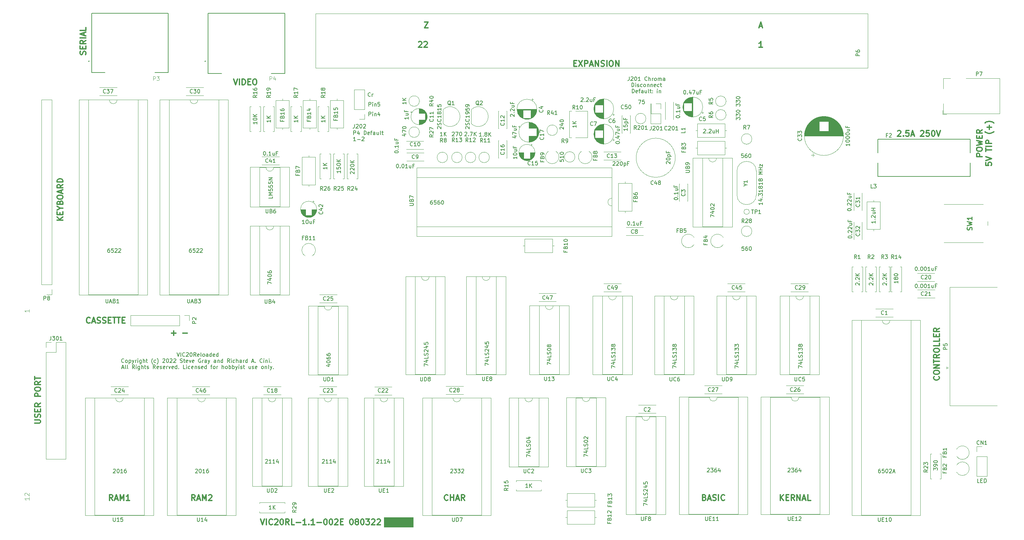
<source format=gbr>
%TF.GenerationSoftware,KiCad,Pcbnew,(6.0.4-0)*%
%TF.CreationDate,2022-08-07T13:12:03-04:00*%
%TF.ProjectId,VIC20Reloaded-1.1-002,56494332-3052-4656-9c6f-616465642d31,1.1-002E*%
%TF.SameCoordinates,Original*%
%TF.FileFunction,Legend,Top*%
%TF.FilePolarity,Positive*%
%FSLAX46Y46*%
G04 Gerber Fmt 4.6, Leading zero omitted, Abs format (unit mm)*
G04 Created by KiCad (PCBNEW (6.0.4-0)) date 2022-08-07 13:12:03*
%MOMM*%
%LPD*%
G01*
G04 APERTURE LIST*
%ADD10C,0.120000*%
%ADD11C,0.100000*%
%ADD12C,0.300000*%
%ADD13C,0.150000*%
%ADD14C,0.101600*%
%ADD15C,0.015000*%
%ADD16C,0.254000*%
%ADD17C,0.127000*%
%ADD18C,0.200000*%
G04 APERTURE END LIST*
D10*
X122174000Y-37719000D02*
X266446000Y-37719000D01*
D11*
G36*
X147701000Y-157734000D02*
G01*
X140081000Y-157734000D01*
X140081000Y-155194000D01*
X147701000Y-155194000D01*
X147701000Y-157734000D01*
G37*
X147701000Y-157734000D02*
X140081000Y-157734000D01*
X140081000Y-155194000D01*
X147701000Y-155194000D01*
X147701000Y-157734000D01*
D10*
X266446000Y-37719000D02*
X266446000Y-23495000D01*
X122174000Y-23495000D02*
X122174000Y-37719000D01*
X266446000Y-23495000D02*
X122174000Y-23495000D01*
D12*
X62075142Y-34198285D02*
X62146571Y-33984000D01*
X62146571Y-33626857D01*
X62075142Y-33484000D01*
X62003714Y-33412571D01*
X61860857Y-33341142D01*
X61718000Y-33341142D01*
X61575142Y-33412571D01*
X61503714Y-33484000D01*
X61432285Y-33626857D01*
X61360857Y-33912571D01*
X61289428Y-34055428D01*
X61218000Y-34126857D01*
X61075142Y-34198285D01*
X60932285Y-34198285D01*
X60789428Y-34126857D01*
X60718000Y-34055428D01*
X60646571Y-33912571D01*
X60646571Y-33555428D01*
X60718000Y-33341142D01*
X61360857Y-32698285D02*
X61360857Y-32198285D01*
X62146571Y-31984000D02*
X62146571Y-32698285D01*
X60646571Y-32698285D01*
X60646571Y-31984000D01*
X62146571Y-30484000D02*
X61432285Y-30984000D01*
X62146571Y-31341142D02*
X60646571Y-31341142D01*
X60646571Y-30769714D01*
X60718000Y-30626857D01*
X60789428Y-30555428D01*
X60932285Y-30484000D01*
X61146571Y-30484000D01*
X61289428Y-30555428D01*
X61360857Y-30626857D01*
X61432285Y-30769714D01*
X61432285Y-31341142D01*
X62146571Y-29841142D02*
X60646571Y-29841142D01*
X61718000Y-29198285D02*
X61718000Y-28484000D01*
X62146571Y-29341142D02*
X60646571Y-28841142D01*
X62146571Y-28341142D01*
X62146571Y-27126857D02*
X62146571Y-27841142D01*
X60646571Y-27841142D01*
X100814571Y-40580571D02*
X101314571Y-42080571D01*
X101814571Y-40580571D01*
X102314571Y-42080571D02*
X102314571Y-40580571D01*
X103028857Y-42080571D02*
X103028857Y-40580571D01*
X103386000Y-40580571D01*
X103600285Y-40652000D01*
X103743142Y-40794857D01*
X103814571Y-40937714D01*
X103886000Y-41223428D01*
X103886000Y-41437714D01*
X103814571Y-41723428D01*
X103743142Y-41866285D01*
X103600285Y-42009142D01*
X103386000Y-42080571D01*
X103028857Y-42080571D01*
X104528857Y-41294857D02*
X105028857Y-41294857D01*
X105243142Y-42080571D02*
X104528857Y-42080571D01*
X104528857Y-40580571D01*
X105243142Y-40580571D01*
X106171714Y-40580571D02*
X106457428Y-40580571D01*
X106600285Y-40652000D01*
X106743142Y-40794857D01*
X106814571Y-41080571D01*
X106814571Y-41580571D01*
X106743142Y-41866285D01*
X106600285Y-42009142D01*
X106457428Y-42080571D01*
X106171714Y-42080571D01*
X106028857Y-42009142D01*
X105886000Y-41866285D01*
X105814571Y-41580571D01*
X105814571Y-41080571D01*
X105886000Y-40794857D01*
X106028857Y-40652000D01*
X106171714Y-40580571D01*
X56177571Y-77528857D02*
X54677571Y-77528857D01*
X56177571Y-76671714D02*
X55320428Y-77314571D01*
X54677571Y-76671714D02*
X55534714Y-77528857D01*
X55391857Y-76028857D02*
X55391857Y-75528857D01*
X56177571Y-75314571D02*
X56177571Y-76028857D01*
X54677571Y-76028857D01*
X54677571Y-75314571D01*
X55463285Y-74386000D02*
X56177571Y-74386000D01*
X54677571Y-74886000D02*
X55463285Y-74386000D01*
X54677571Y-73886000D01*
X55391857Y-72886000D02*
X55463285Y-72671714D01*
X55534714Y-72600285D01*
X55677571Y-72528857D01*
X55891857Y-72528857D01*
X56034714Y-72600285D01*
X56106142Y-72671714D01*
X56177571Y-72814571D01*
X56177571Y-73386000D01*
X54677571Y-73386000D01*
X54677571Y-72886000D01*
X54749000Y-72743142D01*
X54820428Y-72671714D01*
X54963285Y-72600285D01*
X55106142Y-72600285D01*
X55249000Y-72671714D01*
X55320428Y-72743142D01*
X55391857Y-72886000D01*
X55391857Y-73386000D01*
X54677571Y-71600285D02*
X54677571Y-71314571D01*
X54749000Y-71171714D01*
X54891857Y-71028857D01*
X55177571Y-70957428D01*
X55677571Y-70957428D01*
X55963285Y-71028857D01*
X56106142Y-71171714D01*
X56177571Y-71314571D01*
X56177571Y-71600285D01*
X56106142Y-71743142D01*
X55963285Y-71886000D01*
X55677571Y-71957428D01*
X55177571Y-71957428D01*
X54891857Y-71886000D01*
X54749000Y-71743142D01*
X54677571Y-71600285D01*
X55749000Y-70386000D02*
X55749000Y-69671714D01*
X56177571Y-70528857D02*
X54677571Y-70028857D01*
X56177571Y-69528857D01*
X56177571Y-68171714D02*
X55463285Y-68671714D01*
X56177571Y-69028857D02*
X54677571Y-69028857D01*
X54677571Y-68457428D01*
X54749000Y-68314571D01*
X54820428Y-68243142D01*
X54963285Y-68171714D01*
X55177571Y-68171714D01*
X55320428Y-68243142D01*
X55391857Y-68314571D01*
X55463285Y-68457428D01*
X55463285Y-69028857D01*
X56177571Y-67528857D02*
X54677571Y-67528857D01*
X54677571Y-67171714D01*
X54749000Y-66957428D01*
X54891857Y-66814571D01*
X55034714Y-66743142D01*
X55320428Y-66671714D01*
X55534714Y-66671714D01*
X55820428Y-66743142D01*
X55963285Y-66814571D01*
X56106142Y-66957428D01*
X56177571Y-67171714D01*
X56177571Y-67528857D01*
X48835571Y-130587000D02*
X50049857Y-130587000D01*
X50192714Y-130515571D01*
X50264142Y-130444142D01*
X50335571Y-130301285D01*
X50335571Y-130015571D01*
X50264142Y-129872714D01*
X50192714Y-129801285D01*
X50049857Y-129729857D01*
X48835571Y-129729857D01*
X50264142Y-129087000D02*
X50335571Y-128872714D01*
X50335571Y-128515571D01*
X50264142Y-128372714D01*
X50192714Y-128301285D01*
X50049857Y-128229857D01*
X49907000Y-128229857D01*
X49764142Y-128301285D01*
X49692714Y-128372714D01*
X49621285Y-128515571D01*
X49549857Y-128801285D01*
X49478428Y-128944142D01*
X49407000Y-129015571D01*
X49264142Y-129087000D01*
X49121285Y-129087000D01*
X48978428Y-129015571D01*
X48907000Y-128944142D01*
X48835571Y-128801285D01*
X48835571Y-128444142D01*
X48907000Y-128229857D01*
X49549857Y-127587000D02*
X49549857Y-127087000D01*
X50335571Y-126872714D02*
X50335571Y-127587000D01*
X48835571Y-127587000D01*
X48835571Y-126872714D01*
X50335571Y-125372714D02*
X49621285Y-125872714D01*
X50335571Y-126229857D02*
X48835571Y-126229857D01*
X48835571Y-125658428D01*
X48907000Y-125515571D01*
X48978428Y-125444142D01*
X49121285Y-125372714D01*
X49335571Y-125372714D01*
X49478428Y-125444142D01*
X49549857Y-125515571D01*
X49621285Y-125658428D01*
X49621285Y-126229857D01*
X50335571Y-123587000D02*
X48835571Y-123587000D01*
X48835571Y-123015571D01*
X48907000Y-122872714D01*
X48978428Y-122801285D01*
X49121285Y-122729857D01*
X49335571Y-122729857D01*
X49478428Y-122801285D01*
X49549857Y-122872714D01*
X49621285Y-123015571D01*
X49621285Y-123587000D01*
X48835571Y-121801285D02*
X48835571Y-121515571D01*
X48907000Y-121372714D01*
X49049857Y-121229857D01*
X49335571Y-121158428D01*
X49835571Y-121158428D01*
X50121285Y-121229857D01*
X50264142Y-121372714D01*
X50335571Y-121515571D01*
X50335571Y-121801285D01*
X50264142Y-121944142D01*
X50121285Y-122087000D01*
X49835571Y-122158428D01*
X49335571Y-122158428D01*
X49049857Y-122087000D01*
X48907000Y-121944142D01*
X48835571Y-121801285D01*
X50335571Y-119658428D02*
X49621285Y-120158428D01*
X50335571Y-120515571D02*
X48835571Y-120515571D01*
X48835571Y-119944142D01*
X48907000Y-119801285D01*
X48978428Y-119729857D01*
X49121285Y-119658428D01*
X49335571Y-119658428D01*
X49478428Y-119729857D01*
X49549857Y-119801285D01*
X49621285Y-119944142D01*
X49621285Y-120515571D01*
X48835571Y-119229857D02*
X48835571Y-118372714D01*
X50335571Y-118801285D02*
X48835571Y-118801285D01*
X285015714Y-118379142D02*
X285087142Y-118450571D01*
X285158571Y-118664857D01*
X285158571Y-118807714D01*
X285087142Y-119022000D01*
X284944285Y-119164857D01*
X284801428Y-119236285D01*
X284515714Y-119307714D01*
X284301428Y-119307714D01*
X284015714Y-119236285D01*
X283872857Y-119164857D01*
X283730000Y-119022000D01*
X283658571Y-118807714D01*
X283658571Y-118664857D01*
X283730000Y-118450571D01*
X283801428Y-118379142D01*
X283658571Y-117450571D02*
X283658571Y-117164857D01*
X283730000Y-117022000D01*
X283872857Y-116879142D01*
X284158571Y-116807714D01*
X284658571Y-116807714D01*
X284944285Y-116879142D01*
X285087142Y-117022000D01*
X285158571Y-117164857D01*
X285158571Y-117450571D01*
X285087142Y-117593428D01*
X284944285Y-117736285D01*
X284658571Y-117807714D01*
X284158571Y-117807714D01*
X283872857Y-117736285D01*
X283730000Y-117593428D01*
X283658571Y-117450571D01*
X285158571Y-116164857D02*
X283658571Y-116164857D01*
X285158571Y-115307714D01*
X283658571Y-115307714D01*
X283658571Y-114807714D02*
X283658571Y-113950571D01*
X285158571Y-114379142D02*
X283658571Y-114379142D01*
X285158571Y-112593428D02*
X284444285Y-113093428D01*
X285158571Y-113450571D02*
X283658571Y-113450571D01*
X283658571Y-112879142D01*
X283730000Y-112736285D01*
X283801428Y-112664857D01*
X283944285Y-112593428D01*
X284158571Y-112593428D01*
X284301428Y-112664857D01*
X284372857Y-112736285D01*
X284444285Y-112879142D01*
X284444285Y-113450571D01*
X283658571Y-111664857D02*
X283658571Y-111379142D01*
X283730000Y-111236285D01*
X283872857Y-111093428D01*
X284158571Y-111022000D01*
X284658571Y-111022000D01*
X284944285Y-111093428D01*
X285087142Y-111236285D01*
X285158571Y-111379142D01*
X285158571Y-111664857D01*
X285087142Y-111807714D01*
X284944285Y-111950571D01*
X284658571Y-112022000D01*
X284158571Y-112022000D01*
X283872857Y-111950571D01*
X283730000Y-111807714D01*
X283658571Y-111664857D01*
X285158571Y-109664857D02*
X285158571Y-110379142D01*
X283658571Y-110379142D01*
X285158571Y-108450571D02*
X285158571Y-109164857D01*
X283658571Y-109164857D01*
X284372857Y-107950571D02*
X284372857Y-107450571D01*
X285158571Y-107236285D02*
X285158571Y-107950571D01*
X283658571Y-107950571D01*
X283658571Y-107236285D01*
X285158571Y-105736285D02*
X284444285Y-106236285D01*
X285158571Y-106593428D02*
X283658571Y-106593428D01*
X283658571Y-106022000D01*
X283730000Y-105879142D01*
X283801428Y-105807714D01*
X283944285Y-105736285D01*
X284158571Y-105736285D01*
X284301428Y-105807714D01*
X284372857Y-105879142D01*
X284444285Y-106022000D01*
X284444285Y-106593428D01*
X296397071Y-60868285D02*
X294897071Y-60868285D01*
X294897071Y-60296857D01*
X294968500Y-60154000D01*
X295039928Y-60082571D01*
X295182785Y-60011142D01*
X295397071Y-60011142D01*
X295539928Y-60082571D01*
X295611357Y-60154000D01*
X295682785Y-60296857D01*
X295682785Y-60868285D01*
X294897071Y-59082571D02*
X294897071Y-58796857D01*
X294968500Y-58654000D01*
X295111357Y-58511142D01*
X295397071Y-58439714D01*
X295897071Y-58439714D01*
X296182785Y-58511142D01*
X296325642Y-58654000D01*
X296397071Y-58796857D01*
X296397071Y-59082571D01*
X296325642Y-59225428D01*
X296182785Y-59368285D01*
X295897071Y-59439714D01*
X295397071Y-59439714D01*
X295111357Y-59368285D01*
X294968500Y-59225428D01*
X294897071Y-59082571D01*
X294897071Y-57939714D02*
X296397071Y-57582571D01*
X295325642Y-57296857D01*
X296397071Y-57011142D01*
X294897071Y-56654000D01*
X295611357Y-56082571D02*
X295611357Y-55582571D01*
X296397071Y-55368285D02*
X296397071Y-56082571D01*
X294897071Y-56082571D01*
X294897071Y-55368285D01*
X296397071Y-53868285D02*
X295682785Y-54368285D01*
X296397071Y-54725428D02*
X294897071Y-54725428D01*
X294897071Y-54154000D01*
X294968500Y-54011142D01*
X295039928Y-53939714D01*
X295182785Y-53868285D01*
X295397071Y-53868285D01*
X295539928Y-53939714D01*
X295611357Y-54011142D01*
X295682785Y-54154000D01*
X295682785Y-54725428D01*
X297312071Y-62439714D02*
X297312071Y-63154000D01*
X298026357Y-63225428D01*
X297954928Y-63154000D01*
X297883500Y-63011142D01*
X297883500Y-62654000D01*
X297954928Y-62511142D01*
X298026357Y-62439714D01*
X298169214Y-62368285D01*
X298526357Y-62368285D01*
X298669214Y-62439714D01*
X298740642Y-62511142D01*
X298812071Y-62654000D01*
X298812071Y-63011142D01*
X298740642Y-63154000D01*
X298669214Y-63225428D01*
X297312071Y-61939714D02*
X298812071Y-61439714D01*
X297312071Y-60939714D01*
X297312071Y-59511142D02*
X297312071Y-58654000D01*
X298812071Y-59082571D02*
X297312071Y-59082571D01*
X298812071Y-58154000D02*
X297312071Y-58154000D01*
X298812071Y-57439714D02*
X297312071Y-57439714D01*
X297312071Y-56868285D01*
X297383500Y-56725428D01*
X297454928Y-56654000D01*
X297597785Y-56582571D01*
X297812071Y-56582571D01*
X297954928Y-56654000D01*
X298026357Y-56725428D01*
X298097785Y-56868285D01*
X298097785Y-57439714D01*
X299383500Y-54368285D02*
X299312071Y-54439714D01*
X299097785Y-54582571D01*
X298954928Y-54654000D01*
X298740642Y-54725428D01*
X298383500Y-54796857D01*
X298097785Y-54796857D01*
X297740642Y-54725428D01*
X297526357Y-54654000D01*
X297383500Y-54582571D01*
X297169214Y-54439714D01*
X297097785Y-54368285D01*
X298240642Y-53796857D02*
X298240642Y-52654000D01*
X298812071Y-53225428D02*
X297669214Y-53225428D01*
X299383500Y-52082571D02*
X299312071Y-52011142D01*
X299097785Y-51868285D01*
X298954928Y-51796857D01*
X298740642Y-51725428D01*
X298383500Y-51654000D01*
X298097785Y-51654000D01*
X297740642Y-51725428D01*
X297526357Y-51796857D01*
X297383500Y-51868285D01*
X297169214Y-52011142D01*
X297097785Y-52082571D01*
X238148857Y-26793000D02*
X238863142Y-26793000D01*
X238006000Y-27221571D02*
X238506000Y-25721571D01*
X239006000Y-27221571D01*
X150630000Y-25721571D02*
X151630000Y-25721571D01*
X150630000Y-27221571D01*
X151630000Y-27221571D01*
X238934571Y-32301571D02*
X238077428Y-32301571D01*
X238506000Y-32301571D02*
X238506000Y-30801571D01*
X238363142Y-31015857D01*
X238220285Y-31158714D01*
X238077428Y-31230142D01*
X149098142Y-30944428D02*
X149169571Y-30873000D01*
X149312428Y-30801571D01*
X149669571Y-30801571D01*
X149812428Y-30873000D01*
X149883857Y-30944428D01*
X149955285Y-31087285D01*
X149955285Y-31230142D01*
X149883857Y-31444428D01*
X149026714Y-32301571D01*
X149955285Y-32301571D01*
X150526714Y-30944428D02*
X150598142Y-30873000D01*
X150741000Y-30801571D01*
X151098142Y-30801571D01*
X151241000Y-30873000D01*
X151312428Y-30944428D01*
X151383857Y-31087285D01*
X151383857Y-31230142D01*
X151312428Y-31444428D01*
X150455285Y-32301571D01*
X151383857Y-32301571D01*
X156781714Y-150649714D02*
X156710285Y-150721142D01*
X156496000Y-150792571D01*
X156353142Y-150792571D01*
X156138857Y-150721142D01*
X155996000Y-150578285D01*
X155924571Y-150435428D01*
X155853142Y-150149714D01*
X155853142Y-149935428D01*
X155924571Y-149649714D01*
X155996000Y-149506857D01*
X156138857Y-149364000D01*
X156353142Y-149292571D01*
X156496000Y-149292571D01*
X156710285Y-149364000D01*
X156781714Y-149435428D01*
X157424571Y-150792571D02*
X157424571Y-149292571D01*
X157424571Y-150006857D02*
X158281714Y-150006857D01*
X158281714Y-150792571D02*
X158281714Y-149292571D01*
X158924571Y-150364000D02*
X159638857Y-150364000D01*
X158781714Y-150792571D02*
X159281714Y-149292571D01*
X159781714Y-150792571D01*
X161138857Y-150792571D02*
X160638857Y-150078285D01*
X160281714Y-150792571D02*
X160281714Y-149292571D01*
X160853142Y-149292571D01*
X160996000Y-149364000D01*
X161067428Y-149435428D01*
X161138857Y-149578285D01*
X161138857Y-149792571D01*
X161067428Y-149935428D01*
X160996000Y-150006857D01*
X160853142Y-150078285D01*
X160281714Y-150078285D01*
X90706000Y-150792571D02*
X90206000Y-150078285D01*
X89848857Y-150792571D02*
X89848857Y-149292571D01*
X90420285Y-149292571D01*
X90563142Y-149364000D01*
X90634571Y-149435428D01*
X90706000Y-149578285D01*
X90706000Y-149792571D01*
X90634571Y-149935428D01*
X90563142Y-150006857D01*
X90420285Y-150078285D01*
X89848857Y-150078285D01*
X91277428Y-150364000D02*
X91991714Y-150364000D01*
X91134571Y-150792571D02*
X91634571Y-149292571D01*
X92134571Y-150792571D01*
X92634571Y-150792571D02*
X92634571Y-149292571D01*
X93134571Y-150364000D01*
X93634571Y-149292571D01*
X93634571Y-150792571D01*
X94277428Y-149435428D02*
X94348857Y-149364000D01*
X94491714Y-149292571D01*
X94848857Y-149292571D01*
X94991714Y-149364000D01*
X95063142Y-149435428D01*
X95134571Y-149578285D01*
X95134571Y-149721142D01*
X95063142Y-149935428D01*
X94206000Y-150792571D01*
X95134571Y-150792571D01*
X69196000Y-150792571D02*
X68696000Y-150078285D01*
X68338857Y-150792571D02*
X68338857Y-149292571D01*
X68910285Y-149292571D01*
X69053142Y-149364000D01*
X69124571Y-149435428D01*
X69196000Y-149578285D01*
X69196000Y-149792571D01*
X69124571Y-149935428D01*
X69053142Y-150006857D01*
X68910285Y-150078285D01*
X68338857Y-150078285D01*
X69767428Y-150364000D02*
X70481714Y-150364000D01*
X69624571Y-150792571D02*
X70124571Y-149292571D01*
X70624571Y-150792571D01*
X71124571Y-150792571D02*
X71124571Y-149292571D01*
X71624571Y-150364000D01*
X72124571Y-149292571D01*
X72124571Y-150792571D01*
X73624571Y-150792571D02*
X72767428Y-150792571D01*
X73196000Y-150792571D02*
X73196000Y-149292571D01*
X73053142Y-149506857D01*
X72910285Y-149649714D01*
X72767428Y-149721142D01*
X63266357Y-104294714D02*
X63194928Y-104366142D01*
X62980642Y-104437571D01*
X62837785Y-104437571D01*
X62623500Y-104366142D01*
X62480642Y-104223285D01*
X62409214Y-104080428D01*
X62337785Y-103794714D01*
X62337785Y-103580428D01*
X62409214Y-103294714D01*
X62480642Y-103151857D01*
X62623500Y-103009000D01*
X62837785Y-102937571D01*
X62980642Y-102937571D01*
X63194928Y-103009000D01*
X63266357Y-103080428D01*
X63837785Y-104009000D02*
X64552071Y-104009000D01*
X63694928Y-104437571D02*
X64194928Y-102937571D01*
X64694928Y-104437571D01*
X65123500Y-104366142D02*
X65337785Y-104437571D01*
X65694928Y-104437571D01*
X65837785Y-104366142D01*
X65909214Y-104294714D01*
X65980642Y-104151857D01*
X65980642Y-104009000D01*
X65909214Y-103866142D01*
X65837785Y-103794714D01*
X65694928Y-103723285D01*
X65409214Y-103651857D01*
X65266357Y-103580428D01*
X65194928Y-103509000D01*
X65123500Y-103366142D01*
X65123500Y-103223285D01*
X65194928Y-103080428D01*
X65266357Y-103009000D01*
X65409214Y-102937571D01*
X65766357Y-102937571D01*
X65980642Y-103009000D01*
X66552071Y-104366142D02*
X66766357Y-104437571D01*
X67123500Y-104437571D01*
X67266357Y-104366142D01*
X67337785Y-104294714D01*
X67409214Y-104151857D01*
X67409214Y-104009000D01*
X67337785Y-103866142D01*
X67266357Y-103794714D01*
X67123500Y-103723285D01*
X66837785Y-103651857D01*
X66694928Y-103580428D01*
X66623500Y-103509000D01*
X66552071Y-103366142D01*
X66552071Y-103223285D01*
X66623500Y-103080428D01*
X66694928Y-103009000D01*
X66837785Y-102937571D01*
X67194928Y-102937571D01*
X67409214Y-103009000D01*
X68052071Y-103651857D02*
X68552071Y-103651857D01*
X68766357Y-104437571D02*
X68052071Y-104437571D01*
X68052071Y-102937571D01*
X68766357Y-102937571D01*
X69194928Y-102937571D02*
X70052071Y-102937571D01*
X69623500Y-104437571D02*
X69623500Y-102937571D01*
X70337785Y-102937571D02*
X71194928Y-102937571D01*
X70766357Y-104437571D02*
X70766357Y-102937571D01*
X71694928Y-103651857D02*
X72194928Y-103651857D01*
X72409214Y-104437571D02*
X71694928Y-104437571D01*
X71694928Y-102937571D01*
X72409214Y-102937571D01*
X243618857Y-150792571D02*
X243618857Y-149292571D01*
X244476000Y-150792571D02*
X243833142Y-149935428D01*
X244476000Y-149292571D02*
X243618857Y-150149714D01*
X245118857Y-150006857D02*
X245618857Y-150006857D01*
X245833142Y-150792571D02*
X245118857Y-150792571D01*
X245118857Y-149292571D01*
X245833142Y-149292571D01*
X247333142Y-150792571D02*
X246833142Y-150078285D01*
X246476000Y-150792571D02*
X246476000Y-149292571D01*
X247047428Y-149292571D01*
X247190285Y-149364000D01*
X247261714Y-149435428D01*
X247333142Y-149578285D01*
X247333142Y-149792571D01*
X247261714Y-149935428D01*
X247190285Y-150006857D01*
X247047428Y-150078285D01*
X246476000Y-150078285D01*
X247976000Y-150792571D02*
X247976000Y-149292571D01*
X248833142Y-150792571D01*
X248833142Y-149292571D01*
X249476000Y-150364000D02*
X250190285Y-150364000D01*
X249333142Y-150792571D02*
X249833142Y-149292571D01*
X250333142Y-150792571D01*
X251547428Y-150792571D02*
X250833142Y-150792571D01*
X250833142Y-149292571D01*
X223782857Y-150006857D02*
X223997142Y-150078285D01*
X224068571Y-150149714D01*
X224140000Y-150292571D01*
X224140000Y-150506857D01*
X224068571Y-150649714D01*
X223997142Y-150721142D01*
X223854285Y-150792571D01*
X223282857Y-150792571D01*
X223282857Y-149292571D01*
X223782857Y-149292571D01*
X223925714Y-149364000D01*
X223997142Y-149435428D01*
X224068571Y-149578285D01*
X224068571Y-149721142D01*
X223997142Y-149864000D01*
X223925714Y-149935428D01*
X223782857Y-150006857D01*
X223282857Y-150006857D01*
X224711428Y-150364000D02*
X225425714Y-150364000D01*
X224568571Y-150792571D02*
X225068571Y-149292571D01*
X225568571Y-150792571D01*
X225997142Y-150721142D02*
X226211428Y-150792571D01*
X226568571Y-150792571D01*
X226711428Y-150721142D01*
X226782857Y-150649714D01*
X226854285Y-150506857D01*
X226854285Y-150364000D01*
X226782857Y-150221142D01*
X226711428Y-150149714D01*
X226568571Y-150078285D01*
X226282857Y-150006857D01*
X226140000Y-149935428D01*
X226068571Y-149864000D01*
X225997142Y-149721142D01*
X225997142Y-149578285D01*
X226068571Y-149435428D01*
X226140000Y-149364000D01*
X226282857Y-149292571D01*
X226640000Y-149292571D01*
X226854285Y-149364000D01*
X227497142Y-150792571D02*
X227497142Y-149292571D01*
X229068571Y-150649714D02*
X228997142Y-150721142D01*
X228782857Y-150792571D01*
X228640000Y-150792571D01*
X228425714Y-150721142D01*
X228282857Y-150578285D01*
X228211428Y-150435428D01*
X228140000Y-150149714D01*
X228140000Y-149935428D01*
X228211428Y-149649714D01*
X228282857Y-149506857D01*
X228425714Y-149364000D01*
X228640000Y-149292571D01*
X228782857Y-149292571D01*
X228997142Y-149364000D01*
X229068571Y-149435428D01*
X107856714Y-155642571D02*
X108356714Y-157142571D01*
X108856714Y-155642571D01*
X109356714Y-157142571D02*
X109356714Y-155642571D01*
X110928142Y-156999714D02*
X110856714Y-157071142D01*
X110642428Y-157142571D01*
X110499571Y-157142571D01*
X110285285Y-157071142D01*
X110142428Y-156928285D01*
X110070999Y-156785428D01*
X109999571Y-156499714D01*
X109999571Y-156285428D01*
X110070999Y-155999714D01*
X110142428Y-155856857D01*
X110285285Y-155714000D01*
X110499571Y-155642571D01*
X110642428Y-155642571D01*
X110856714Y-155714000D01*
X110928142Y-155785428D01*
X111499571Y-155785428D02*
X111570999Y-155714000D01*
X111713857Y-155642571D01*
X112070999Y-155642571D01*
X112213857Y-155714000D01*
X112285285Y-155785428D01*
X112356714Y-155928285D01*
X112356714Y-156071142D01*
X112285285Y-156285428D01*
X111428142Y-157142571D01*
X112356714Y-157142571D01*
X113285285Y-155642571D02*
X113428142Y-155642571D01*
X113570999Y-155714000D01*
X113642428Y-155785428D01*
X113713857Y-155928285D01*
X113785285Y-156214000D01*
X113785285Y-156571142D01*
X113713857Y-156856857D01*
X113642428Y-156999714D01*
X113570999Y-157071142D01*
X113428142Y-157142571D01*
X113285285Y-157142571D01*
X113142428Y-157071142D01*
X113070999Y-156999714D01*
X112999571Y-156856857D01*
X112928142Y-156571142D01*
X112928142Y-156214000D01*
X112999571Y-155928285D01*
X113070999Y-155785428D01*
X113142428Y-155714000D01*
X113285285Y-155642571D01*
X115285285Y-157142571D02*
X114785285Y-156428285D01*
X114428142Y-157142571D02*
X114428142Y-155642571D01*
X114999571Y-155642571D01*
X115142428Y-155714000D01*
X115213857Y-155785428D01*
X115285285Y-155928285D01*
X115285285Y-156142571D01*
X115213857Y-156285428D01*
X115142428Y-156356857D01*
X114999571Y-156428285D01*
X114428142Y-156428285D01*
X116642428Y-157142571D02*
X115928142Y-157142571D01*
X115928142Y-155642571D01*
X117142428Y-156571142D02*
X118285285Y-156571142D01*
X119785285Y-157142571D02*
X118928142Y-157142571D01*
X119356714Y-157142571D02*
X119356714Y-155642571D01*
X119213857Y-155856857D01*
X119071000Y-155999714D01*
X118928142Y-156071142D01*
X120428142Y-156999714D02*
X120499571Y-157071142D01*
X120428142Y-157142571D01*
X120356714Y-157071142D01*
X120428142Y-156999714D01*
X120428142Y-157142571D01*
X121928142Y-157142571D02*
X121071000Y-157142571D01*
X121499571Y-157142571D02*
X121499571Y-155642571D01*
X121356714Y-155856857D01*
X121213857Y-155999714D01*
X121071000Y-156071142D01*
X122571000Y-156571142D02*
X123713857Y-156571142D01*
X124713857Y-155642571D02*
X124856714Y-155642571D01*
X124999571Y-155714000D01*
X125071000Y-155785428D01*
X125142428Y-155928285D01*
X125213857Y-156214000D01*
X125213857Y-156571142D01*
X125142428Y-156856857D01*
X125071000Y-156999714D01*
X124999571Y-157071142D01*
X124856714Y-157142571D01*
X124713857Y-157142571D01*
X124571000Y-157071142D01*
X124499571Y-156999714D01*
X124428142Y-156856857D01*
X124356714Y-156571142D01*
X124356714Y-156214000D01*
X124428142Y-155928285D01*
X124499571Y-155785428D01*
X124571000Y-155714000D01*
X124713857Y-155642571D01*
X126142428Y-155642571D02*
X126285285Y-155642571D01*
X126428142Y-155714000D01*
X126499571Y-155785428D01*
X126571000Y-155928285D01*
X126642428Y-156214000D01*
X126642428Y-156571142D01*
X126571000Y-156856857D01*
X126499571Y-156999714D01*
X126428142Y-157071142D01*
X126285285Y-157142571D01*
X126142428Y-157142571D01*
X125999571Y-157071142D01*
X125928142Y-156999714D01*
X125856714Y-156856857D01*
X125785285Y-156571142D01*
X125785285Y-156214000D01*
X125856714Y-155928285D01*
X125928142Y-155785428D01*
X125999571Y-155714000D01*
X126142428Y-155642571D01*
X127213857Y-155785428D02*
X127285285Y-155714000D01*
X127428142Y-155642571D01*
X127785285Y-155642571D01*
X127928142Y-155714000D01*
X127999571Y-155785428D01*
X128071000Y-155928285D01*
X128071000Y-156071142D01*
X127999571Y-156285428D01*
X127142428Y-157142571D01*
X128071000Y-157142571D01*
X128713857Y-156356857D02*
X129213857Y-156356857D01*
X129428142Y-157142571D02*
X128713857Y-157142571D01*
X128713857Y-155642571D01*
X129428142Y-155642571D01*
X131499571Y-155642571D02*
X131642428Y-155642571D01*
X131785285Y-155714000D01*
X131856714Y-155785428D01*
X131928142Y-155928285D01*
X131999571Y-156214000D01*
X131999571Y-156571142D01*
X131928142Y-156856857D01*
X131856714Y-156999714D01*
X131785285Y-157071142D01*
X131642428Y-157142571D01*
X131499571Y-157142571D01*
X131356714Y-157071142D01*
X131285285Y-156999714D01*
X131213857Y-156856857D01*
X131142428Y-156571142D01*
X131142428Y-156214000D01*
X131213857Y-155928285D01*
X131285285Y-155785428D01*
X131356714Y-155714000D01*
X131499571Y-155642571D01*
X132856714Y-156285428D02*
X132713857Y-156214000D01*
X132642428Y-156142571D01*
X132571000Y-155999714D01*
X132571000Y-155928285D01*
X132642428Y-155785428D01*
X132713857Y-155714000D01*
X132856714Y-155642571D01*
X133142428Y-155642571D01*
X133285285Y-155714000D01*
X133356714Y-155785428D01*
X133428142Y-155928285D01*
X133428142Y-155999714D01*
X133356714Y-156142571D01*
X133285285Y-156214000D01*
X133142428Y-156285428D01*
X132856714Y-156285428D01*
X132713857Y-156356857D01*
X132642428Y-156428285D01*
X132571000Y-156571142D01*
X132571000Y-156856857D01*
X132642428Y-156999714D01*
X132713857Y-157071142D01*
X132856714Y-157142571D01*
X133142428Y-157142571D01*
X133285285Y-157071142D01*
X133356714Y-156999714D01*
X133428142Y-156856857D01*
X133428142Y-156571142D01*
X133356714Y-156428285D01*
X133285285Y-156356857D01*
X133142428Y-156285428D01*
X134356714Y-155642571D02*
X134499571Y-155642571D01*
X134642428Y-155714000D01*
X134713857Y-155785428D01*
X134785285Y-155928285D01*
X134856714Y-156214000D01*
X134856714Y-156571142D01*
X134785285Y-156856857D01*
X134713857Y-156999714D01*
X134642428Y-157071142D01*
X134499571Y-157142571D01*
X134356714Y-157142571D01*
X134213857Y-157071142D01*
X134142428Y-156999714D01*
X134071000Y-156856857D01*
X133999571Y-156571142D01*
X133999571Y-156214000D01*
X134071000Y-155928285D01*
X134142428Y-155785428D01*
X134213857Y-155714000D01*
X134356714Y-155642571D01*
X135356714Y-155642571D02*
X136285285Y-155642571D01*
X135785285Y-156214000D01*
X135999571Y-156214000D01*
X136142428Y-156285428D01*
X136213857Y-156356857D01*
X136285285Y-156499714D01*
X136285285Y-156856857D01*
X136213857Y-156999714D01*
X136142428Y-157071142D01*
X135999571Y-157142571D01*
X135571000Y-157142571D01*
X135428142Y-157071142D01*
X135356714Y-156999714D01*
X136856714Y-155785428D02*
X136928142Y-155714000D01*
X137071000Y-155642571D01*
X137428142Y-155642571D01*
X137571000Y-155714000D01*
X137642428Y-155785428D01*
X137713857Y-155928285D01*
X137713857Y-156071142D01*
X137642428Y-156285428D01*
X136785285Y-157142571D01*
X137713857Y-157142571D01*
X138285285Y-155785428D02*
X138356714Y-155714000D01*
X138499571Y-155642571D01*
X138856714Y-155642571D01*
X138999571Y-155714000D01*
X139071000Y-155785428D01*
X139142428Y-155928285D01*
X139142428Y-156071142D01*
X139071000Y-156285428D01*
X138213857Y-157142571D01*
X139142428Y-157142571D01*
X84542571Y-107041142D02*
X85685428Y-107041142D01*
X85114000Y-107612571D02*
X85114000Y-106469714D01*
X87542571Y-107041142D02*
X88685428Y-107041142D01*
X189722857Y-36468857D02*
X190222857Y-36468857D01*
X190437142Y-37254571D02*
X189722857Y-37254571D01*
X189722857Y-35754571D01*
X190437142Y-35754571D01*
X190937142Y-35754571D02*
X191937142Y-37254571D01*
X191937142Y-35754571D02*
X190937142Y-37254571D01*
X192508571Y-37254571D02*
X192508571Y-35754571D01*
X193080000Y-35754571D01*
X193222857Y-35826000D01*
X193294285Y-35897428D01*
X193365714Y-36040285D01*
X193365714Y-36254571D01*
X193294285Y-36397428D01*
X193222857Y-36468857D01*
X193080000Y-36540285D01*
X192508571Y-36540285D01*
X193937142Y-36826000D02*
X194651428Y-36826000D01*
X193794285Y-37254571D02*
X194294285Y-35754571D01*
X194794285Y-37254571D01*
X195294285Y-37254571D02*
X195294285Y-35754571D01*
X196151428Y-37254571D01*
X196151428Y-35754571D01*
X196794285Y-37183142D02*
X197008571Y-37254571D01*
X197365714Y-37254571D01*
X197508571Y-37183142D01*
X197580000Y-37111714D01*
X197651428Y-36968857D01*
X197651428Y-36826000D01*
X197580000Y-36683142D01*
X197508571Y-36611714D01*
X197365714Y-36540285D01*
X197080000Y-36468857D01*
X196937142Y-36397428D01*
X196865714Y-36326000D01*
X196794285Y-36183142D01*
X196794285Y-36040285D01*
X196865714Y-35897428D01*
X196937142Y-35826000D01*
X197080000Y-35754571D01*
X197437142Y-35754571D01*
X197651428Y-35826000D01*
X198294285Y-37254571D02*
X198294285Y-35754571D01*
X199294285Y-35754571D02*
X199580000Y-35754571D01*
X199722857Y-35826000D01*
X199865714Y-35968857D01*
X199937142Y-36254571D01*
X199937142Y-36754571D01*
X199865714Y-37040285D01*
X199722857Y-37183142D01*
X199580000Y-37254571D01*
X199294285Y-37254571D01*
X199151428Y-37183142D01*
X199008571Y-37040285D01*
X198937142Y-36754571D01*
X198937142Y-36254571D01*
X199008571Y-35968857D01*
X199151428Y-35826000D01*
X199294285Y-35754571D01*
X200580000Y-37254571D02*
X200580000Y-35754571D01*
X201437142Y-37254571D01*
X201437142Y-35754571D01*
D13*
X136543023Y-45061142D02*
X136495404Y-45108761D01*
X136352547Y-45156380D01*
X136257309Y-45156380D01*
X136114452Y-45108761D01*
X136019214Y-45013523D01*
X135971595Y-44918285D01*
X135923976Y-44727809D01*
X135923976Y-44584952D01*
X135971595Y-44394476D01*
X136019214Y-44299238D01*
X136114452Y-44204000D01*
X136257309Y-44156380D01*
X136352547Y-44156380D01*
X136495404Y-44204000D01*
X136543023Y-44251619D01*
X136971595Y-45156380D02*
X136971595Y-44489714D01*
X136971595Y-44680190D02*
X137019214Y-44584952D01*
X137066833Y-44537333D01*
X137162071Y-44489714D01*
X137257309Y-44489714D01*
X204161000Y-40006380D02*
X204161000Y-40720666D01*
X204113380Y-40863523D01*
X204018142Y-40958761D01*
X203875285Y-41006380D01*
X203780047Y-41006380D01*
X204589571Y-40101619D02*
X204637190Y-40054000D01*
X204732428Y-40006380D01*
X204970523Y-40006380D01*
X205065761Y-40054000D01*
X205113380Y-40101619D01*
X205161000Y-40196857D01*
X205161000Y-40292095D01*
X205113380Y-40434952D01*
X204541952Y-41006380D01*
X205161000Y-41006380D01*
X205780047Y-40006380D02*
X205875285Y-40006380D01*
X205970523Y-40054000D01*
X206018142Y-40101619D01*
X206065761Y-40196857D01*
X206113380Y-40387333D01*
X206113380Y-40625428D01*
X206065761Y-40815904D01*
X206018142Y-40911142D01*
X205970523Y-40958761D01*
X205875285Y-41006380D01*
X205780047Y-41006380D01*
X205684809Y-40958761D01*
X205637190Y-40911142D01*
X205589571Y-40815904D01*
X205541952Y-40625428D01*
X205541952Y-40387333D01*
X205589571Y-40196857D01*
X205637190Y-40101619D01*
X205684809Y-40054000D01*
X205780047Y-40006380D01*
X207065761Y-41006380D02*
X206494333Y-41006380D01*
X206780047Y-41006380D02*
X206780047Y-40006380D01*
X206684809Y-40149238D01*
X206589571Y-40244476D01*
X206494333Y-40292095D01*
X208827666Y-40911142D02*
X208780047Y-40958761D01*
X208637190Y-41006380D01*
X208541952Y-41006380D01*
X208399095Y-40958761D01*
X208303857Y-40863523D01*
X208256238Y-40768285D01*
X208208619Y-40577809D01*
X208208619Y-40434952D01*
X208256238Y-40244476D01*
X208303857Y-40149238D01*
X208399095Y-40054000D01*
X208541952Y-40006380D01*
X208637190Y-40006380D01*
X208780047Y-40054000D01*
X208827666Y-40101619D01*
X209256238Y-41006380D02*
X209256238Y-40006380D01*
X209684809Y-41006380D02*
X209684809Y-40482571D01*
X209637190Y-40387333D01*
X209541952Y-40339714D01*
X209399095Y-40339714D01*
X209303857Y-40387333D01*
X209256238Y-40434952D01*
X210161000Y-41006380D02*
X210161000Y-40339714D01*
X210161000Y-40530190D02*
X210208619Y-40434952D01*
X210256238Y-40387333D01*
X210351476Y-40339714D01*
X210446714Y-40339714D01*
X210922904Y-41006380D02*
X210827666Y-40958761D01*
X210780047Y-40911142D01*
X210732428Y-40815904D01*
X210732428Y-40530190D01*
X210780047Y-40434952D01*
X210827666Y-40387333D01*
X210922904Y-40339714D01*
X211065761Y-40339714D01*
X211161000Y-40387333D01*
X211208619Y-40434952D01*
X211256238Y-40530190D01*
X211256238Y-40815904D01*
X211208619Y-40911142D01*
X211161000Y-40958761D01*
X211065761Y-41006380D01*
X210922904Y-41006380D01*
X211684809Y-41006380D02*
X211684809Y-40339714D01*
X211684809Y-40434952D02*
X211732428Y-40387333D01*
X211827666Y-40339714D01*
X211970523Y-40339714D01*
X212065761Y-40387333D01*
X212113380Y-40482571D01*
X212113380Y-41006380D01*
X212113380Y-40482571D02*
X212161000Y-40387333D01*
X212256238Y-40339714D01*
X212399095Y-40339714D01*
X212494333Y-40387333D01*
X212541952Y-40482571D01*
X212541952Y-41006380D01*
X213446714Y-41006380D02*
X213446714Y-40482571D01*
X213399095Y-40387333D01*
X213303857Y-40339714D01*
X213113380Y-40339714D01*
X213018142Y-40387333D01*
X213446714Y-40958761D02*
X213351476Y-41006380D01*
X213113380Y-41006380D01*
X213018142Y-40958761D01*
X212970523Y-40863523D01*
X212970523Y-40768285D01*
X213018142Y-40673047D01*
X213113380Y-40625428D01*
X213351476Y-40625428D01*
X213446714Y-40577809D01*
X204827666Y-42616380D02*
X204827666Y-41616380D01*
X205065761Y-41616380D01*
X205208619Y-41664000D01*
X205303857Y-41759238D01*
X205351476Y-41854476D01*
X205399095Y-42044952D01*
X205399095Y-42187809D01*
X205351476Y-42378285D01*
X205303857Y-42473523D01*
X205208619Y-42568761D01*
X205065761Y-42616380D01*
X204827666Y-42616380D01*
X205827666Y-42616380D02*
X205827666Y-41949714D01*
X205827666Y-41616380D02*
X205780047Y-41664000D01*
X205827666Y-41711619D01*
X205875285Y-41664000D01*
X205827666Y-41616380D01*
X205827666Y-41711619D01*
X206256238Y-42568761D02*
X206351476Y-42616380D01*
X206541952Y-42616380D01*
X206637190Y-42568761D01*
X206684809Y-42473523D01*
X206684809Y-42425904D01*
X206637190Y-42330666D01*
X206541952Y-42283047D01*
X206399095Y-42283047D01*
X206303857Y-42235428D01*
X206256238Y-42140190D01*
X206256238Y-42092571D01*
X206303857Y-41997333D01*
X206399095Y-41949714D01*
X206541952Y-41949714D01*
X206637190Y-41997333D01*
X207541952Y-42568761D02*
X207446714Y-42616380D01*
X207256238Y-42616380D01*
X207161000Y-42568761D01*
X207113380Y-42521142D01*
X207065761Y-42425904D01*
X207065761Y-42140190D01*
X207113380Y-42044952D01*
X207161000Y-41997333D01*
X207256238Y-41949714D01*
X207446714Y-41949714D01*
X207541952Y-41997333D01*
X208113380Y-42616380D02*
X208018142Y-42568761D01*
X207970523Y-42521142D01*
X207922904Y-42425904D01*
X207922904Y-42140190D01*
X207970523Y-42044952D01*
X208018142Y-41997333D01*
X208113380Y-41949714D01*
X208256238Y-41949714D01*
X208351476Y-41997333D01*
X208399095Y-42044952D01*
X208446714Y-42140190D01*
X208446714Y-42425904D01*
X208399095Y-42521142D01*
X208351476Y-42568761D01*
X208256238Y-42616380D01*
X208113380Y-42616380D01*
X208875285Y-41949714D02*
X208875285Y-42616380D01*
X208875285Y-42044952D02*
X208922904Y-41997333D01*
X209018142Y-41949714D01*
X209161000Y-41949714D01*
X209256238Y-41997333D01*
X209303857Y-42092571D01*
X209303857Y-42616380D01*
X209780047Y-41949714D02*
X209780047Y-42616380D01*
X209780047Y-42044952D02*
X209827666Y-41997333D01*
X209922904Y-41949714D01*
X210065761Y-41949714D01*
X210161000Y-41997333D01*
X210208619Y-42092571D01*
X210208619Y-42616380D01*
X211065761Y-42568761D02*
X210970523Y-42616380D01*
X210780047Y-42616380D01*
X210684809Y-42568761D01*
X210637190Y-42473523D01*
X210637190Y-42092571D01*
X210684809Y-41997333D01*
X210780047Y-41949714D01*
X210970523Y-41949714D01*
X211065761Y-41997333D01*
X211113380Y-42092571D01*
X211113380Y-42187809D01*
X210637190Y-42283047D01*
X211970523Y-42568761D02*
X211875285Y-42616380D01*
X211684809Y-42616380D01*
X211589571Y-42568761D01*
X211541952Y-42521142D01*
X211494333Y-42425904D01*
X211494333Y-42140190D01*
X211541952Y-42044952D01*
X211589571Y-41997333D01*
X211684809Y-41949714D01*
X211875285Y-41949714D01*
X211970523Y-41997333D01*
X212256238Y-41949714D02*
X212637190Y-41949714D01*
X212399095Y-41616380D02*
X212399095Y-42473523D01*
X212446714Y-42568761D01*
X212541952Y-42616380D01*
X212637190Y-42616380D01*
X204922904Y-44226380D02*
X204922904Y-43226380D01*
X205161000Y-43226380D01*
X205303857Y-43274000D01*
X205399095Y-43369238D01*
X205446714Y-43464476D01*
X205494333Y-43654952D01*
X205494333Y-43797809D01*
X205446714Y-43988285D01*
X205399095Y-44083523D01*
X205303857Y-44178761D01*
X205161000Y-44226380D01*
X204922904Y-44226380D01*
X206303857Y-44178761D02*
X206208619Y-44226380D01*
X206018142Y-44226380D01*
X205922904Y-44178761D01*
X205875285Y-44083523D01*
X205875285Y-43702571D01*
X205922904Y-43607333D01*
X206018142Y-43559714D01*
X206208619Y-43559714D01*
X206303857Y-43607333D01*
X206351476Y-43702571D01*
X206351476Y-43797809D01*
X205875285Y-43893047D01*
X206637190Y-43559714D02*
X207018142Y-43559714D01*
X206780047Y-44226380D02*
X206780047Y-43369238D01*
X206827666Y-43274000D01*
X206922904Y-43226380D01*
X207018142Y-43226380D01*
X207780047Y-44226380D02*
X207780047Y-43702571D01*
X207732428Y-43607333D01*
X207637190Y-43559714D01*
X207446714Y-43559714D01*
X207351476Y-43607333D01*
X207780047Y-44178761D02*
X207684809Y-44226380D01*
X207446714Y-44226380D01*
X207351476Y-44178761D01*
X207303857Y-44083523D01*
X207303857Y-43988285D01*
X207351476Y-43893047D01*
X207446714Y-43845428D01*
X207684809Y-43845428D01*
X207780047Y-43797809D01*
X208684809Y-43559714D02*
X208684809Y-44226380D01*
X208256238Y-43559714D02*
X208256238Y-44083523D01*
X208303857Y-44178761D01*
X208399095Y-44226380D01*
X208541952Y-44226380D01*
X208637190Y-44178761D01*
X208684809Y-44131142D01*
X209303857Y-44226380D02*
X209208619Y-44178761D01*
X209161000Y-44083523D01*
X209161000Y-43226380D01*
X209541952Y-43559714D02*
X209922904Y-43559714D01*
X209684809Y-43226380D02*
X209684809Y-44083523D01*
X209732428Y-44178761D01*
X209827666Y-44226380D01*
X209922904Y-44226380D01*
X210256238Y-44131142D02*
X210303857Y-44178761D01*
X210256238Y-44226380D01*
X210208619Y-44178761D01*
X210256238Y-44131142D01*
X210256238Y-44226380D01*
X210256238Y-43607333D02*
X210303857Y-43654952D01*
X210256238Y-43702571D01*
X210208619Y-43654952D01*
X210256238Y-43607333D01*
X210256238Y-43702571D01*
X211494333Y-44226380D02*
X211494333Y-43559714D01*
X211494333Y-43226380D02*
X211446714Y-43274000D01*
X211494333Y-43321619D01*
X211541952Y-43274000D01*
X211494333Y-43226380D01*
X211494333Y-43321619D01*
X211970523Y-43559714D02*
X211970523Y-44226380D01*
X211970523Y-43654952D02*
X212018142Y-43607333D01*
X212113380Y-43559714D01*
X212256238Y-43559714D01*
X212351476Y-43607333D01*
X212399095Y-43702571D01*
X212399095Y-44226380D01*
X85987619Y-112142380D02*
X86320952Y-113142380D01*
X86654285Y-112142380D01*
X86987619Y-113142380D02*
X86987619Y-112142380D01*
X88035238Y-113047142D02*
X87987619Y-113094761D01*
X87844761Y-113142380D01*
X87749523Y-113142380D01*
X87606666Y-113094761D01*
X87511428Y-112999523D01*
X87463809Y-112904285D01*
X87416190Y-112713809D01*
X87416190Y-112570952D01*
X87463809Y-112380476D01*
X87511428Y-112285238D01*
X87606666Y-112190000D01*
X87749523Y-112142380D01*
X87844761Y-112142380D01*
X87987619Y-112190000D01*
X88035238Y-112237619D01*
X88416190Y-112237619D02*
X88463809Y-112190000D01*
X88559047Y-112142380D01*
X88797142Y-112142380D01*
X88892380Y-112190000D01*
X88940000Y-112237619D01*
X88987619Y-112332857D01*
X88987619Y-112428095D01*
X88940000Y-112570952D01*
X88368571Y-113142380D01*
X88987619Y-113142380D01*
X89606666Y-112142380D02*
X89701904Y-112142380D01*
X89797142Y-112190000D01*
X89844761Y-112237619D01*
X89892380Y-112332857D01*
X89940000Y-112523333D01*
X89940000Y-112761428D01*
X89892380Y-112951904D01*
X89844761Y-113047142D01*
X89797142Y-113094761D01*
X89701904Y-113142380D01*
X89606666Y-113142380D01*
X89511428Y-113094761D01*
X89463809Y-113047142D01*
X89416190Y-112951904D01*
X89368571Y-112761428D01*
X89368571Y-112523333D01*
X89416190Y-112332857D01*
X89463809Y-112237619D01*
X89511428Y-112190000D01*
X89606666Y-112142380D01*
X90940000Y-113142380D02*
X90606666Y-112666190D01*
X90368571Y-113142380D02*
X90368571Y-112142380D01*
X90749523Y-112142380D01*
X90844761Y-112190000D01*
X90892380Y-112237619D01*
X90940000Y-112332857D01*
X90940000Y-112475714D01*
X90892380Y-112570952D01*
X90844761Y-112618571D01*
X90749523Y-112666190D01*
X90368571Y-112666190D01*
X91749523Y-113094761D02*
X91654285Y-113142380D01*
X91463809Y-113142380D01*
X91368571Y-113094761D01*
X91320952Y-112999523D01*
X91320952Y-112618571D01*
X91368571Y-112523333D01*
X91463809Y-112475714D01*
X91654285Y-112475714D01*
X91749523Y-112523333D01*
X91797142Y-112618571D01*
X91797142Y-112713809D01*
X91320952Y-112809047D01*
X92368571Y-113142380D02*
X92273333Y-113094761D01*
X92225714Y-112999523D01*
X92225714Y-112142380D01*
X92892380Y-113142380D02*
X92797142Y-113094761D01*
X92749523Y-113047142D01*
X92701904Y-112951904D01*
X92701904Y-112666190D01*
X92749523Y-112570952D01*
X92797142Y-112523333D01*
X92892380Y-112475714D01*
X93035238Y-112475714D01*
X93130476Y-112523333D01*
X93178095Y-112570952D01*
X93225714Y-112666190D01*
X93225714Y-112951904D01*
X93178095Y-113047142D01*
X93130476Y-113094761D01*
X93035238Y-113142380D01*
X92892380Y-113142380D01*
X94082857Y-113142380D02*
X94082857Y-112618571D01*
X94035238Y-112523333D01*
X93940000Y-112475714D01*
X93749523Y-112475714D01*
X93654285Y-112523333D01*
X94082857Y-113094761D02*
X93987619Y-113142380D01*
X93749523Y-113142380D01*
X93654285Y-113094761D01*
X93606666Y-112999523D01*
X93606666Y-112904285D01*
X93654285Y-112809047D01*
X93749523Y-112761428D01*
X93987619Y-112761428D01*
X94082857Y-112713809D01*
X94987619Y-113142380D02*
X94987619Y-112142380D01*
X94987619Y-113094761D02*
X94892380Y-113142380D01*
X94701904Y-113142380D01*
X94606666Y-113094761D01*
X94559047Y-113047142D01*
X94511428Y-112951904D01*
X94511428Y-112666190D01*
X94559047Y-112570952D01*
X94606666Y-112523333D01*
X94701904Y-112475714D01*
X94892380Y-112475714D01*
X94987619Y-112523333D01*
X95844761Y-113094761D02*
X95749523Y-113142380D01*
X95559047Y-113142380D01*
X95463809Y-113094761D01*
X95416190Y-112999523D01*
X95416190Y-112618571D01*
X95463809Y-112523333D01*
X95559047Y-112475714D01*
X95749523Y-112475714D01*
X95844761Y-112523333D01*
X95892380Y-112618571D01*
X95892380Y-112713809D01*
X95416190Y-112809047D01*
X96749523Y-113142380D02*
X96749523Y-112142380D01*
X96749523Y-113094761D02*
X96654285Y-113142380D01*
X96463809Y-113142380D01*
X96368571Y-113094761D01*
X96320952Y-113047142D01*
X96273333Y-112951904D01*
X96273333Y-112666190D01*
X96320952Y-112570952D01*
X96368571Y-112523333D01*
X96463809Y-112475714D01*
X96654285Y-112475714D01*
X96749523Y-112523333D01*
X72130476Y-114657142D02*
X72082857Y-114704761D01*
X71940000Y-114752380D01*
X71844761Y-114752380D01*
X71701904Y-114704761D01*
X71606666Y-114609523D01*
X71559047Y-114514285D01*
X71511428Y-114323809D01*
X71511428Y-114180952D01*
X71559047Y-113990476D01*
X71606666Y-113895238D01*
X71701904Y-113800000D01*
X71844761Y-113752380D01*
X71940000Y-113752380D01*
X72082857Y-113800000D01*
X72130476Y-113847619D01*
X72701904Y-114752380D02*
X72606666Y-114704761D01*
X72559047Y-114657142D01*
X72511428Y-114561904D01*
X72511428Y-114276190D01*
X72559047Y-114180952D01*
X72606666Y-114133333D01*
X72701904Y-114085714D01*
X72844761Y-114085714D01*
X72940000Y-114133333D01*
X72987619Y-114180952D01*
X73035238Y-114276190D01*
X73035238Y-114561904D01*
X72987619Y-114657142D01*
X72940000Y-114704761D01*
X72844761Y-114752380D01*
X72701904Y-114752380D01*
X73463809Y-114085714D02*
X73463809Y-115085714D01*
X73463809Y-114133333D02*
X73559047Y-114085714D01*
X73749523Y-114085714D01*
X73844761Y-114133333D01*
X73892380Y-114180952D01*
X73940000Y-114276190D01*
X73940000Y-114561904D01*
X73892380Y-114657142D01*
X73844761Y-114704761D01*
X73749523Y-114752380D01*
X73559047Y-114752380D01*
X73463809Y-114704761D01*
X74273333Y-114085714D02*
X74511428Y-114752380D01*
X74749523Y-114085714D02*
X74511428Y-114752380D01*
X74416190Y-114990476D01*
X74368571Y-115038095D01*
X74273333Y-115085714D01*
X75130476Y-114752380D02*
X75130476Y-114085714D01*
X75130476Y-114276190D02*
X75178095Y-114180952D01*
X75225714Y-114133333D01*
X75320952Y-114085714D01*
X75416190Y-114085714D01*
X75749523Y-114752380D02*
X75749523Y-114085714D01*
X75749523Y-113752380D02*
X75701904Y-113800000D01*
X75749523Y-113847619D01*
X75797142Y-113800000D01*
X75749523Y-113752380D01*
X75749523Y-113847619D01*
X76654285Y-114085714D02*
X76654285Y-114895238D01*
X76606666Y-114990476D01*
X76559047Y-115038095D01*
X76463809Y-115085714D01*
X76320952Y-115085714D01*
X76225714Y-115038095D01*
X76654285Y-114704761D02*
X76559047Y-114752380D01*
X76368571Y-114752380D01*
X76273333Y-114704761D01*
X76225714Y-114657142D01*
X76178095Y-114561904D01*
X76178095Y-114276190D01*
X76225714Y-114180952D01*
X76273333Y-114133333D01*
X76368571Y-114085714D01*
X76559047Y-114085714D01*
X76654285Y-114133333D01*
X77130476Y-114752380D02*
X77130476Y-113752380D01*
X77559047Y-114752380D02*
X77559047Y-114228571D01*
X77511428Y-114133333D01*
X77416190Y-114085714D01*
X77273333Y-114085714D01*
X77178095Y-114133333D01*
X77130476Y-114180952D01*
X77892380Y-114085714D02*
X78273333Y-114085714D01*
X78035238Y-113752380D02*
X78035238Y-114609523D01*
X78082857Y-114704761D01*
X78178095Y-114752380D01*
X78273333Y-114752380D01*
X79654285Y-115133333D02*
X79606666Y-115085714D01*
X79511428Y-114942857D01*
X79463809Y-114847619D01*
X79416190Y-114704761D01*
X79368571Y-114466666D01*
X79368571Y-114276190D01*
X79416190Y-114038095D01*
X79463809Y-113895238D01*
X79511428Y-113800000D01*
X79606666Y-113657142D01*
X79654285Y-113609523D01*
X80463809Y-114704761D02*
X80368571Y-114752380D01*
X80178095Y-114752380D01*
X80082857Y-114704761D01*
X80035238Y-114657142D01*
X79987619Y-114561904D01*
X79987619Y-114276190D01*
X80035238Y-114180952D01*
X80082857Y-114133333D01*
X80178095Y-114085714D01*
X80368571Y-114085714D01*
X80463809Y-114133333D01*
X80797142Y-115133333D02*
X80844761Y-115085714D01*
X80940000Y-114942857D01*
X80987619Y-114847619D01*
X81035238Y-114704761D01*
X81082857Y-114466666D01*
X81082857Y-114276190D01*
X81035238Y-114038095D01*
X80987619Y-113895238D01*
X80940000Y-113800000D01*
X80844761Y-113657142D01*
X80797142Y-113609523D01*
X82273333Y-113847619D02*
X82320952Y-113800000D01*
X82416190Y-113752380D01*
X82654285Y-113752380D01*
X82749523Y-113800000D01*
X82797142Y-113847619D01*
X82844761Y-113942857D01*
X82844761Y-114038095D01*
X82797142Y-114180952D01*
X82225714Y-114752380D01*
X82844761Y-114752380D01*
X83463809Y-113752380D02*
X83559047Y-113752380D01*
X83654285Y-113800000D01*
X83701904Y-113847619D01*
X83749523Y-113942857D01*
X83797142Y-114133333D01*
X83797142Y-114371428D01*
X83749523Y-114561904D01*
X83701904Y-114657142D01*
X83654285Y-114704761D01*
X83559047Y-114752380D01*
X83463809Y-114752380D01*
X83368571Y-114704761D01*
X83320952Y-114657142D01*
X83273333Y-114561904D01*
X83225714Y-114371428D01*
X83225714Y-114133333D01*
X83273333Y-113942857D01*
X83320952Y-113847619D01*
X83368571Y-113800000D01*
X83463809Y-113752380D01*
X84178095Y-113847619D02*
X84225714Y-113800000D01*
X84320952Y-113752380D01*
X84559047Y-113752380D01*
X84654285Y-113800000D01*
X84701904Y-113847619D01*
X84749523Y-113942857D01*
X84749523Y-114038095D01*
X84701904Y-114180952D01*
X84130476Y-114752380D01*
X84749523Y-114752380D01*
X85130476Y-113847619D02*
X85178095Y-113800000D01*
X85273333Y-113752380D01*
X85511428Y-113752380D01*
X85606666Y-113800000D01*
X85654285Y-113847619D01*
X85701904Y-113942857D01*
X85701904Y-114038095D01*
X85654285Y-114180952D01*
X85082857Y-114752380D01*
X85701904Y-114752380D01*
X86844761Y-114704761D02*
X86987619Y-114752380D01*
X87225714Y-114752380D01*
X87320952Y-114704761D01*
X87368571Y-114657142D01*
X87416190Y-114561904D01*
X87416190Y-114466666D01*
X87368571Y-114371428D01*
X87320952Y-114323809D01*
X87225714Y-114276190D01*
X87035238Y-114228571D01*
X86940000Y-114180952D01*
X86892380Y-114133333D01*
X86844761Y-114038095D01*
X86844761Y-113942857D01*
X86892380Y-113847619D01*
X86940000Y-113800000D01*
X87035238Y-113752380D01*
X87273333Y-113752380D01*
X87416190Y-113800000D01*
X87701904Y-114085714D02*
X88082857Y-114085714D01*
X87844761Y-113752380D02*
X87844761Y-114609523D01*
X87892380Y-114704761D01*
X87987619Y-114752380D01*
X88082857Y-114752380D01*
X88797142Y-114704761D02*
X88701904Y-114752380D01*
X88511428Y-114752380D01*
X88416190Y-114704761D01*
X88368571Y-114609523D01*
X88368571Y-114228571D01*
X88416190Y-114133333D01*
X88511428Y-114085714D01*
X88701904Y-114085714D01*
X88797142Y-114133333D01*
X88844761Y-114228571D01*
X88844761Y-114323809D01*
X88368571Y-114419047D01*
X89178095Y-114085714D02*
X89416190Y-114752380D01*
X89654285Y-114085714D01*
X90416190Y-114704761D02*
X90320952Y-114752380D01*
X90130476Y-114752380D01*
X90035238Y-114704761D01*
X89987619Y-114609523D01*
X89987619Y-114228571D01*
X90035238Y-114133333D01*
X90130476Y-114085714D01*
X90320952Y-114085714D01*
X90416190Y-114133333D01*
X90463809Y-114228571D01*
X90463809Y-114323809D01*
X89987619Y-114419047D01*
X92178095Y-113800000D02*
X92082857Y-113752380D01*
X91940000Y-113752380D01*
X91797142Y-113800000D01*
X91701904Y-113895238D01*
X91654285Y-113990476D01*
X91606666Y-114180952D01*
X91606666Y-114323809D01*
X91654285Y-114514285D01*
X91701904Y-114609523D01*
X91797142Y-114704761D01*
X91940000Y-114752380D01*
X92035238Y-114752380D01*
X92178095Y-114704761D01*
X92225714Y-114657142D01*
X92225714Y-114323809D01*
X92035238Y-114323809D01*
X92654285Y-114752380D02*
X92654285Y-114085714D01*
X92654285Y-114276190D02*
X92701904Y-114180952D01*
X92749523Y-114133333D01*
X92844761Y-114085714D01*
X92940000Y-114085714D01*
X93701904Y-114752380D02*
X93701904Y-114228571D01*
X93654285Y-114133333D01*
X93559047Y-114085714D01*
X93368571Y-114085714D01*
X93273333Y-114133333D01*
X93701904Y-114704761D02*
X93606666Y-114752380D01*
X93368571Y-114752380D01*
X93273333Y-114704761D01*
X93225714Y-114609523D01*
X93225714Y-114514285D01*
X93273333Y-114419047D01*
X93368571Y-114371428D01*
X93606666Y-114371428D01*
X93701904Y-114323809D01*
X94082857Y-114085714D02*
X94320952Y-114752380D01*
X94559047Y-114085714D02*
X94320952Y-114752380D01*
X94225714Y-114990476D01*
X94178095Y-115038095D01*
X94082857Y-115085714D01*
X96130476Y-114752380D02*
X96130476Y-114228571D01*
X96082857Y-114133333D01*
X95987619Y-114085714D01*
X95797142Y-114085714D01*
X95701904Y-114133333D01*
X96130476Y-114704761D02*
X96035238Y-114752380D01*
X95797142Y-114752380D01*
X95701904Y-114704761D01*
X95654285Y-114609523D01*
X95654285Y-114514285D01*
X95701904Y-114419047D01*
X95797142Y-114371428D01*
X96035238Y-114371428D01*
X96130476Y-114323809D01*
X96606666Y-114085714D02*
X96606666Y-114752380D01*
X96606666Y-114180952D02*
X96654285Y-114133333D01*
X96749523Y-114085714D01*
X96892380Y-114085714D01*
X96987619Y-114133333D01*
X97035238Y-114228571D01*
X97035238Y-114752380D01*
X97940000Y-114752380D02*
X97940000Y-113752380D01*
X97940000Y-114704761D02*
X97844761Y-114752380D01*
X97654285Y-114752380D01*
X97559047Y-114704761D01*
X97511428Y-114657142D01*
X97463809Y-114561904D01*
X97463809Y-114276190D01*
X97511428Y-114180952D01*
X97559047Y-114133333D01*
X97654285Y-114085714D01*
X97844761Y-114085714D01*
X97940000Y-114133333D01*
X99749523Y-114752380D02*
X99416190Y-114276190D01*
X99178095Y-114752380D02*
X99178095Y-113752380D01*
X99559047Y-113752380D01*
X99654285Y-113800000D01*
X99701904Y-113847619D01*
X99749523Y-113942857D01*
X99749523Y-114085714D01*
X99701904Y-114180952D01*
X99654285Y-114228571D01*
X99559047Y-114276190D01*
X99178095Y-114276190D01*
X100178095Y-114752380D02*
X100178095Y-114085714D01*
X100178095Y-113752380D02*
X100130476Y-113800000D01*
X100178095Y-113847619D01*
X100225714Y-113800000D01*
X100178095Y-113752380D01*
X100178095Y-113847619D01*
X101082857Y-114704761D02*
X100987619Y-114752380D01*
X100797142Y-114752380D01*
X100701904Y-114704761D01*
X100654285Y-114657142D01*
X100606666Y-114561904D01*
X100606666Y-114276190D01*
X100654285Y-114180952D01*
X100701904Y-114133333D01*
X100797142Y-114085714D01*
X100987619Y-114085714D01*
X101082857Y-114133333D01*
X101511428Y-114752380D02*
X101511428Y-113752380D01*
X101940000Y-114752380D02*
X101940000Y-114228571D01*
X101892380Y-114133333D01*
X101797142Y-114085714D01*
X101654285Y-114085714D01*
X101559047Y-114133333D01*
X101511428Y-114180952D01*
X102844761Y-114752380D02*
X102844761Y-114228571D01*
X102797142Y-114133333D01*
X102701904Y-114085714D01*
X102511428Y-114085714D01*
X102416190Y-114133333D01*
X102844761Y-114704761D02*
X102749523Y-114752380D01*
X102511428Y-114752380D01*
X102416190Y-114704761D01*
X102368571Y-114609523D01*
X102368571Y-114514285D01*
X102416190Y-114419047D01*
X102511428Y-114371428D01*
X102749523Y-114371428D01*
X102844761Y-114323809D01*
X103320952Y-114752380D02*
X103320952Y-114085714D01*
X103320952Y-114276190D02*
X103368571Y-114180952D01*
X103416190Y-114133333D01*
X103511428Y-114085714D01*
X103606666Y-114085714D01*
X104368571Y-114752380D02*
X104368571Y-113752380D01*
X104368571Y-114704761D02*
X104273333Y-114752380D01*
X104082857Y-114752380D01*
X103987619Y-114704761D01*
X103940000Y-114657142D01*
X103892380Y-114561904D01*
X103892380Y-114276190D01*
X103940000Y-114180952D01*
X103987619Y-114133333D01*
X104082857Y-114085714D01*
X104273333Y-114085714D01*
X104368571Y-114133333D01*
X105559047Y-114466666D02*
X106035238Y-114466666D01*
X105463809Y-114752380D02*
X105797142Y-113752380D01*
X106130476Y-114752380D01*
X106463809Y-114657142D02*
X106511428Y-114704761D01*
X106463809Y-114752380D01*
X106416190Y-114704761D01*
X106463809Y-114657142D01*
X106463809Y-114752380D01*
X108273333Y-114657142D02*
X108225714Y-114704761D01*
X108082857Y-114752380D01*
X107987619Y-114752380D01*
X107844761Y-114704761D01*
X107749523Y-114609523D01*
X107701904Y-114514285D01*
X107654285Y-114323809D01*
X107654285Y-114180952D01*
X107701904Y-113990476D01*
X107749523Y-113895238D01*
X107844761Y-113800000D01*
X107987619Y-113752380D01*
X108082857Y-113752380D01*
X108225714Y-113800000D01*
X108273333Y-113847619D01*
X108701904Y-114752380D02*
X108701904Y-114085714D01*
X108701904Y-113752380D02*
X108654285Y-113800000D01*
X108701904Y-113847619D01*
X108749523Y-113800000D01*
X108701904Y-113752380D01*
X108701904Y-113847619D01*
X109178095Y-114085714D02*
X109178095Y-114752380D01*
X109178095Y-114180952D02*
X109225714Y-114133333D01*
X109320952Y-114085714D01*
X109463809Y-114085714D01*
X109559047Y-114133333D01*
X109606666Y-114228571D01*
X109606666Y-114752380D01*
X110082857Y-114752380D02*
X110082857Y-114085714D01*
X110082857Y-113752380D02*
X110035238Y-113800000D01*
X110082857Y-113847619D01*
X110130476Y-113800000D01*
X110082857Y-113752380D01*
X110082857Y-113847619D01*
X110559047Y-114657142D02*
X110606666Y-114704761D01*
X110559047Y-114752380D01*
X110511428Y-114704761D01*
X110559047Y-114657142D01*
X110559047Y-114752380D01*
X71630476Y-116076666D02*
X72106666Y-116076666D01*
X71535238Y-116362380D02*
X71868571Y-115362380D01*
X72201904Y-116362380D01*
X72678095Y-116362380D02*
X72582857Y-116314761D01*
X72535238Y-116219523D01*
X72535238Y-115362380D01*
X73201904Y-116362380D02*
X73106666Y-116314761D01*
X73059047Y-116219523D01*
X73059047Y-115362380D01*
X74916190Y-116362380D02*
X74582857Y-115886190D01*
X74344761Y-116362380D02*
X74344761Y-115362380D01*
X74725714Y-115362380D01*
X74820952Y-115410000D01*
X74868571Y-115457619D01*
X74916190Y-115552857D01*
X74916190Y-115695714D01*
X74868571Y-115790952D01*
X74820952Y-115838571D01*
X74725714Y-115886190D01*
X74344761Y-115886190D01*
X75344761Y-116362380D02*
X75344761Y-115695714D01*
X75344761Y-115362380D02*
X75297142Y-115410000D01*
X75344761Y-115457619D01*
X75392380Y-115410000D01*
X75344761Y-115362380D01*
X75344761Y-115457619D01*
X76249523Y-115695714D02*
X76249523Y-116505238D01*
X76201904Y-116600476D01*
X76154285Y-116648095D01*
X76059047Y-116695714D01*
X75916190Y-116695714D01*
X75820952Y-116648095D01*
X76249523Y-116314761D02*
X76154285Y-116362380D01*
X75963809Y-116362380D01*
X75868571Y-116314761D01*
X75820952Y-116267142D01*
X75773333Y-116171904D01*
X75773333Y-115886190D01*
X75820952Y-115790952D01*
X75868571Y-115743333D01*
X75963809Y-115695714D01*
X76154285Y-115695714D01*
X76249523Y-115743333D01*
X76725714Y-116362380D02*
X76725714Y-115362380D01*
X77154285Y-116362380D02*
X77154285Y-115838571D01*
X77106666Y-115743333D01*
X77011428Y-115695714D01*
X76868571Y-115695714D01*
X76773333Y-115743333D01*
X76725714Y-115790952D01*
X77487619Y-115695714D02*
X77868571Y-115695714D01*
X77630476Y-115362380D02*
X77630476Y-116219523D01*
X77678095Y-116314761D01*
X77773333Y-116362380D01*
X77868571Y-116362380D01*
X78154285Y-116314761D02*
X78249523Y-116362380D01*
X78440000Y-116362380D01*
X78535238Y-116314761D01*
X78582857Y-116219523D01*
X78582857Y-116171904D01*
X78535238Y-116076666D01*
X78440000Y-116029047D01*
X78297142Y-116029047D01*
X78201904Y-115981428D01*
X78154285Y-115886190D01*
X78154285Y-115838571D01*
X78201904Y-115743333D01*
X78297142Y-115695714D01*
X78440000Y-115695714D01*
X78535238Y-115743333D01*
X80344761Y-116362380D02*
X80011428Y-115886190D01*
X79773333Y-116362380D02*
X79773333Y-115362380D01*
X80154285Y-115362380D01*
X80249523Y-115410000D01*
X80297142Y-115457619D01*
X80344761Y-115552857D01*
X80344761Y-115695714D01*
X80297142Y-115790952D01*
X80249523Y-115838571D01*
X80154285Y-115886190D01*
X79773333Y-115886190D01*
X81154285Y-116314761D02*
X81059047Y-116362380D01*
X80868571Y-116362380D01*
X80773333Y-116314761D01*
X80725714Y-116219523D01*
X80725714Y-115838571D01*
X80773333Y-115743333D01*
X80868571Y-115695714D01*
X81059047Y-115695714D01*
X81154285Y-115743333D01*
X81201904Y-115838571D01*
X81201904Y-115933809D01*
X80725714Y-116029047D01*
X81582857Y-116314761D02*
X81678095Y-116362380D01*
X81868571Y-116362380D01*
X81963809Y-116314761D01*
X82011428Y-116219523D01*
X82011428Y-116171904D01*
X81963809Y-116076666D01*
X81868571Y-116029047D01*
X81725714Y-116029047D01*
X81630476Y-115981428D01*
X81582857Y-115886190D01*
X81582857Y-115838571D01*
X81630476Y-115743333D01*
X81725714Y-115695714D01*
X81868571Y-115695714D01*
X81963809Y-115743333D01*
X82820952Y-116314761D02*
X82725714Y-116362380D01*
X82535238Y-116362380D01*
X82440000Y-116314761D01*
X82392380Y-116219523D01*
X82392380Y-115838571D01*
X82440000Y-115743333D01*
X82535238Y-115695714D01*
X82725714Y-115695714D01*
X82820952Y-115743333D01*
X82868571Y-115838571D01*
X82868571Y-115933809D01*
X82392380Y-116029047D01*
X83297142Y-116362380D02*
X83297142Y-115695714D01*
X83297142Y-115886190D02*
X83344761Y-115790952D01*
X83392380Y-115743333D01*
X83487619Y-115695714D01*
X83582857Y-115695714D01*
X83820952Y-115695714D02*
X84059047Y-116362380D01*
X84297142Y-115695714D01*
X85059047Y-116314761D02*
X84963809Y-116362380D01*
X84773333Y-116362380D01*
X84678095Y-116314761D01*
X84630476Y-116219523D01*
X84630476Y-115838571D01*
X84678095Y-115743333D01*
X84773333Y-115695714D01*
X84963809Y-115695714D01*
X85059047Y-115743333D01*
X85106666Y-115838571D01*
X85106666Y-115933809D01*
X84630476Y-116029047D01*
X85963809Y-116362380D02*
X85963809Y-115362380D01*
X85963809Y-116314761D02*
X85868571Y-116362380D01*
X85678095Y-116362380D01*
X85582857Y-116314761D01*
X85535238Y-116267142D01*
X85487619Y-116171904D01*
X85487619Y-115886190D01*
X85535238Y-115790952D01*
X85582857Y-115743333D01*
X85678095Y-115695714D01*
X85868571Y-115695714D01*
X85963809Y-115743333D01*
X86440000Y-116267142D02*
X86487619Y-116314761D01*
X86440000Y-116362380D01*
X86392380Y-116314761D01*
X86440000Y-116267142D01*
X86440000Y-116362380D01*
X88154285Y-116362380D02*
X87678095Y-116362380D01*
X87678095Y-115362380D01*
X88487619Y-116362380D02*
X88487619Y-115695714D01*
X88487619Y-115362380D02*
X88440000Y-115410000D01*
X88487619Y-115457619D01*
X88535238Y-115410000D01*
X88487619Y-115362380D01*
X88487619Y-115457619D01*
X89392380Y-116314761D02*
X89297142Y-116362380D01*
X89106666Y-116362380D01*
X89011428Y-116314761D01*
X88963809Y-116267142D01*
X88916190Y-116171904D01*
X88916190Y-115886190D01*
X88963809Y-115790952D01*
X89011428Y-115743333D01*
X89106666Y-115695714D01*
X89297142Y-115695714D01*
X89392380Y-115743333D01*
X90201904Y-116314761D02*
X90106666Y-116362380D01*
X89916190Y-116362380D01*
X89820952Y-116314761D01*
X89773333Y-116219523D01*
X89773333Y-115838571D01*
X89820952Y-115743333D01*
X89916190Y-115695714D01*
X90106666Y-115695714D01*
X90201904Y-115743333D01*
X90249523Y-115838571D01*
X90249523Y-115933809D01*
X89773333Y-116029047D01*
X90678095Y-115695714D02*
X90678095Y-116362380D01*
X90678095Y-115790952D02*
X90725714Y-115743333D01*
X90820952Y-115695714D01*
X90963809Y-115695714D01*
X91059047Y-115743333D01*
X91106666Y-115838571D01*
X91106666Y-116362380D01*
X91535238Y-116314761D02*
X91630476Y-116362380D01*
X91820952Y-116362380D01*
X91916190Y-116314761D01*
X91963809Y-116219523D01*
X91963809Y-116171904D01*
X91916190Y-116076666D01*
X91820952Y-116029047D01*
X91678095Y-116029047D01*
X91582857Y-115981428D01*
X91535238Y-115886190D01*
X91535238Y-115838571D01*
X91582857Y-115743333D01*
X91678095Y-115695714D01*
X91820952Y-115695714D01*
X91916190Y-115743333D01*
X92773333Y-116314761D02*
X92678095Y-116362380D01*
X92487619Y-116362380D01*
X92392380Y-116314761D01*
X92344761Y-116219523D01*
X92344761Y-115838571D01*
X92392380Y-115743333D01*
X92487619Y-115695714D01*
X92678095Y-115695714D01*
X92773333Y-115743333D01*
X92820952Y-115838571D01*
X92820952Y-115933809D01*
X92344761Y-116029047D01*
X93678095Y-116362380D02*
X93678095Y-115362380D01*
X93678095Y-116314761D02*
X93582857Y-116362380D01*
X93392380Y-116362380D01*
X93297142Y-116314761D01*
X93249523Y-116267142D01*
X93201904Y-116171904D01*
X93201904Y-115886190D01*
X93249523Y-115790952D01*
X93297142Y-115743333D01*
X93392380Y-115695714D01*
X93582857Y-115695714D01*
X93678095Y-115743333D01*
X94773333Y-115695714D02*
X95154285Y-115695714D01*
X94916190Y-116362380D02*
X94916190Y-115505238D01*
X94963809Y-115410000D01*
X95059047Y-115362380D01*
X95154285Y-115362380D01*
X95630476Y-116362380D02*
X95535238Y-116314761D01*
X95487619Y-116267142D01*
X95440000Y-116171904D01*
X95440000Y-115886190D01*
X95487619Y-115790952D01*
X95535238Y-115743333D01*
X95630476Y-115695714D01*
X95773333Y-115695714D01*
X95868571Y-115743333D01*
X95916190Y-115790952D01*
X95963809Y-115886190D01*
X95963809Y-116171904D01*
X95916190Y-116267142D01*
X95868571Y-116314761D01*
X95773333Y-116362380D01*
X95630476Y-116362380D01*
X96392380Y-116362380D02*
X96392380Y-115695714D01*
X96392380Y-115886190D02*
X96440000Y-115790952D01*
X96487619Y-115743333D01*
X96582857Y-115695714D01*
X96678095Y-115695714D01*
X97773333Y-116362380D02*
X97773333Y-115362380D01*
X98201904Y-116362380D02*
X98201904Y-115838571D01*
X98154285Y-115743333D01*
X98059047Y-115695714D01*
X97916190Y-115695714D01*
X97820952Y-115743333D01*
X97773333Y-115790952D01*
X98820952Y-116362380D02*
X98725714Y-116314761D01*
X98678095Y-116267142D01*
X98630476Y-116171904D01*
X98630476Y-115886190D01*
X98678095Y-115790952D01*
X98725714Y-115743333D01*
X98820952Y-115695714D01*
X98963809Y-115695714D01*
X99059047Y-115743333D01*
X99106666Y-115790952D01*
X99154285Y-115886190D01*
X99154285Y-116171904D01*
X99106666Y-116267142D01*
X99059047Y-116314761D01*
X98963809Y-116362380D01*
X98820952Y-116362380D01*
X99582857Y-116362380D02*
X99582857Y-115362380D01*
X99582857Y-115743333D02*
X99678095Y-115695714D01*
X99868571Y-115695714D01*
X99963809Y-115743333D01*
X100011428Y-115790952D01*
X100059047Y-115886190D01*
X100059047Y-116171904D01*
X100011428Y-116267142D01*
X99963809Y-116314761D01*
X99868571Y-116362380D01*
X99678095Y-116362380D01*
X99582857Y-116314761D01*
X100487619Y-116362380D02*
X100487619Y-115362380D01*
X100487619Y-115743333D02*
X100582857Y-115695714D01*
X100773333Y-115695714D01*
X100868571Y-115743333D01*
X100916190Y-115790952D01*
X100963809Y-115886190D01*
X100963809Y-116171904D01*
X100916190Y-116267142D01*
X100868571Y-116314761D01*
X100773333Y-116362380D01*
X100582857Y-116362380D01*
X100487619Y-116314761D01*
X101297142Y-115695714D02*
X101535238Y-116362380D01*
X101773333Y-115695714D02*
X101535238Y-116362380D01*
X101439999Y-116600476D01*
X101392380Y-116648095D01*
X101297142Y-116695714D01*
X102154285Y-116362380D02*
X102154285Y-115695714D01*
X102154285Y-115362380D02*
X102106666Y-115410000D01*
X102154285Y-115457619D01*
X102201904Y-115410000D01*
X102154285Y-115362380D01*
X102154285Y-115457619D01*
X102582857Y-116314761D02*
X102678095Y-116362380D01*
X102868571Y-116362380D01*
X102963809Y-116314761D01*
X103011428Y-116219523D01*
X103011428Y-116171904D01*
X102963809Y-116076666D01*
X102868571Y-116029047D01*
X102725714Y-116029047D01*
X102630476Y-115981428D01*
X102582857Y-115886190D01*
X102582857Y-115838571D01*
X102630476Y-115743333D01*
X102725714Y-115695714D01*
X102868571Y-115695714D01*
X102963809Y-115743333D01*
X103297142Y-115695714D02*
X103678095Y-115695714D01*
X103439999Y-115362380D02*
X103439999Y-116219523D01*
X103487619Y-116314761D01*
X103582857Y-116362380D01*
X103678095Y-116362380D01*
X105201904Y-115695714D02*
X105201904Y-116362380D01*
X104773333Y-115695714D02*
X104773333Y-116219523D01*
X104820952Y-116314761D01*
X104916190Y-116362380D01*
X105059047Y-116362380D01*
X105154285Y-116314761D01*
X105201904Y-116267142D01*
X105630476Y-116314761D02*
X105725714Y-116362380D01*
X105916190Y-116362380D01*
X106011428Y-116314761D01*
X106059047Y-116219523D01*
X106059047Y-116171904D01*
X106011428Y-116076666D01*
X105916190Y-116029047D01*
X105773333Y-116029047D01*
X105678095Y-115981428D01*
X105630476Y-115886190D01*
X105630476Y-115838571D01*
X105678095Y-115743333D01*
X105773333Y-115695714D01*
X105916190Y-115695714D01*
X106011428Y-115743333D01*
X106868571Y-116314761D02*
X106773333Y-116362380D01*
X106582857Y-116362380D01*
X106487619Y-116314761D01*
X106439999Y-116219523D01*
X106439999Y-115838571D01*
X106487619Y-115743333D01*
X106582857Y-115695714D01*
X106773333Y-115695714D01*
X106868571Y-115743333D01*
X106916190Y-115838571D01*
X106916190Y-115933809D01*
X106439999Y-116029047D01*
X108249523Y-116362380D02*
X108154285Y-116314761D01*
X108106666Y-116267142D01*
X108059047Y-116171904D01*
X108059047Y-115886190D01*
X108106666Y-115790952D01*
X108154285Y-115743333D01*
X108249523Y-115695714D01*
X108392380Y-115695714D01*
X108487619Y-115743333D01*
X108535238Y-115790952D01*
X108582857Y-115886190D01*
X108582857Y-116171904D01*
X108535238Y-116267142D01*
X108487619Y-116314761D01*
X108392380Y-116362380D01*
X108249523Y-116362380D01*
X109011428Y-115695714D02*
X109011428Y-116362380D01*
X109011428Y-115790952D02*
X109059047Y-115743333D01*
X109154285Y-115695714D01*
X109297142Y-115695714D01*
X109392380Y-115743333D01*
X109439999Y-115838571D01*
X109439999Y-116362380D01*
X110059047Y-116362380D02*
X109963809Y-116314761D01*
X109916190Y-116219523D01*
X109916190Y-115362380D01*
X110344761Y-115695714D02*
X110582857Y-116362380D01*
X110820952Y-115695714D02*
X110582857Y-116362380D01*
X110487619Y-116600476D01*
X110439999Y-116648095D01*
X110344761Y-116695714D01*
X111201904Y-116267142D02*
X111249523Y-116314761D01*
X111201904Y-116362380D01*
X111154285Y-116314761D01*
X111201904Y-116267142D01*
X111201904Y-116362380D01*
D12*
X274281000Y-54185428D02*
X274352428Y-54114000D01*
X274495285Y-54042571D01*
X274852428Y-54042571D01*
X274995285Y-54114000D01*
X275066714Y-54185428D01*
X275138142Y-54328285D01*
X275138142Y-54471142D01*
X275066714Y-54685428D01*
X274209571Y-55542571D01*
X275138142Y-55542571D01*
X275781000Y-55399714D02*
X275852428Y-55471142D01*
X275781000Y-55542571D01*
X275709571Y-55471142D01*
X275781000Y-55399714D01*
X275781000Y-55542571D01*
X277209571Y-54042571D02*
X276495285Y-54042571D01*
X276423857Y-54756857D01*
X276495285Y-54685428D01*
X276638142Y-54614000D01*
X276995285Y-54614000D01*
X277138142Y-54685428D01*
X277209571Y-54756857D01*
X277281000Y-54899714D01*
X277281000Y-55256857D01*
X277209571Y-55399714D01*
X277138142Y-55471142D01*
X276995285Y-55542571D01*
X276638142Y-55542571D01*
X276495285Y-55471142D01*
X276423857Y-55399714D01*
X277852428Y-55114000D02*
X278566714Y-55114000D01*
X277709571Y-55542571D02*
X278209571Y-54042571D01*
X278709571Y-55542571D01*
X280281000Y-54185428D02*
X280352428Y-54114000D01*
X280495285Y-54042571D01*
X280852428Y-54042571D01*
X280995285Y-54114000D01*
X281066714Y-54185428D01*
X281138142Y-54328285D01*
X281138142Y-54471142D01*
X281066714Y-54685428D01*
X280209571Y-55542571D01*
X281138142Y-55542571D01*
X282495285Y-54042571D02*
X281781000Y-54042571D01*
X281709571Y-54756857D01*
X281781000Y-54685428D01*
X281923857Y-54614000D01*
X282281000Y-54614000D01*
X282423857Y-54685428D01*
X282495285Y-54756857D01*
X282566714Y-54899714D01*
X282566714Y-55256857D01*
X282495285Y-55399714D01*
X282423857Y-55471142D01*
X282281000Y-55542571D01*
X281923857Y-55542571D01*
X281781000Y-55471142D01*
X281709571Y-55399714D01*
X283495285Y-54042571D02*
X283638142Y-54042571D01*
X283781000Y-54114000D01*
X283852428Y-54185428D01*
X283923857Y-54328285D01*
X283995285Y-54614000D01*
X283995285Y-54971142D01*
X283923857Y-55256857D01*
X283852428Y-55399714D01*
X283781000Y-55471142D01*
X283638142Y-55542571D01*
X283495285Y-55542571D01*
X283352428Y-55471142D01*
X283281000Y-55399714D01*
X283209571Y-55256857D01*
X283138142Y-54971142D01*
X283138142Y-54614000D01*
X283209571Y-54328285D01*
X283281000Y-54185428D01*
X283352428Y-54114000D01*
X283495285Y-54042571D01*
X284423857Y-54042571D02*
X284923857Y-55542571D01*
X285423857Y-54042571D01*
D13*
X136112428Y-47696380D02*
X136112428Y-46696380D01*
X136493380Y-46696380D01*
X136588619Y-46744000D01*
X136636238Y-46791619D01*
X136683857Y-46886857D01*
X136683857Y-47029714D01*
X136636238Y-47124952D01*
X136588619Y-47172571D01*
X136493380Y-47220190D01*
X136112428Y-47220190D01*
X137112428Y-47696380D02*
X137112428Y-47029714D01*
X137112428Y-46696380D02*
X137064809Y-46744000D01*
X137112428Y-46791619D01*
X137160047Y-46744000D01*
X137112428Y-46696380D01*
X137112428Y-46791619D01*
X137588619Y-47029714D02*
X137588619Y-47696380D01*
X137588619Y-47124952D02*
X137636238Y-47077333D01*
X137731476Y-47029714D01*
X137874333Y-47029714D01*
X137969571Y-47077333D01*
X138017190Y-47172571D01*
X138017190Y-47696380D01*
X138969571Y-46696380D02*
X138493380Y-46696380D01*
X138445761Y-47172571D01*
X138493380Y-47124952D01*
X138588619Y-47077333D01*
X138826714Y-47077333D01*
X138921952Y-47124952D01*
X138969571Y-47172571D01*
X139017190Y-47267809D01*
X139017190Y-47505904D01*
X138969571Y-47601142D01*
X138921952Y-47648761D01*
X138826714Y-47696380D01*
X138588619Y-47696380D01*
X138493380Y-47648761D01*
X138445761Y-47601142D01*
X132161595Y-55146380D02*
X132161595Y-54146380D01*
X132542547Y-54146380D01*
X132637785Y-54194000D01*
X132685404Y-54241619D01*
X132733023Y-54336857D01*
X132733023Y-54479714D01*
X132685404Y-54574952D01*
X132637785Y-54622571D01*
X132542547Y-54670190D01*
X132161595Y-54670190D01*
X133590166Y-54479714D02*
X133590166Y-55146380D01*
X133352071Y-54098761D02*
X133113976Y-54813047D01*
X133733023Y-54813047D01*
X134875880Y-55146380D02*
X134875880Y-54146380D01*
X135113976Y-54146380D01*
X135256833Y-54194000D01*
X135352071Y-54289238D01*
X135399690Y-54384476D01*
X135447309Y-54574952D01*
X135447309Y-54717809D01*
X135399690Y-54908285D01*
X135352071Y-55003523D01*
X135256833Y-55098761D01*
X135113976Y-55146380D01*
X134875880Y-55146380D01*
X136256833Y-55098761D02*
X136161595Y-55146380D01*
X135971119Y-55146380D01*
X135875880Y-55098761D01*
X135828261Y-55003523D01*
X135828261Y-54622571D01*
X135875880Y-54527333D01*
X135971119Y-54479714D01*
X136161595Y-54479714D01*
X136256833Y-54527333D01*
X136304452Y-54622571D01*
X136304452Y-54717809D01*
X135828261Y-54813047D01*
X136590166Y-54479714D02*
X136971119Y-54479714D01*
X136733023Y-55146380D02*
X136733023Y-54289238D01*
X136780642Y-54194000D01*
X136875880Y-54146380D01*
X136971119Y-54146380D01*
X137733023Y-55146380D02*
X137733023Y-54622571D01*
X137685404Y-54527333D01*
X137590166Y-54479714D01*
X137399690Y-54479714D01*
X137304452Y-54527333D01*
X137733023Y-55098761D02*
X137637785Y-55146380D01*
X137399690Y-55146380D01*
X137304452Y-55098761D01*
X137256833Y-55003523D01*
X137256833Y-54908285D01*
X137304452Y-54813047D01*
X137399690Y-54765428D01*
X137637785Y-54765428D01*
X137733023Y-54717809D01*
X138637785Y-54479714D02*
X138637785Y-55146380D01*
X138209214Y-54479714D02*
X138209214Y-55003523D01*
X138256833Y-55098761D01*
X138352071Y-55146380D01*
X138494928Y-55146380D01*
X138590166Y-55098761D01*
X138637785Y-55051142D01*
X139256833Y-55146380D02*
X139161595Y-55098761D01*
X139113976Y-55003523D01*
X139113976Y-54146380D01*
X139494928Y-54479714D02*
X139875880Y-54479714D01*
X139637785Y-54146380D02*
X139637785Y-55003523D01*
X139685404Y-55098761D01*
X139780642Y-55146380D01*
X139875880Y-55146380D01*
X132685404Y-56756380D02*
X132113976Y-56756380D01*
X132399690Y-56756380D02*
X132399690Y-55756380D01*
X132304452Y-55899238D01*
X132209214Y-55994476D01*
X132113976Y-56042095D01*
X133113976Y-56375428D02*
X133875880Y-56375428D01*
X134304452Y-55851619D02*
X134352071Y-55804000D01*
X134447309Y-55756380D01*
X134685404Y-55756380D01*
X134780642Y-55804000D01*
X134828261Y-55851619D01*
X134875880Y-55946857D01*
X134875880Y-56042095D01*
X134828261Y-56184952D01*
X134256833Y-56756380D01*
X134875880Y-56756380D01*
X136112428Y-50236380D02*
X136112428Y-49236380D01*
X136493380Y-49236380D01*
X136588619Y-49284000D01*
X136636238Y-49331619D01*
X136683857Y-49426857D01*
X136683857Y-49569714D01*
X136636238Y-49664952D01*
X136588619Y-49712571D01*
X136493380Y-49760190D01*
X136112428Y-49760190D01*
X137112428Y-50236380D02*
X137112428Y-49569714D01*
X137112428Y-49236380D02*
X137064809Y-49284000D01*
X137112428Y-49331619D01*
X137160047Y-49284000D01*
X137112428Y-49236380D01*
X137112428Y-49331619D01*
X137588619Y-49569714D02*
X137588619Y-50236380D01*
X137588619Y-49664952D02*
X137636238Y-49617333D01*
X137731476Y-49569714D01*
X137874333Y-49569714D01*
X137969571Y-49617333D01*
X138017190Y-49712571D01*
X138017190Y-50236380D01*
X138921952Y-49569714D02*
X138921952Y-50236380D01*
X138683857Y-49188761D02*
X138445761Y-49903047D01*
X139064809Y-49903047D01*
X218670142Y-70524666D02*
X218717761Y-70572285D01*
X218765380Y-70715142D01*
X218765380Y-70810380D01*
X218717761Y-70953238D01*
X218622523Y-71048476D01*
X218527285Y-71096095D01*
X218336809Y-71143714D01*
X218193952Y-71143714D01*
X218003476Y-71096095D01*
X217908238Y-71048476D01*
X217813000Y-70953238D01*
X217765380Y-70810380D01*
X217765380Y-70715142D01*
X217813000Y-70572285D01*
X217860619Y-70524666D01*
X217765380Y-70191333D02*
X217765380Y-69572285D01*
X218146333Y-69905619D01*
X218146333Y-69762761D01*
X218193952Y-69667523D01*
X218241571Y-69619904D01*
X218336809Y-69572285D01*
X218574904Y-69572285D01*
X218670142Y-69619904D01*
X218717761Y-69667523D01*
X218765380Y-69762761D01*
X218765380Y-70048476D01*
X218717761Y-70143714D01*
X218670142Y-70191333D01*
X215860380Y-71913857D02*
X215860380Y-71818619D01*
X215908000Y-71723380D01*
X215955619Y-71675761D01*
X216050857Y-71628142D01*
X216241333Y-71580523D01*
X216479428Y-71580523D01*
X216669904Y-71628142D01*
X216765142Y-71675761D01*
X216812761Y-71723380D01*
X216860380Y-71818619D01*
X216860380Y-71913857D01*
X216812761Y-72009095D01*
X216765142Y-72056714D01*
X216669904Y-72104333D01*
X216479428Y-72151952D01*
X216241333Y-72151952D01*
X216050857Y-72104333D01*
X215955619Y-72056714D01*
X215908000Y-72009095D01*
X215860380Y-71913857D01*
X216765142Y-71151952D02*
X216812761Y-71104333D01*
X216860380Y-71151952D01*
X216812761Y-71199571D01*
X216765142Y-71151952D01*
X216860380Y-71151952D01*
X216860380Y-70151952D02*
X216860380Y-70723380D01*
X216860380Y-70437666D02*
X215860380Y-70437666D01*
X216003238Y-70532904D01*
X216098476Y-70628142D01*
X216146095Y-70723380D01*
X216193714Y-69294809D02*
X216860380Y-69294809D01*
X216193714Y-69723380D02*
X216717523Y-69723380D01*
X216812761Y-69675761D01*
X216860380Y-69580523D01*
X216860380Y-69437666D01*
X216812761Y-69342428D01*
X216765142Y-69294809D01*
X216336571Y-68485285D02*
X216336571Y-68818619D01*
X216860380Y-68818619D02*
X215860380Y-68818619D01*
X215860380Y-68342428D01*
X181526142Y-48660666D02*
X181573761Y-48708285D01*
X181621380Y-48851142D01*
X181621380Y-48946380D01*
X181573761Y-49089238D01*
X181478523Y-49184476D01*
X181383285Y-49232095D01*
X181192809Y-49279714D01*
X181049952Y-49279714D01*
X180859476Y-49232095D01*
X180764238Y-49184476D01*
X180669000Y-49089238D01*
X180621380Y-48946380D01*
X180621380Y-48851142D01*
X180669000Y-48708285D01*
X180716619Y-48660666D01*
X180954714Y-47803523D02*
X181621380Y-47803523D01*
X180573761Y-48041619D02*
X181288047Y-48279714D01*
X181288047Y-47660666D01*
X173216619Y-50374952D02*
X173169000Y-50327333D01*
X173121380Y-50232095D01*
X173121380Y-49994000D01*
X173169000Y-49898761D01*
X173216619Y-49851142D01*
X173311857Y-49803523D01*
X173407095Y-49803523D01*
X173549952Y-49851142D01*
X174121380Y-50422571D01*
X174121380Y-49803523D01*
X174026142Y-49374952D02*
X174073761Y-49327333D01*
X174121380Y-49374952D01*
X174073761Y-49422571D01*
X174026142Y-49374952D01*
X174121380Y-49374952D01*
X173216619Y-48946380D02*
X173169000Y-48898761D01*
X173121380Y-48803523D01*
X173121380Y-48565428D01*
X173169000Y-48470190D01*
X173216619Y-48422571D01*
X173311857Y-48374952D01*
X173407095Y-48374952D01*
X173549952Y-48422571D01*
X174121380Y-48994000D01*
X174121380Y-48374952D01*
X173454714Y-47517809D02*
X174121380Y-47517809D01*
X173454714Y-47946380D02*
X173978523Y-47946380D01*
X174073761Y-47898761D01*
X174121380Y-47803523D01*
X174121380Y-47660666D01*
X174073761Y-47565428D01*
X174026142Y-47517809D01*
X173597571Y-46708285D02*
X173597571Y-47041619D01*
X174121380Y-47041619D02*
X173121380Y-47041619D01*
X173121380Y-46565428D01*
X223099333Y-51411142D02*
X223051714Y-51458761D01*
X222908857Y-51506380D01*
X222813619Y-51506380D01*
X222670761Y-51458761D01*
X222575523Y-51363523D01*
X222527904Y-51268285D01*
X222480285Y-51077809D01*
X222480285Y-50934952D01*
X222527904Y-50744476D01*
X222575523Y-50649238D01*
X222670761Y-50554000D01*
X222813619Y-50506380D01*
X222908857Y-50506380D01*
X223051714Y-50554000D01*
X223099333Y-50601619D01*
X224004095Y-50506380D02*
X223527904Y-50506380D01*
X223480285Y-50982571D01*
X223527904Y-50934952D01*
X223623142Y-50887333D01*
X223861238Y-50887333D01*
X223956476Y-50934952D01*
X224004095Y-50982571D01*
X224051714Y-51077809D01*
X224051714Y-51315904D01*
X224004095Y-51411142D01*
X223956476Y-51458761D01*
X223861238Y-51506380D01*
X223623142Y-51506380D01*
X223527904Y-51458761D01*
X223480285Y-51411142D01*
X218606952Y-43521380D02*
X218702190Y-43521380D01*
X218797428Y-43569000D01*
X218845047Y-43616619D01*
X218892666Y-43711857D01*
X218940285Y-43902333D01*
X218940285Y-44140428D01*
X218892666Y-44330904D01*
X218845047Y-44426142D01*
X218797428Y-44473761D01*
X218702190Y-44521380D01*
X218606952Y-44521380D01*
X218511714Y-44473761D01*
X218464095Y-44426142D01*
X218416476Y-44330904D01*
X218368857Y-44140428D01*
X218368857Y-43902333D01*
X218416476Y-43711857D01*
X218464095Y-43616619D01*
X218511714Y-43569000D01*
X218606952Y-43521380D01*
X219368857Y-44426142D02*
X219416476Y-44473761D01*
X219368857Y-44521380D01*
X219321238Y-44473761D01*
X219368857Y-44426142D01*
X219368857Y-44521380D01*
X220273619Y-43854714D02*
X220273619Y-44521380D01*
X220035523Y-43473761D02*
X219797428Y-44188047D01*
X220416476Y-44188047D01*
X220702190Y-43521380D02*
X221368857Y-43521380D01*
X220940285Y-44521380D01*
X222178380Y-43854714D02*
X222178380Y-44521380D01*
X221749809Y-43854714D02*
X221749809Y-44378523D01*
X221797428Y-44473761D01*
X221892666Y-44521380D01*
X222035523Y-44521380D01*
X222130761Y-44473761D01*
X222178380Y-44426142D01*
X222987904Y-43997571D02*
X222654571Y-43997571D01*
X222654571Y-44521380D02*
X222654571Y-43521380D01*
X223130761Y-43521380D01*
X199477333Y-51919142D02*
X199429714Y-51966761D01*
X199286857Y-52014380D01*
X199191619Y-52014380D01*
X199048761Y-51966761D01*
X198953523Y-51871523D01*
X198905904Y-51776285D01*
X198858285Y-51585809D01*
X198858285Y-51442952D01*
X198905904Y-51252476D01*
X198953523Y-51157238D01*
X199048761Y-51062000D01*
X199191619Y-51014380D01*
X199286857Y-51014380D01*
X199429714Y-51062000D01*
X199477333Y-51109619D01*
X200334476Y-51014380D02*
X200144000Y-51014380D01*
X200048761Y-51062000D01*
X200001142Y-51109619D01*
X199905904Y-51252476D01*
X199858285Y-51442952D01*
X199858285Y-51823904D01*
X199905904Y-51919142D01*
X199953523Y-51966761D01*
X200048761Y-52014380D01*
X200239238Y-52014380D01*
X200334476Y-51966761D01*
X200382095Y-51919142D01*
X200429714Y-51823904D01*
X200429714Y-51585809D01*
X200382095Y-51490571D01*
X200334476Y-51442952D01*
X200239238Y-51395333D01*
X200048761Y-51395333D01*
X199953523Y-51442952D01*
X199905904Y-51490571D01*
X199858285Y-51585809D01*
X191540047Y-45605619D02*
X191587666Y-45558000D01*
X191682904Y-45510380D01*
X191921000Y-45510380D01*
X192016238Y-45558000D01*
X192063857Y-45605619D01*
X192111476Y-45700857D01*
X192111476Y-45796095D01*
X192063857Y-45938952D01*
X191492428Y-46510380D01*
X192111476Y-46510380D01*
X192540047Y-46415142D02*
X192587666Y-46462761D01*
X192540047Y-46510380D01*
X192492428Y-46462761D01*
X192540047Y-46415142D01*
X192540047Y-46510380D01*
X192968619Y-45605619D02*
X193016238Y-45558000D01*
X193111476Y-45510380D01*
X193349571Y-45510380D01*
X193444809Y-45558000D01*
X193492428Y-45605619D01*
X193540047Y-45700857D01*
X193540047Y-45796095D01*
X193492428Y-45938952D01*
X192921000Y-46510380D01*
X193540047Y-46510380D01*
X194397190Y-45843714D02*
X194397190Y-46510380D01*
X193968619Y-45843714D02*
X193968619Y-46367523D01*
X194016238Y-46462761D01*
X194111476Y-46510380D01*
X194254333Y-46510380D01*
X194349571Y-46462761D01*
X194397190Y-46415142D01*
X195206714Y-45986571D02*
X194873380Y-45986571D01*
X194873380Y-46510380D02*
X194873380Y-45510380D01*
X195349571Y-45510380D01*
X205319333Y-80875142D02*
X205271714Y-80922761D01*
X205128857Y-80970380D01*
X205033619Y-80970380D01*
X204890761Y-80922761D01*
X204795523Y-80827523D01*
X204747904Y-80732285D01*
X204700285Y-80541809D01*
X204700285Y-80398952D01*
X204747904Y-80208476D01*
X204795523Y-80113238D01*
X204890761Y-80018000D01*
X205033619Y-79970380D01*
X205128857Y-79970380D01*
X205271714Y-80018000D01*
X205319333Y-80065619D01*
X205890761Y-80398952D02*
X205795523Y-80351333D01*
X205747904Y-80303714D01*
X205700285Y-80208476D01*
X205700285Y-80160857D01*
X205747904Y-80065619D01*
X205795523Y-80018000D01*
X205890761Y-79970380D01*
X206081238Y-79970380D01*
X206176476Y-80018000D01*
X206224095Y-80065619D01*
X206271714Y-80160857D01*
X206271714Y-80208476D01*
X206224095Y-80303714D01*
X206176476Y-80351333D01*
X206081238Y-80398952D01*
X205890761Y-80398952D01*
X205795523Y-80446571D01*
X205747904Y-80494190D01*
X205700285Y-80589428D01*
X205700285Y-80779904D01*
X205747904Y-80875142D01*
X205795523Y-80922761D01*
X205890761Y-80970380D01*
X206081238Y-80970380D01*
X206176476Y-80922761D01*
X206224095Y-80875142D01*
X206271714Y-80779904D01*
X206271714Y-80589428D01*
X206224095Y-80494190D01*
X206176476Y-80446571D01*
X206081238Y-80398952D01*
X203930142Y-77811380D02*
X204025380Y-77811380D01*
X204120619Y-77859000D01*
X204168238Y-77906619D01*
X204215857Y-78001857D01*
X204263476Y-78192333D01*
X204263476Y-78430428D01*
X204215857Y-78620904D01*
X204168238Y-78716142D01*
X204120619Y-78763761D01*
X204025380Y-78811380D01*
X203930142Y-78811380D01*
X203834904Y-78763761D01*
X203787285Y-78716142D01*
X203739666Y-78620904D01*
X203692047Y-78430428D01*
X203692047Y-78192333D01*
X203739666Y-78001857D01*
X203787285Y-77906619D01*
X203834904Y-77859000D01*
X203930142Y-77811380D01*
X204692047Y-78716142D02*
X204739666Y-78763761D01*
X204692047Y-78811380D01*
X204644428Y-78763761D01*
X204692047Y-78716142D01*
X204692047Y-78811380D01*
X205692047Y-78811380D02*
X205120619Y-78811380D01*
X205406333Y-78811380D02*
X205406333Y-77811380D01*
X205311095Y-77954238D01*
X205215857Y-78049476D01*
X205120619Y-78097095D01*
X206549190Y-78144714D02*
X206549190Y-78811380D01*
X206120619Y-78144714D02*
X206120619Y-78668523D01*
X206168238Y-78763761D01*
X206263476Y-78811380D01*
X206406333Y-78811380D01*
X206501571Y-78763761D01*
X206549190Y-78716142D01*
X207358714Y-78287571D02*
X207025380Y-78287571D01*
X207025380Y-78811380D02*
X207025380Y-77811380D01*
X207501571Y-77811380D01*
X147566142Y-58015142D02*
X147518523Y-58062761D01*
X147375666Y-58110380D01*
X147280428Y-58110380D01*
X147137571Y-58062761D01*
X147042333Y-57967523D01*
X146994714Y-57872285D01*
X146947095Y-57681809D01*
X146947095Y-57538952D01*
X146994714Y-57348476D01*
X147042333Y-57253238D01*
X147137571Y-57158000D01*
X147280428Y-57110380D01*
X147375666Y-57110380D01*
X147518523Y-57158000D01*
X147566142Y-57205619D01*
X148518523Y-58110380D02*
X147947095Y-58110380D01*
X148232809Y-58110380D02*
X148232809Y-57110380D01*
X148137571Y-57253238D01*
X148042333Y-57348476D01*
X147947095Y-57396095D01*
X149137571Y-57110380D02*
X149232809Y-57110380D01*
X149328047Y-57158000D01*
X149375666Y-57205619D01*
X149423285Y-57300857D01*
X149470904Y-57491333D01*
X149470904Y-57729428D01*
X149423285Y-57919904D01*
X149375666Y-58015142D01*
X149328047Y-58062761D01*
X149232809Y-58110380D01*
X149137571Y-58110380D01*
X149042333Y-58062761D01*
X148994714Y-58015142D01*
X148947095Y-57919904D01*
X148899476Y-57729428D01*
X148899476Y-57491333D01*
X148947095Y-57300857D01*
X148994714Y-57205619D01*
X149042333Y-57158000D01*
X149137571Y-57110380D01*
X142835380Y-59681857D02*
X142835380Y-59586619D01*
X142883000Y-59491380D01*
X142930619Y-59443761D01*
X143025857Y-59396142D01*
X143216333Y-59348523D01*
X143454428Y-59348523D01*
X143644904Y-59396142D01*
X143740142Y-59443761D01*
X143787761Y-59491380D01*
X143835380Y-59586619D01*
X143835380Y-59681857D01*
X143787761Y-59777095D01*
X143740142Y-59824714D01*
X143644904Y-59872333D01*
X143454428Y-59919952D01*
X143216333Y-59919952D01*
X143025857Y-59872333D01*
X142930619Y-59824714D01*
X142883000Y-59777095D01*
X142835380Y-59681857D01*
X143740142Y-58919952D02*
X143787761Y-58872333D01*
X143835380Y-58919952D01*
X143787761Y-58967571D01*
X143740142Y-58919952D01*
X143835380Y-58919952D01*
X143835380Y-57919952D02*
X143835380Y-58491380D01*
X143835380Y-58205666D02*
X142835380Y-58205666D01*
X142978238Y-58300904D01*
X143073476Y-58396142D01*
X143121095Y-58491380D01*
X143168714Y-57062809D02*
X143835380Y-57062809D01*
X143168714Y-57491380D02*
X143692523Y-57491380D01*
X143787761Y-57443761D01*
X143835380Y-57348523D01*
X143835380Y-57205666D01*
X143787761Y-57110428D01*
X143740142Y-57062809D01*
X143311571Y-56253285D02*
X143311571Y-56586619D01*
X143835380Y-56586619D02*
X142835380Y-56586619D01*
X142835380Y-56110428D01*
X199001142Y-61063142D02*
X198953523Y-61110761D01*
X198810666Y-61158380D01*
X198715428Y-61158380D01*
X198572571Y-61110761D01*
X198477333Y-61015523D01*
X198429714Y-60920285D01*
X198382095Y-60729809D01*
X198382095Y-60586952D01*
X198429714Y-60396476D01*
X198477333Y-60301238D01*
X198572571Y-60206000D01*
X198715428Y-60158380D01*
X198810666Y-60158380D01*
X198953523Y-60206000D01*
X199001142Y-60253619D01*
X199953523Y-61158380D02*
X199382095Y-61158380D01*
X199667809Y-61158380D02*
X199667809Y-60158380D01*
X199572571Y-60301238D01*
X199477333Y-60396476D01*
X199382095Y-60444095D01*
X200286857Y-60158380D02*
X200905904Y-60158380D01*
X200572571Y-60539333D01*
X200715428Y-60539333D01*
X200810666Y-60586952D01*
X200858285Y-60634571D01*
X200905904Y-60729809D01*
X200905904Y-60967904D01*
X200858285Y-61063142D01*
X200810666Y-61110761D01*
X200715428Y-61158380D01*
X200429714Y-61158380D01*
X200334476Y-61110761D01*
X200286857Y-61063142D01*
X199881952Y-62285619D02*
X199929571Y-62238000D01*
X200024809Y-62190380D01*
X200262904Y-62190380D01*
X200358142Y-62238000D01*
X200405761Y-62285619D01*
X200453380Y-62380857D01*
X200453380Y-62476095D01*
X200405761Y-62618952D01*
X199834333Y-63190380D01*
X200453380Y-63190380D01*
X200834333Y-62285619D02*
X200881952Y-62238000D01*
X200977190Y-62190380D01*
X201215285Y-62190380D01*
X201310523Y-62238000D01*
X201358142Y-62285619D01*
X201405761Y-62380857D01*
X201405761Y-62476095D01*
X201358142Y-62618952D01*
X200786714Y-63190380D01*
X201405761Y-63190380D01*
X202024809Y-62190380D02*
X202120047Y-62190380D01*
X202215285Y-62238000D01*
X202262904Y-62285619D01*
X202310523Y-62380857D01*
X202358142Y-62571333D01*
X202358142Y-62809428D01*
X202310523Y-62999904D01*
X202262904Y-63095142D01*
X202215285Y-63142761D01*
X202120047Y-63190380D01*
X202024809Y-63190380D01*
X201929571Y-63142761D01*
X201881952Y-63095142D01*
X201834333Y-62999904D01*
X201786714Y-62809428D01*
X201786714Y-62571333D01*
X201834333Y-62380857D01*
X201881952Y-62285619D01*
X201929571Y-62238000D01*
X202024809Y-62190380D01*
X202786714Y-62523714D02*
X202786714Y-63523714D01*
X202786714Y-62571333D02*
X202881952Y-62523714D01*
X203072428Y-62523714D01*
X203167666Y-62571333D01*
X203215285Y-62618952D01*
X203262904Y-62714190D01*
X203262904Y-62999904D01*
X203215285Y-63095142D01*
X203167666Y-63142761D01*
X203072428Y-63190380D01*
X202881952Y-63190380D01*
X202786714Y-63142761D01*
X204024809Y-62666571D02*
X203691476Y-62666571D01*
X203691476Y-63190380D02*
X203691476Y-62190380D01*
X204167666Y-62190380D01*
X178300142Y-62968142D02*
X178252523Y-63015761D01*
X178109666Y-63063380D01*
X178014428Y-63063380D01*
X177871571Y-63015761D01*
X177776333Y-62920523D01*
X177728714Y-62825285D01*
X177681095Y-62634809D01*
X177681095Y-62491952D01*
X177728714Y-62301476D01*
X177776333Y-62206238D01*
X177871571Y-62111000D01*
X178014428Y-62063380D01*
X178109666Y-62063380D01*
X178252523Y-62111000D01*
X178300142Y-62158619D01*
X179252523Y-63063380D02*
X178681095Y-63063380D01*
X178966809Y-63063380D02*
X178966809Y-62063380D01*
X178871571Y-62206238D01*
X178776333Y-62301476D01*
X178681095Y-62349095D01*
X180157285Y-62063380D02*
X179681095Y-62063380D01*
X179633476Y-62539571D01*
X179681095Y-62491952D01*
X179776333Y-62444333D01*
X180014428Y-62444333D01*
X180109666Y-62491952D01*
X180157285Y-62539571D01*
X180204904Y-62634809D01*
X180204904Y-62872904D01*
X180157285Y-62968142D01*
X180109666Y-63015761D01*
X180014428Y-63063380D01*
X179776333Y-63063380D01*
X179681095Y-63015761D01*
X179633476Y-62968142D01*
X174823380Y-60876428D02*
X174823380Y-61447857D01*
X174823380Y-61162142D02*
X173823380Y-61162142D01*
X173966238Y-61257380D01*
X174061476Y-61352619D01*
X174109095Y-61447857D01*
X173823380Y-60257380D02*
X173823380Y-60162142D01*
X173871000Y-60066904D01*
X173918619Y-60019285D01*
X174013857Y-59971666D01*
X174204333Y-59924047D01*
X174442428Y-59924047D01*
X174632904Y-59971666D01*
X174728142Y-60019285D01*
X174775761Y-60066904D01*
X174823380Y-60162142D01*
X174823380Y-60257380D01*
X174775761Y-60352619D01*
X174728142Y-60400238D01*
X174632904Y-60447857D01*
X174442428Y-60495476D01*
X174204333Y-60495476D01*
X174013857Y-60447857D01*
X173918619Y-60400238D01*
X173871000Y-60352619D01*
X173823380Y-60257380D01*
X174156714Y-59066904D02*
X174823380Y-59066904D01*
X174156714Y-59495476D02*
X174680523Y-59495476D01*
X174775761Y-59447857D01*
X174823380Y-59352619D01*
X174823380Y-59209761D01*
X174775761Y-59114523D01*
X174728142Y-59066904D01*
X174299571Y-58257380D02*
X174299571Y-58590714D01*
X174823380Y-58590714D02*
X173823380Y-58590714D01*
X173823380Y-58114523D01*
X171426142Y-59697857D02*
X171473761Y-59745476D01*
X171521380Y-59888333D01*
X171521380Y-59983571D01*
X171473761Y-60126428D01*
X171378523Y-60221666D01*
X171283285Y-60269285D01*
X171092809Y-60316904D01*
X170949952Y-60316904D01*
X170759476Y-60269285D01*
X170664238Y-60221666D01*
X170569000Y-60126428D01*
X170521380Y-59983571D01*
X170521380Y-59888333D01*
X170569000Y-59745476D01*
X170616619Y-59697857D01*
X171521380Y-58745476D02*
X171521380Y-59316904D01*
X171521380Y-59031190D02*
X170521380Y-59031190D01*
X170664238Y-59126428D01*
X170759476Y-59221666D01*
X170807095Y-59316904D01*
X170521380Y-57888333D02*
X170521380Y-58078809D01*
X170569000Y-58174047D01*
X170616619Y-58221666D01*
X170759476Y-58316904D01*
X170949952Y-58364523D01*
X171330904Y-58364523D01*
X171426142Y-58316904D01*
X171473761Y-58269285D01*
X171521380Y-58174047D01*
X171521380Y-57983571D01*
X171473761Y-57888333D01*
X171426142Y-57840714D01*
X171330904Y-57793095D01*
X171092809Y-57793095D01*
X170997571Y-57840714D01*
X170949952Y-57888333D01*
X170902333Y-57983571D01*
X170902333Y-58174047D01*
X170949952Y-58269285D01*
X170997571Y-58316904D01*
X171092809Y-58364523D01*
X181713142Y-55802857D02*
X181760761Y-55850476D01*
X181808380Y-55993333D01*
X181808380Y-56088571D01*
X181760761Y-56231428D01*
X181665523Y-56326666D01*
X181570285Y-56374285D01*
X181379809Y-56421904D01*
X181236952Y-56421904D01*
X181046476Y-56374285D01*
X180951238Y-56326666D01*
X180856000Y-56231428D01*
X180808380Y-56088571D01*
X180808380Y-55993333D01*
X180856000Y-55850476D01*
X180903619Y-55802857D01*
X181808380Y-54850476D02*
X181808380Y-55421904D01*
X181808380Y-55136190D02*
X180808380Y-55136190D01*
X180951238Y-55231428D01*
X181046476Y-55326666D01*
X181094095Y-55421904D01*
X180808380Y-54517142D02*
X180808380Y-53850476D01*
X181808380Y-54279047D01*
X174029714Y-55522666D02*
X174696380Y-55522666D01*
X173648761Y-55760761D02*
X174363047Y-55998857D01*
X174363047Y-55379809D01*
X173696380Y-55094095D02*
X173696380Y-54427428D01*
X174696380Y-54856000D01*
X174029714Y-53617904D02*
X174696380Y-53617904D01*
X174029714Y-54046476D02*
X174553523Y-54046476D01*
X174648761Y-53998857D01*
X174696380Y-53903619D01*
X174696380Y-53760761D01*
X174648761Y-53665523D01*
X174601142Y-53617904D01*
X174172571Y-52808380D02*
X174172571Y-53141714D01*
X174696380Y-53141714D02*
X173696380Y-53141714D01*
X173696380Y-52665523D01*
X110221142Y-122404142D02*
X110173523Y-122451761D01*
X110030666Y-122499380D01*
X109935428Y-122499380D01*
X109792571Y-122451761D01*
X109697333Y-122356523D01*
X109649714Y-122261285D01*
X109602095Y-122070809D01*
X109602095Y-121927952D01*
X109649714Y-121737476D01*
X109697333Y-121642238D01*
X109792571Y-121547000D01*
X109935428Y-121499380D01*
X110030666Y-121499380D01*
X110173523Y-121547000D01*
X110221142Y-121594619D01*
X111173523Y-122499380D02*
X110602095Y-122499380D01*
X110887809Y-122499380D02*
X110887809Y-121499380D01*
X110792571Y-121642238D01*
X110697333Y-121737476D01*
X110602095Y-121785095D01*
X111744952Y-121927952D02*
X111649714Y-121880333D01*
X111602095Y-121832714D01*
X111554476Y-121737476D01*
X111554476Y-121689857D01*
X111602095Y-121594619D01*
X111649714Y-121547000D01*
X111744952Y-121499380D01*
X111935428Y-121499380D01*
X112030666Y-121547000D01*
X112078285Y-121594619D01*
X112125904Y-121689857D01*
X112125904Y-121737476D01*
X112078285Y-121832714D01*
X112030666Y-121880333D01*
X111935428Y-121927952D01*
X111744952Y-121927952D01*
X111649714Y-121975571D01*
X111602095Y-122023190D01*
X111554476Y-122118428D01*
X111554476Y-122308904D01*
X111602095Y-122404142D01*
X111649714Y-122451761D01*
X111744952Y-122499380D01*
X111935428Y-122499380D01*
X112030666Y-122451761D01*
X112078285Y-122404142D01*
X112125904Y-122308904D01*
X112125904Y-122118428D01*
X112078285Y-122023190D01*
X112030666Y-121975571D01*
X111935428Y-121927952D01*
X281043142Y-92813142D02*
X280995523Y-92860761D01*
X280852666Y-92908380D01*
X280757428Y-92908380D01*
X280614571Y-92860761D01*
X280519333Y-92765523D01*
X280471714Y-92670285D01*
X280424095Y-92479809D01*
X280424095Y-92336952D01*
X280471714Y-92146476D01*
X280519333Y-92051238D01*
X280614571Y-91956000D01*
X280757428Y-91908380D01*
X280852666Y-91908380D01*
X280995523Y-91956000D01*
X281043142Y-92003619D01*
X281424095Y-92003619D02*
X281471714Y-91956000D01*
X281566952Y-91908380D01*
X281805047Y-91908380D01*
X281900285Y-91956000D01*
X281947904Y-92003619D01*
X281995523Y-92098857D01*
X281995523Y-92194095D01*
X281947904Y-92336952D01*
X281376476Y-92908380D01*
X281995523Y-92908380D01*
X282614571Y-91908380D02*
X282709809Y-91908380D01*
X282805047Y-91956000D01*
X282852666Y-92003619D01*
X282900285Y-92098857D01*
X282947904Y-92289333D01*
X282947904Y-92527428D01*
X282900285Y-92717904D01*
X282852666Y-92813142D01*
X282805047Y-92860761D01*
X282709809Y-92908380D01*
X282614571Y-92908380D01*
X282519333Y-92860761D01*
X282471714Y-92813142D01*
X282424095Y-92717904D01*
X282376476Y-92527428D01*
X282376476Y-92289333D01*
X282424095Y-92098857D01*
X282471714Y-92003619D01*
X282519333Y-91956000D01*
X282614571Y-91908380D01*
X279090761Y-89708380D02*
X279186000Y-89708380D01*
X279281238Y-89756000D01*
X279328857Y-89803619D01*
X279376476Y-89898857D01*
X279424095Y-90089333D01*
X279424095Y-90327428D01*
X279376476Y-90517904D01*
X279328857Y-90613142D01*
X279281238Y-90660761D01*
X279186000Y-90708380D01*
X279090761Y-90708380D01*
X278995523Y-90660761D01*
X278947904Y-90613142D01*
X278900285Y-90517904D01*
X278852666Y-90327428D01*
X278852666Y-90089333D01*
X278900285Y-89898857D01*
X278947904Y-89803619D01*
X278995523Y-89756000D01*
X279090761Y-89708380D01*
X279852666Y-90613142D02*
X279900285Y-90660761D01*
X279852666Y-90708380D01*
X279805047Y-90660761D01*
X279852666Y-90613142D01*
X279852666Y-90708380D01*
X280519333Y-89708380D02*
X280614571Y-89708380D01*
X280709809Y-89756000D01*
X280757428Y-89803619D01*
X280805047Y-89898857D01*
X280852666Y-90089333D01*
X280852666Y-90327428D01*
X280805047Y-90517904D01*
X280757428Y-90613142D01*
X280709809Y-90660761D01*
X280614571Y-90708380D01*
X280519333Y-90708380D01*
X280424095Y-90660761D01*
X280376476Y-90613142D01*
X280328857Y-90517904D01*
X280281238Y-90327428D01*
X280281238Y-90089333D01*
X280328857Y-89898857D01*
X280376476Y-89803619D01*
X280424095Y-89756000D01*
X280519333Y-89708380D01*
X281471714Y-89708380D02*
X281566952Y-89708380D01*
X281662190Y-89756000D01*
X281709809Y-89803619D01*
X281757428Y-89898857D01*
X281805047Y-90089333D01*
X281805047Y-90327428D01*
X281757428Y-90517904D01*
X281709809Y-90613142D01*
X281662190Y-90660761D01*
X281566952Y-90708380D01*
X281471714Y-90708380D01*
X281376476Y-90660761D01*
X281328857Y-90613142D01*
X281281238Y-90517904D01*
X281233619Y-90327428D01*
X281233619Y-90089333D01*
X281281238Y-89898857D01*
X281328857Y-89803619D01*
X281376476Y-89756000D01*
X281471714Y-89708380D01*
X282757428Y-90708380D02*
X282186000Y-90708380D01*
X282471714Y-90708380D02*
X282471714Y-89708380D01*
X282376476Y-89851238D01*
X282281238Y-89946476D01*
X282186000Y-89994095D01*
X283614571Y-90041714D02*
X283614571Y-90708380D01*
X283186000Y-90041714D02*
X283186000Y-90565523D01*
X283233619Y-90660761D01*
X283328857Y-90708380D01*
X283471714Y-90708380D01*
X283566952Y-90660761D01*
X283614571Y-90613142D01*
X284424095Y-90184571D02*
X284090761Y-90184571D01*
X284090761Y-90708380D02*
X284090761Y-89708380D01*
X284566952Y-89708380D01*
X281043142Y-97131142D02*
X280995523Y-97178761D01*
X280852666Y-97226380D01*
X280757428Y-97226380D01*
X280614571Y-97178761D01*
X280519333Y-97083523D01*
X280471714Y-96988285D01*
X280424095Y-96797809D01*
X280424095Y-96654952D01*
X280471714Y-96464476D01*
X280519333Y-96369238D01*
X280614571Y-96274000D01*
X280757428Y-96226380D01*
X280852666Y-96226380D01*
X280995523Y-96274000D01*
X281043142Y-96321619D01*
X281424095Y-96321619D02*
X281471714Y-96274000D01*
X281566952Y-96226380D01*
X281805047Y-96226380D01*
X281900285Y-96274000D01*
X281947904Y-96321619D01*
X281995523Y-96416857D01*
X281995523Y-96512095D01*
X281947904Y-96654952D01*
X281376476Y-97226380D01*
X281995523Y-97226380D01*
X282947904Y-97226380D02*
X282376476Y-97226380D01*
X282662190Y-97226380D02*
X282662190Y-96226380D01*
X282566952Y-96369238D01*
X282471714Y-96464476D01*
X282376476Y-96512095D01*
X279090761Y-94194380D02*
X279186000Y-94194380D01*
X279281238Y-94242000D01*
X279328857Y-94289619D01*
X279376476Y-94384857D01*
X279424095Y-94575333D01*
X279424095Y-94813428D01*
X279376476Y-95003904D01*
X279328857Y-95099142D01*
X279281238Y-95146761D01*
X279186000Y-95194380D01*
X279090761Y-95194380D01*
X278995523Y-95146761D01*
X278947904Y-95099142D01*
X278900285Y-95003904D01*
X278852666Y-94813428D01*
X278852666Y-94575333D01*
X278900285Y-94384857D01*
X278947904Y-94289619D01*
X278995523Y-94242000D01*
X279090761Y-94194380D01*
X279852666Y-95099142D02*
X279900285Y-95146761D01*
X279852666Y-95194380D01*
X279805047Y-95146761D01*
X279852666Y-95099142D01*
X279852666Y-95194380D01*
X280519333Y-94194380D02*
X280614571Y-94194380D01*
X280709809Y-94242000D01*
X280757428Y-94289619D01*
X280805047Y-94384857D01*
X280852666Y-94575333D01*
X280852666Y-94813428D01*
X280805047Y-95003904D01*
X280757428Y-95099142D01*
X280709809Y-95146761D01*
X280614571Y-95194380D01*
X280519333Y-95194380D01*
X280424095Y-95146761D01*
X280376476Y-95099142D01*
X280328857Y-95003904D01*
X280281238Y-94813428D01*
X280281238Y-94575333D01*
X280328857Y-94384857D01*
X280376476Y-94289619D01*
X280424095Y-94242000D01*
X280519333Y-94194380D01*
X281471714Y-94194380D02*
X281566952Y-94194380D01*
X281662190Y-94242000D01*
X281709809Y-94289619D01*
X281757428Y-94384857D01*
X281805047Y-94575333D01*
X281805047Y-94813428D01*
X281757428Y-95003904D01*
X281709809Y-95099142D01*
X281662190Y-95146761D01*
X281566952Y-95194380D01*
X281471714Y-95194380D01*
X281376476Y-95146761D01*
X281328857Y-95099142D01*
X281281238Y-95003904D01*
X281233619Y-94813428D01*
X281233619Y-94575333D01*
X281281238Y-94384857D01*
X281328857Y-94289619D01*
X281376476Y-94242000D01*
X281471714Y-94194380D01*
X282757428Y-95194380D02*
X282186000Y-95194380D01*
X282471714Y-95194380D02*
X282471714Y-94194380D01*
X282376476Y-94337238D01*
X282281238Y-94432476D01*
X282186000Y-94480095D01*
X283614571Y-94527714D02*
X283614571Y-95194380D01*
X283186000Y-94527714D02*
X283186000Y-95051523D01*
X283233619Y-95146761D01*
X283328857Y-95194380D01*
X283471714Y-95194380D01*
X283566952Y-95146761D01*
X283614571Y-95099142D01*
X284424095Y-94670571D02*
X284090761Y-94670571D01*
X284090761Y-95194380D02*
X284090761Y-94194380D01*
X284566952Y-94194380D01*
X139184142Y-122404142D02*
X139136523Y-122451761D01*
X138993666Y-122499380D01*
X138898428Y-122499380D01*
X138755571Y-122451761D01*
X138660333Y-122356523D01*
X138612714Y-122261285D01*
X138565095Y-122070809D01*
X138565095Y-121927952D01*
X138612714Y-121737476D01*
X138660333Y-121642238D01*
X138755571Y-121547000D01*
X138898428Y-121499380D01*
X138993666Y-121499380D01*
X139136523Y-121547000D01*
X139184142Y-121594619D01*
X139565095Y-121594619D02*
X139612714Y-121547000D01*
X139707952Y-121499380D01*
X139946047Y-121499380D01*
X140041285Y-121547000D01*
X140088904Y-121594619D01*
X140136523Y-121689857D01*
X140136523Y-121785095D01*
X140088904Y-121927952D01*
X139517476Y-122499380D01*
X140136523Y-122499380D01*
X140517476Y-121594619D02*
X140565095Y-121547000D01*
X140660333Y-121499380D01*
X140898428Y-121499380D01*
X140993666Y-121547000D01*
X141041285Y-121594619D01*
X141088904Y-121689857D01*
X141088904Y-121785095D01*
X141041285Y-121927952D01*
X140469857Y-122499380D01*
X141088904Y-122499380D01*
X124826142Y-122404142D02*
X124778523Y-122451761D01*
X124635666Y-122499380D01*
X124540428Y-122499380D01*
X124397571Y-122451761D01*
X124302333Y-122356523D01*
X124254714Y-122261285D01*
X124207095Y-122070809D01*
X124207095Y-121927952D01*
X124254714Y-121737476D01*
X124302333Y-121642238D01*
X124397571Y-121547000D01*
X124540428Y-121499380D01*
X124635666Y-121499380D01*
X124778523Y-121547000D01*
X124826142Y-121594619D01*
X125207095Y-121594619D02*
X125254714Y-121547000D01*
X125349952Y-121499380D01*
X125588047Y-121499380D01*
X125683285Y-121547000D01*
X125730904Y-121594619D01*
X125778523Y-121689857D01*
X125778523Y-121785095D01*
X125730904Y-121927952D01*
X125159476Y-122499380D01*
X125778523Y-122499380D01*
X126111857Y-121499380D02*
X126730904Y-121499380D01*
X126397571Y-121880333D01*
X126540428Y-121880333D01*
X126635666Y-121927952D01*
X126683285Y-121975571D01*
X126730904Y-122070809D01*
X126730904Y-122308904D01*
X126683285Y-122404142D01*
X126635666Y-122451761D01*
X126540428Y-122499380D01*
X126254714Y-122499380D01*
X126159476Y-122451761D01*
X126111857Y-122404142D01*
X70350142Y-122404142D02*
X70302523Y-122451761D01*
X70159666Y-122499380D01*
X70064428Y-122499380D01*
X69921571Y-122451761D01*
X69826333Y-122356523D01*
X69778714Y-122261285D01*
X69731095Y-122070809D01*
X69731095Y-121927952D01*
X69778714Y-121737476D01*
X69826333Y-121642238D01*
X69921571Y-121547000D01*
X70064428Y-121499380D01*
X70159666Y-121499380D01*
X70302523Y-121547000D01*
X70350142Y-121594619D01*
X70731095Y-121594619D02*
X70778714Y-121547000D01*
X70873952Y-121499380D01*
X71112047Y-121499380D01*
X71207285Y-121547000D01*
X71254904Y-121594619D01*
X71302523Y-121689857D01*
X71302523Y-121785095D01*
X71254904Y-121927952D01*
X70683476Y-122499380D01*
X71302523Y-122499380D01*
X72159666Y-121832714D02*
X72159666Y-122499380D01*
X71921571Y-121451761D02*
X71683476Y-122166047D01*
X72302523Y-122166047D01*
X124833142Y-98401142D02*
X124785523Y-98448761D01*
X124642666Y-98496380D01*
X124547428Y-98496380D01*
X124404571Y-98448761D01*
X124309333Y-98353523D01*
X124261714Y-98258285D01*
X124214095Y-98067809D01*
X124214095Y-97924952D01*
X124261714Y-97734476D01*
X124309333Y-97639238D01*
X124404571Y-97544000D01*
X124547428Y-97496380D01*
X124642666Y-97496380D01*
X124785523Y-97544000D01*
X124833142Y-97591619D01*
X125214095Y-97591619D02*
X125261714Y-97544000D01*
X125356952Y-97496380D01*
X125595047Y-97496380D01*
X125690285Y-97544000D01*
X125737904Y-97591619D01*
X125785523Y-97686857D01*
X125785523Y-97782095D01*
X125737904Y-97924952D01*
X125166476Y-98496380D01*
X125785523Y-98496380D01*
X126690285Y-97496380D02*
X126214095Y-97496380D01*
X126166476Y-97972571D01*
X126214095Y-97924952D01*
X126309333Y-97877333D01*
X126547428Y-97877333D01*
X126642666Y-97924952D01*
X126690285Y-97972571D01*
X126737904Y-98067809D01*
X126737904Y-98305904D01*
X126690285Y-98401142D01*
X126642666Y-98448761D01*
X126547428Y-98496380D01*
X126309333Y-98496380D01*
X126214095Y-98448761D01*
X126166476Y-98401142D01*
X157853142Y-122326142D02*
X157805523Y-122373761D01*
X157662666Y-122421380D01*
X157567428Y-122421380D01*
X157424571Y-122373761D01*
X157329333Y-122278523D01*
X157281714Y-122183285D01*
X157234095Y-121992809D01*
X157234095Y-121849952D01*
X157281714Y-121659476D01*
X157329333Y-121564238D01*
X157424571Y-121469000D01*
X157567428Y-121421380D01*
X157662666Y-121421380D01*
X157805523Y-121469000D01*
X157853142Y-121516619D01*
X158234095Y-121516619D02*
X158281714Y-121469000D01*
X158376952Y-121421380D01*
X158615047Y-121421380D01*
X158710285Y-121469000D01*
X158757904Y-121516619D01*
X158805523Y-121611857D01*
X158805523Y-121707095D01*
X158757904Y-121849952D01*
X158186476Y-122421380D01*
X158805523Y-122421380D01*
X159376952Y-121849952D02*
X159281714Y-121802333D01*
X159234095Y-121754714D01*
X159186476Y-121659476D01*
X159186476Y-121611857D01*
X159234095Y-121516619D01*
X159281714Y-121469000D01*
X159376952Y-121421380D01*
X159567428Y-121421380D01*
X159662666Y-121469000D01*
X159710285Y-121516619D01*
X159757904Y-121611857D01*
X159757904Y-121659476D01*
X159710285Y-121754714D01*
X159662666Y-121802333D01*
X159567428Y-121849952D01*
X159376952Y-121849952D01*
X159281714Y-121897571D01*
X159234095Y-121945190D01*
X159186476Y-122040428D01*
X159186476Y-122230904D01*
X159234095Y-122326142D01*
X159281714Y-122373761D01*
X159376952Y-122421380D01*
X159567428Y-122421380D01*
X159662666Y-122373761D01*
X159710285Y-122326142D01*
X159757904Y-122230904D01*
X159757904Y-122040428D01*
X159710285Y-121945190D01*
X159662666Y-121897571D01*
X159567428Y-121849952D01*
X248150142Y-95480142D02*
X248102523Y-95527761D01*
X247959666Y-95575380D01*
X247864428Y-95575380D01*
X247721571Y-95527761D01*
X247626333Y-95432523D01*
X247578714Y-95337285D01*
X247531095Y-95146809D01*
X247531095Y-95003952D01*
X247578714Y-94813476D01*
X247626333Y-94718238D01*
X247721571Y-94623000D01*
X247864428Y-94575380D01*
X247959666Y-94575380D01*
X248102523Y-94623000D01*
X248150142Y-94670619D01*
X248531095Y-94670619D02*
X248578714Y-94623000D01*
X248673952Y-94575380D01*
X248912047Y-94575380D01*
X249007285Y-94623000D01*
X249054904Y-94670619D01*
X249102523Y-94765857D01*
X249102523Y-94861095D01*
X249054904Y-95003952D01*
X248483476Y-95575380D01*
X249102523Y-95575380D01*
X249578714Y-95575380D02*
X249769190Y-95575380D01*
X249864428Y-95527761D01*
X249912047Y-95480142D01*
X250007285Y-95337285D01*
X250054904Y-95146809D01*
X250054904Y-94765857D01*
X250007285Y-94670619D01*
X249959666Y-94623000D01*
X249864428Y-94575380D01*
X249673952Y-94575380D01*
X249578714Y-94623000D01*
X249531095Y-94670619D01*
X249483476Y-94765857D01*
X249483476Y-95003952D01*
X249531095Y-95099190D01*
X249578714Y-95146809D01*
X249673952Y-95194428D01*
X249864428Y-95194428D01*
X249959666Y-95146809D01*
X250007285Y-95099190D01*
X250054904Y-95003952D01*
X90035142Y-44172142D02*
X89987523Y-44219761D01*
X89844666Y-44267380D01*
X89749428Y-44267380D01*
X89606571Y-44219761D01*
X89511333Y-44124523D01*
X89463714Y-44029285D01*
X89416095Y-43838809D01*
X89416095Y-43695952D01*
X89463714Y-43505476D01*
X89511333Y-43410238D01*
X89606571Y-43315000D01*
X89749428Y-43267380D01*
X89844666Y-43267380D01*
X89987523Y-43315000D01*
X90035142Y-43362619D01*
X90368476Y-43267380D02*
X90987523Y-43267380D01*
X90654190Y-43648333D01*
X90797047Y-43648333D01*
X90892285Y-43695952D01*
X90939904Y-43743571D01*
X90987523Y-43838809D01*
X90987523Y-44076904D01*
X90939904Y-44172142D01*
X90892285Y-44219761D01*
X90797047Y-44267380D01*
X90511333Y-44267380D01*
X90416095Y-44219761D01*
X90368476Y-44172142D01*
X91606571Y-43267380D02*
X91701809Y-43267380D01*
X91797047Y-43315000D01*
X91844666Y-43362619D01*
X91892285Y-43457857D01*
X91939904Y-43648333D01*
X91939904Y-43886428D01*
X91892285Y-44076904D01*
X91844666Y-44172142D01*
X91797047Y-44219761D01*
X91701809Y-44267380D01*
X91606571Y-44267380D01*
X91511333Y-44219761D01*
X91463714Y-44172142D01*
X91416095Y-44076904D01*
X91368476Y-43886428D01*
X91368476Y-43648333D01*
X91416095Y-43457857D01*
X91463714Y-43362619D01*
X91511333Y-43315000D01*
X91606571Y-43267380D01*
X67349142Y-44172142D02*
X67301523Y-44219761D01*
X67158666Y-44267380D01*
X67063428Y-44267380D01*
X66920571Y-44219761D01*
X66825333Y-44124523D01*
X66777714Y-44029285D01*
X66730095Y-43838809D01*
X66730095Y-43695952D01*
X66777714Y-43505476D01*
X66825333Y-43410238D01*
X66920571Y-43315000D01*
X67063428Y-43267380D01*
X67158666Y-43267380D01*
X67301523Y-43315000D01*
X67349142Y-43362619D01*
X67682476Y-43267380D02*
X68301523Y-43267380D01*
X67968190Y-43648333D01*
X68111047Y-43648333D01*
X68206285Y-43695952D01*
X68253904Y-43743571D01*
X68301523Y-43838809D01*
X68301523Y-44076904D01*
X68253904Y-44172142D01*
X68206285Y-44219761D01*
X68111047Y-44267380D01*
X67825333Y-44267380D01*
X67730095Y-44219761D01*
X67682476Y-44172142D01*
X68634857Y-43267380D02*
X69301523Y-43267380D01*
X68872952Y-44267380D01*
X109767142Y-62333142D02*
X109719523Y-62380761D01*
X109576666Y-62428380D01*
X109481428Y-62428380D01*
X109338571Y-62380761D01*
X109243333Y-62285523D01*
X109195714Y-62190285D01*
X109148095Y-61999809D01*
X109148095Y-61856952D01*
X109195714Y-61666476D01*
X109243333Y-61571238D01*
X109338571Y-61476000D01*
X109481428Y-61428380D01*
X109576666Y-61428380D01*
X109719523Y-61476000D01*
X109767142Y-61523619D01*
X110624285Y-61761714D02*
X110624285Y-62428380D01*
X110386190Y-61380761D02*
X110148095Y-62095047D01*
X110767142Y-62095047D01*
X111671904Y-62428380D02*
X111100476Y-62428380D01*
X111386190Y-62428380D02*
X111386190Y-61428380D01*
X111290952Y-61571238D01*
X111195714Y-61666476D01*
X111100476Y-61714095D01*
X108807142Y-59523380D02*
X108902380Y-59523380D01*
X108997619Y-59571000D01*
X109045238Y-59618619D01*
X109092857Y-59713857D01*
X109140476Y-59904333D01*
X109140476Y-60142428D01*
X109092857Y-60332904D01*
X109045238Y-60428142D01*
X108997619Y-60475761D01*
X108902380Y-60523380D01*
X108807142Y-60523380D01*
X108711904Y-60475761D01*
X108664285Y-60428142D01*
X108616666Y-60332904D01*
X108569047Y-60142428D01*
X108569047Y-59904333D01*
X108616666Y-59713857D01*
X108664285Y-59618619D01*
X108711904Y-59571000D01*
X108807142Y-59523380D01*
X109569047Y-60428142D02*
X109616666Y-60475761D01*
X109569047Y-60523380D01*
X109521428Y-60475761D01*
X109569047Y-60428142D01*
X109569047Y-60523380D01*
X110569047Y-60523380D02*
X109997619Y-60523380D01*
X110283333Y-60523380D02*
X110283333Y-59523380D01*
X110188095Y-59666238D01*
X110092857Y-59761476D01*
X109997619Y-59809095D01*
X111426190Y-59856714D02*
X111426190Y-60523380D01*
X110997619Y-59856714D02*
X110997619Y-60380523D01*
X111045238Y-60475761D01*
X111140476Y-60523380D01*
X111283333Y-60523380D01*
X111378571Y-60475761D01*
X111426190Y-60428142D01*
X112235714Y-59999571D02*
X111902380Y-59999571D01*
X111902380Y-60523380D02*
X111902380Y-59523380D01*
X112378571Y-59523380D01*
X124003142Y-75306857D02*
X124050761Y-75354476D01*
X124098380Y-75497333D01*
X124098380Y-75592571D01*
X124050761Y-75735428D01*
X123955523Y-75830666D01*
X123860285Y-75878285D01*
X123669809Y-75925904D01*
X123526952Y-75925904D01*
X123336476Y-75878285D01*
X123241238Y-75830666D01*
X123146000Y-75735428D01*
X123098380Y-75592571D01*
X123098380Y-75497333D01*
X123146000Y-75354476D01*
X123193619Y-75306857D01*
X123431714Y-74449714D02*
X124098380Y-74449714D01*
X123050761Y-74687809D02*
X123765047Y-74925904D01*
X123765047Y-74306857D01*
X123193619Y-73973523D02*
X123146000Y-73925904D01*
X123098380Y-73830666D01*
X123098380Y-73592571D01*
X123146000Y-73497333D01*
X123193619Y-73449714D01*
X123288857Y-73402095D01*
X123384095Y-73402095D01*
X123526952Y-73449714D01*
X124098380Y-74021142D01*
X124098380Y-73402095D01*
X119324571Y-78430380D02*
X118753142Y-78430380D01*
X119038857Y-78430380D02*
X119038857Y-77430380D01*
X118943619Y-77573238D01*
X118848380Y-77668476D01*
X118753142Y-77716095D01*
X119943619Y-77430380D02*
X120038857Y-77430380D01*
X120134095Y-77478000D01*
X120181714Y-77525619D01*
X120229333Y-77620857D01*
X120276952Y-77811333D01*
X120276952Y-78049428D01*
X120229333Y-78239904D01*
X120181714Y-78335142D01*
X120134095Y-78382761D01*
X120038857Y-78430380D01*
X119943619Y-78430380D01*
X119848380Y-78382761D01*
X119800761Y-78335142D01*
X119753142Y-78239904D01*
X119705523Y-78049428D01*
X119705523Y-77811333D01*
X119753142Y-77620857D01*
X119800761Y-77525619D01*
X119848380Y-77478000D01*
X119943619Y-77430380D01*
X121134095Y-77763714D02*
X121134095Y-78430380D01*
X120705523Y-77763714D02*
X120705523Y-78287523D01*
X120753142Y-78382761D01*
X120848380Y-78430380D01*
X120991238Y-78430380D01*
X121086476Y-78382761D01*
X121134095Y-78335142D01*
X121943619Y-77906571D02*
X121610285Y-77906571D01*
X121610285Y-78430380D02*
X121610285Y-77430380D01*
X122086476Y-77430380D01*
X91606142Y-122404142D02*
X91558523Y-122451761D01*
X91415666Y-122499380D01*
X91320428Y-122499380D01*
X91177571Y-122451761D01*
X91082333Y-122356523D01*
X91034714Y-122261285D01*
X90987095Y-122070809D01*
X90987095Y-121927952D01*
X91034714Y-121737476D01*
X91082333Y-121642238D01*
X91177571Y-121547000D01*
X91320428Y-121499380D01*
X91415666Y-121499380D01*
X91558523Y-121547000D01*
X91606142Y-121594619D01*
X92463285Y-121832714D02*
X92463285Y-122499380D01*
X92225190Y-121451761D02*
X91987095Y-122166047D01*
X92606142Y-122166047D01*
X93415666Y-121499380D02*
X93225190Y-121499380D01*
X93129952Y-121547000D01*
X93082333Y-121594619D01*
X92987095Y-121737476D01*
X92939476Y-121927952D01*
X92939476Y-122308904D01*
X92987095Y-122404142D01*
X93034714Y-122451761D01*
X93129952Y-122499380D01*
X93320428Y-122499380D01*
X93415666Y-122451761D01*
X93463285Y-122404142D01*
X93510904Y-122308904D01*
X93510904Y-122070809D01*
X93463285Y-121975571D01*
X93415666Y-121927952D01*
X93320428Y-121880333D01*
X93129952Y-121880333D01*
X93034714Y-121927952D01*
X92987095Y-121975571D01*
X92939476Y-122070809D01*
X182150142Y-98147142D02*
X182102523Y-98194761D01*
X181959666Y-98242380D01*
X181864428Y-98242380D01*
X181721571Y-98194761D01*
X181626333Y-98099523D01*
X181578714Y-98004285D01*
X181531095Y-97813809D01*
X181531095Y-97670952D01*
X181578714Y-97480476D01*
X181626333Y-97385238D01*
X181721571Y-97290000D01*
X181864428Y-97242380D01*
X181959666Y-97242380D01*
X182102523Y-97290000D01*
X182150142Y-97337619D01*
X183007285Y-97575714D02*
X183007285Y-98242380D01*
X182769190Y-97194761D02*
X182531095Y-97909047D01*
X183150142Y-97909047D01*
X183435857Y-97242380D02*
X184102523Y-97242380D01*
X183673952Y-98242380D01*
X210431142Y-68095142D02*
X210383523Y-68142761D01*
X210240666Y-68190380D01*
X210145428Y-68190380D01*
X210002571Y-68142761D01*
X209907333Y-68047523D01*
X209859714Y-67952285D01*
X209812095Y-67761809D01*
X209812095Y-67618952D01*
X209859714Y-67428476D01*
X209907333Y-67333238D01*
X210002571Y-67238000D01*
X210145428Y-67190380D01*
X210240666Y-67190380D01*
X210383523Y-67238000D01*
X210431142Y-67285619D01*
X211288285Y-67523714D02*
X211288285Y-68190380D01*
X211050190Y-67142761D02*
X210812095Y-67857047D01*
X211431142Y-67857047D01*
X211954952Y-67618952D02*
X211859714Y-67571333D01*
X211812095Y-67523714D01*
X211764476Y-67428476D01*
X211764476Y-67380857D01*
X211812095Y-67285619D01*
X211859714Y-67238000D01*
X211954952Y-67190380D01*
X212145428Y-67190380D01*
X212240666Y-67238000D01*
X212288285Y-67285619D01*
X212335904Y-67380857D01*
X212335904Y-67428476D01*
X212288285Y-67523714D01*
X212240666Y-67571333D01*
X212145428Y-67618952D01*
X211954952Y-67618952D01*
X211859714Y-67666571D01*
X211812095Y-67714190D01*
X211764476Y-67809428D01*
X211764476Y-67999904D01*
X211812095Y-68095142D01*
X211859714Y-68142761D01*
X211954952Y-68190380D01*
X212145428Y-68190380D01*
X212240666Y-68142761D01*
X212288285Y-68095142D01*
X212335904Y-67999904D01*
X212335904Y-67809428D01*
X212288285Y-67714190D01*
X212240666Y-67666571D01*
X212145428Y-67618952D01*
X213923619Y-62729857D02*
X213876000Y-62682238D01*
X213828380Y-62587000D01*
X213828380Y-62348904D01*
X213876000Y-62253666D01*
X213923619Y-62206047D01*
X214018857Y-62158428D01*
X214114095Y-62158428D01*
X214256952Y-62206047D01*
X214828380Y-62777476D01*
X214828380Y-62158428D01*
X213828380Y-61539380D02*
X213828380Y-61444142D01*
X213876000Y-61348904D01*
X213923619Y-61301285D01*
X214018857Y-61253666D01*
X214209333Y-61206047D01*
X214447428Y-61206047D01*
X214637904Y-61253666D01*
X214733142Y-61301285D01*
X214780761Y-61348904D01*
X214828380Y-61444142D01*
X214828380Y-61539380D01*
X214780761Y-61634619D01*
X214733142Y-61682238D01*
X214637904Y-61729857D01*
X214447428Y-61777476D01*
X214209333Y-61777476D01*
X214018857Y-61729857D01*
X213923619Y-61682238D01*
X213876000Y-61634619D01*
X213828380Y-61539380D01*
X214161714Y-60777476D02*
X215161714Y-60777476D01*
X214209333Y-60777476D02*
X214161714Y-60682238D01*
X214161714Y-60491761D01*
X214209333Y-60396523D01*
X214256952Y-60348904D01*
X214352190Y-60301285D01*
X214637904Y-60301285D01*
X214733142Y-60348904D01*
X214780761Y-60396523D01*
X214828380Y-60491761D01*
X214828380Y-60682238D01*
X214780761Y-60777476D01*
X214304571Y-59539380D02*
X214304571Y-59872714D01*
X214828380Y-59872714D02*
X213828380Y-59872714D01*
X213828380Y-59396523D01*
X202684142Y-48283142D02*
X202636523Y-48330761D01*
X202493666Y-48378380D01*
X202398428Y-48378380D01*
X202255571Y-48330761D01*
X202160333Y-48235523D01*
X202112714Y-48140285D01*
X202065095Y-47949809D01*
X202065095Y-47806952D01*
X202112714Y-47616476D01*
X202160333Y-47521238D01*
X202255571Y-47426000D01*
X202398428Y-47378380D01*
X202493666Y-47378380D01*
X202636523Y-47426000D01*
X202684142Y-47473619D01*
X203588904Y-47378380D02*
X203112714Y-47378380D01*
X203065095Y-47854571D01*
X203112714Y-47806952D01*
X203207952Y-47759333D01*
X203446047Y-47759333D01*
X203541285Y-47806952D01*
X203588904Y-47854571D01*
X203636523Y-47949809D01*
X203636523Y-48187904D01*
X203588904Y-48283142D01*
X203541285Y-48330761D01*
X203446047Y-48378380D01*
X203207952Y-48378380D01*
X203112714Y-48330761D01*
X203065095Y-48283142D01*
X204255571Y-47378380D02*
X204350809Y-47378380D01*
X204446047Y-47426000D01*
X204493666Y-47473619D01*
X204541285Y-47568857D01*
X204588904Y-47759333D01*
X204588904Y-47997428D01*
X204541285Y-48187904D01*
X204493666Y-48283142D01*
X204446047Y-48330761D01*
X204350809Y-48378380D01*
X204255571Y-48378380D01*
X204160333Y-48330761D01*
X204112714Y-48283142D01*
X204065095Y-48187904D01*
X204017476Y-47997428D01*
X204017476Y-47759333D01*
X204065095Y-47568857D01*
X204112714Y-47473619D01*
X204160333Y-47426000D01*
X204255571Y-47378380D01*
X203652380Y-53482428D02*
X203652380Y-54053857D01*
X203652380Y-53768142D02*
X202652380Y-53768142D01*
X202795238Y-53863380D01*
X202890476Y-53958619D01*
X202938095Y-54053857D01*
X202652380Y-52577666D02*
X202652380Y-53053857D01*
X203128571Y-53101476D01*
X203080952Y-53053857D01*
X203033333Y-52958619D01*
X203033333Y-52720523D01*
X203080952Y-52625285D01*
X203128571Y-52577666D01*
X203223809Y-52530047D01*
X203461904Y-52530047D01*
X203557142Y-52577666D01*
X203604761Y-52625285D01*
X203652380Y-52720523D01*
X203652380Y-52958619D01*
X203604761Y-53053857D01*
X203557142Y-53101476D01*
X202985714Y-52101476D02*
X203985714Y-52101476D01*
X203033333Y-52101476D02*
X202985714Y-52006238D01*
X202985714Y-51815761D01*
X203033333Y-51720523D01*
X203080952Y-51672904D01*
X203176190Y-51625285D01*
X203461904Y-51625285D01*
X203557142Y-51672904D01*
X203604761Y-51720523D01*
X203652380Y-51815761D01*
X203652380Y-52006238D01*
X203604761Y-52101476D01*
X203128571Y-50863380D02*
X203128571Y-51196714D01*
X203652380Y-51196714D02*
X202652380Y-51196714D01*
X202652380Y-50720523D01*
X286567571Y-139136333D02*
X286567571Y-139469666D01*
X287091380Y-139469666D02*
X286091380Y-139469666D01*
X286091380Y-138993476D01*
X286567571Y-138279190D02*
X286615190Y-138136333D01*
X286662809Y-138088714D01*
X286758047Y-138041095D01*
X286900904Y-138041095D01*
X286996142Y-138088714D01*
X287043761Y-138136333D01*
X287091380Y-138231571D01*
X287091380Y-138612523D01*
X286091380Y-138612523D01*
X286091380Y-138279190D01*
X286139000Y-138183952D01*
X286186619Y-138136333D01*
X286281857Y-138088714D01*
X286377095Y-138088714D01*
X286472333Y-138136333D01*
X286519952Y-138183952D01*
X286567571Y-138279190D01*
X286567571Y-138612523D01*
X287091380Y-137088714D02*
X287091380Y-137660142D01*
X287091380Y-137374428D02*
X286091380Y-137374428D01*
X286234238Y-137469666D01*
X286329476Y-137564904D01*
X286377095Y-137660142D01*
X286567571Y-143327333D02*
X286567571Y-143660666D01*
X287091380Y-143660666D02*
X286091380Y-143660666D01*
X286091380Y-143184476D01*
X286567571Y-142470190D02*
X286615190Y-142327333D01*
X286662809Y-142279714D01*
X286758047Y-142232095D01*
X286900904Y-142232095D01*
X286996142Y-142279714D01*
X287043761Y-142327333D01*
X287091380Y-142422571D01*
X287091380Y-142803523D01*
X286091380Y-142803523D01*
X286091380Y-142470190D01*
X286139000Y-142374952D01*
X286186619Y-142327333D01*
X286281857Y-142279714D01*
X286377095Y-142279714D01*
X286472333Y-142327333D01*
X286519952Y-142374952D01*
X286567571Y-142470190D01*
X286567571Y-142803523D01*
X286186619Y-141851142D02*
X286139000Y-141803523D01*
X286091380Y-141708285D01*
X286091380Y-141470190D01*
X286139000Y-141374952D01*
X286186619Y-141327333D01*
X286281857Y-141279714D01*
X286377095Y-141279714D01*
X286519952Y-141327333D01*
X287091380Y-141898761D01*
X287091380Y-141279714D01*
X218346571Y-59421333D02*
X218346571Y-59754666D01*
X218870380Y-59754666D02*
X217870380Y-59754666D01*
X217870380Y-59278476D01*
X218346571Y-58564190D02*
X218394190Y-58421333D01*
X218441809Y-58373714D01*
X218537047Y-58326095D01*
X218679904Y-58326095D01*
X218775142Y-58373714D01*
X218822761Y-58421333D01*
X218870380Y-58516571D01*
X218870380Y-58897523D01*
X217870380Y-58897523D01*
X217870380Y-58564190D01*
X217918000Y-58468952D01*
X217965619Y-58421333D01*
X218060857Y-58373714D01*
X218156095Y-58373714D01*
X218251333Y-58421333D01*
X218298952Y-58468952D01*
X218346571Y-58564190D01*
X218346571Y-58897523D01*
X217870380Y-57992761D02*
X217870380Y-57373714D01*
X218251333Y-57707047D01*
X218251333Y-57564190D01*
X218298952Y-57468952D01*
X218346571Y-57421333D01*
X218441809Y-57373714D01*
X218679904Y-57373714D01*
X218775142Y-57421333D01*
X218822761Y-57468952D01*
X218870380Y-57564190D01*
X218870380Y-57849904D01*
X218822761Y-57945142D01*
X218775142Y-57992761D01*
X216979666Y-80192571D02*
X216646333Y-80192571D01*
X216646333Y-80716380D02*
X216646333Y-79716380D01*
X217122523Y-79716380D01*
X217836809Y-80192571D02*
X217979666Y-80240190D01*
X218027285Y-80287809D01*
X218074904Y-80383047D01*
X218074904Y-80525904D01*
X218027285Y-80621142D01*
X217979666Y-80668761D01*
X217884428Y-80716380D01*
X217503476Y-80716380D01*
X217503476Y-79716380D01*
X217836809Y-79716380D01*
X217932047Y-79764000D01*
X217979666Y-79811619D01*
X218027285Y-79906857D01*
X218027285Y-80002095D01*
X217979666Y-80097333D01*
X217932047Y-80144952D01*
X217836809Y-80192571D01*
X217503476Y-80192571D01*
X218979666Y-79716380D02*
X218503476Y-79716380D01*
X218455857Y-80192571D01*
X218503476Y-80144952D01*
X218598714Y-80097333D01*
X218836809Y-80097333D01*
X218932047Y-80144952D01*
X218979666Y-80192571D01*
X219027285Y-80287809D01*
X219027285Y-80525904D01*
X218979666Y-80621142D01*
X218932047Y-80668761D01*
X218836809Y-80716380D01*
X218598714Y-80716380D01*
X218503476Y-80668761D01*
X218455857Y-80621142D01*
X117554571Y-65476333D02*
X117554571Y-65809666D01*
X118078380Y-65809666D02*
X117078380Y-65809666D01*
X117078380Y-65333476D01*
X117554571Y-64619190D02*
X117602190Y-64476333D01*
X117649809Y-64428714D01*
X117745047Y-64381095D01*
X117887904Y-64381095D01*
X117983142Y-64428714D01*
X118030761Y-64476333D01*
X118078380Y-64571571D01*
X118078380Y-64952523D01*
X117078380Y-64952523D01*
X117078380Y-64619190D01*
X117126000Y-64523952D01*
X117173619Y-64476333D01*
X117268857Y-64428714D01*
X117364095Y-64428714D01*
X117459333Y-64476333D01*
X117506952Y-64523952D01*
X117554571Y-64619190D01*
X117554571Y-64952523D01*
X117078380Y-64047761D02*
X117078380Y-63381095D01*
X118078380Y-63809666D01*
X181411571Y-61920333D02*
X181411571Y-62253666D01*
X181935380Y-62253666D02*
X180935380Y-62253666D01*
X180935380Y-61777476D01*
X181411571Y-61063190D02*
X181459190Y-60920333D01*
X181506809Y-60872714D01*
X181602047Y-60825095D01*
X181744904Y-60825095D01*
X181840142Y-60872714D01*
X181887761Y-60920333D01*
X181935380Y-61015571D01*
X181935380Y-61396523D01*
X180935380Y-61396523D01*
X180935380Y-61063190D01*
X180983000Y-60967952D01*
X181030619Y-60920333D01*
X181125857Y-60872714D01*
X181221095Y-60872714D01*
X181316333Y-60920333D01*
X181363952Y-60967952D01*
X181411571Y-61063190D01*
X181411571Y-61396523D01*
X181935380Y-60348904D02*
X181935380Y-60158428D01*
X181887761Y-60063190D01*
X181840142Y-60015571D01*
X181697285Y-59920333D01*
X181506809Y-59872714D01*
X181125857Y-59872714D01*
X181030619Y-59920333D01*
X180983000Y-59967952D01*
X180935380Y-60063190D01*
X180935380Y-60253666D01*
X180983000Y-60348904D01*
X181030619Y-60396523D01*
X181125857Y-60444142D01*
X181363952Y-60444142D01*
X181459190Y-60396523D01*
X181506809Y-60348904D01*
X181554428Y-60253666D01*
X181554428Y-60063190D01*
X181506809Y-59967952D01*
X181459190Y-59920333D01*
X181363952Y-59872714D01*
X187507571Y-85510523D02*
X187507571Y-85843857D01*
X188031380Y-85843857D02*
X187031380Y-85843857D01*
X187031380Y-85367666D01*
X187507571Y-84653380D02*
X187555190Y-84510523D01*
X187602809Y-84462904D01*
X187698047Y-84415285D01*
X187840904Y-84415285D01*
X187936142Y-84462904D01*
X187983761Y-84510523D01*
X188031380Y-84605761D01*
X188031380Y-84986714D01*
X187031380Y-84986714D01*
X187031380Y-84653380D01*
X187079000Y-84558142D01*
X187126619Y-84510523D01*
X187221857Y-84462904D01*
X187317095Y-84462904D01*
X187412333Y-84510523D01*
X187459952Y-84558142D01*
X187507571Y-84653380D01*
X187507571Y-84986714D01*
X188031380Y-83462904D02*
X188031380Y-84034333D01*
X188031380Y-83748619D02*
X187031380Y-83748619D01*
X187174238Y-83843857D01*
X187269476Y-83939095D01*
X187317095Y-84034333D01*
X187031380Y-82843857D02*
X187031380Y-82748619D01*
X187079000Y-82653380D01*
X187126619Y-82605761D01*
X187221857Y-82558142D01*
X187412333Y-82510523D01*
X187650428Y-82510523D01*
X187840904Y-82558142D01*
X187936142Y-82605761D01*
X187983761Y-82653380D01*
X188031380Y-82748619D01*
X188031380Y-82843857D01*
X187983761Y-82939095D01*
X187936142Y-82986714D01*
X187840904Y-83034333D01*
X187650428Y-83081952D01*
X187412333Y-83081952D01*
X187221857Y-83034333D01*
X187126619Y-82986714D01*
X187079000Y-82939095D01*
X187031380Y-82843857D01*
X119086476Y-82097571D02*
X118753142Y-82097571D01*
X118753142Y-82621380D02*
X118753142Y-81621380D01*
X119229333Y-81621380D01*
X119943619Y-82097571D02*
X120086476Y-82145190D01*
X120134095Y-82192809D01*
X120181714Y-82288047D01*
X120181714Y-82430904D01*
X120134095Y-82526142D01*
X120086476Y-82573761D01*
X119991238Y-82621380D01*
X119610285Y-82621380D01*
X119610285Y-81621380D01*
X119943619Y-81621380D01*
X120038857Y-81669000D01*
X120086476Y-81716619D01*
X120134095Y-81811857D01*
X120134095Y-81907095D01*
X120086476Y-82002333D01*
X120038857Y-82049952D01*
X119943619Y-82097571D01*
X119610285Y-82097571D01*
X121134095Y-82621380D02*
X120562666Y-82621380D01*
X120848380Y-82621380D02*
X120848380Y-81621380D01*
X120753142Y-81764238D01*
X120657904Y-81859476D01*
X120562666Y-81907095D01*
X122086476Y-82621380D02*
X121515047Y-82621380D01*
X121800761Y-82621380D02*
X121800761Y-81621380D01*
X121705523Y-81764238D01*
X121610285Y-81859476D01*
X121515047Y-81907095D01*
X198937571Y-156503523D02*
X198937571Y-156836857D01*
X199461380Y-156836857D02*
X198461380Y-156836857D01*
X198461380Y-156360666D01*
X198937571Y-155646380D02*
X198985190Y-155503523D01*
X199032809Y-155455904D01*
X199128047Y-155408285D01*
X199270904Y-155408285D01*
X199366142Y-155455904D01*
X199413761Y-155503523D01*
X199461380Y-155598761D01*
X199461380Y-155979714D01*
X198461380Y-155979714D01*
X198461380Y-155646380D01*
X198509000Y-155551142D01*
X198556619Y-155503523D01*
X198651857Y-155455904D01*
X198747095Y-155455904D01*
X198842333Y-155503523D01*
X198889952Y-155551142D01*
X198937571Y-155646380D01*
X198937571Y-155979714D01*
X199461380Y-154455904D02*
X199461380Y-155027333D01*
X199461380Y-154741619D02*
X198461380Y-154741619D01*
X198604238Y-154836857D01*
X198699476Y-154932095D01*
X198747095Y-155027333D01*
X198556619Y-154074952D02*
X198509000Y-154027333D01*
X198461380Y-153932095D01*
X198461380Y-153694000D01*
X198509000Y-153598761D01*
X198556619Y-153551142D01*
X198651857Y-153503523D01*
X198747095Y-153503523D01*
X198889952Y-153551142D01*
X199461380Y-154122571D01*
X199461380Y-153503523D01*
X199064571Y-152058523D02*
X199064571Y-152391857D01*
X199588380Y-152391857D02*
X198588380Y-152391857D01*
X198588380Y-151915666D01*
X199064571Y-151201380D02*
X199112190Y-151058523D01*
X199159809Y-151010904D01*
X199255047Y-150963285D01*
X199397904Y-150963285D01*
X199493142Y-151010904D01*
X199540761Y-151058523D01*
X199588380Y-151153761D01*
X199588380Y-151534714D01*
X198588380Y-151534714D01*
X198588380Y-151201380D01*
X198636000Y-151106142D01*
X198683619Y-151058523D01*
X198778857Y-151010904D01*
X198874095Y-151010904D01*
X198969333Y-151058523D01*
X199016952Y-151106142D01*
X199064571Y-151201380D01*
X199064571Y-151534714D01*
X199588380Y-150010904D02*
X199588380Y-150582333D01*
X199588380Y-150296619D02*
X198588380Y-150296619D01*
X198731238Y-150391857D01*
X198826476Y-150487095D01*
X198874095Y-150582333D01*
X198588380Y-149677571D02*
X198588380Y-149058523D01*
X198969333Y-149391857D01*
X198969333Y-149249000D01*
X199016952Y-149153761D01*
X199064571Y-149106142D01*
X199159809Y-149058523D01*
X199397904Y-149058523D01*
X199493142Y-149106142D01*
X199540761Y-149153761D01*
X199588380Y-149249000D01*
X199588380Y-149534714D01*
X199540761Y-149629952D01*
X199493142Y-149677571D01*
D14*
X47378547Y-100854849D02*
X47378547Y-101544278D01*
X47378547Y-101199563D02*
X46172047Y-101199563D01*
X46344404Y-101314468D01*
X46459309Y-101429373D01*
X46516761Y-101544278D01*
X47378547Y-150003897D02*
X47378547Y-150693325D01*
X47378547Y-150348611D02*
X46172047Y-150348611D01*
X46344404Y-150463516D01*
X46459309Y-150578420D01*
X46516761Y-150693325D01*
X46286952Y-149544278D02*
X46229500Y-149486825D01*
X46172047Y-149371920D01*
X46172047Y-149084659D01*
X46229500Y-148969754D01*
X46286952Y-148912301D01*
X46401857Y-148854849D01*
X46516761Y-148854849D01*
X46689119Y-148912301D01*
X47378547Y-149601730D01*
X47378547Y-148854849D01*
D15*
X79810404Y-40941380D02*
X79810404Y-39941380D01*
X80191357Y-39941380D01*
X80286595Y-39989000D01*
X80334214Y-40036619D01*
X80381833Y-40131857D01*
X80381833Y-40274714D01*
X80334214Y-40369952D01*
X80286595Y-40417571D01*
X80191357Y-40465190D01*
X79810404Y-40465190D01*
X80715166Y-39941380D02*
X81334214Y-39941380D01*
X81000880Y-40322333D01*
X81143738Y-40322333D01*
X81238976Y-40369952D01*
X81286595Y-40417571D01*
X81334214Y-40512809D01*
X81334214Y-40750904D01*
X81286595Y-40846142D01*
X81238976Y-40893761D01*
X81143738Y-40941380D01*
X80858023Y-40941380D01*
X80762785Y-40893761D01*
X80715166Y-40846142D01*
D13*
X294827904Y-39723880D02*
X294827904Y-38723880D01*
X295208857Y-38723880D01*
X295304095Y-38771500D01*
X295351714Y-38819119D01*
X295399333Y-38914357D01*
X295399333Y-39057214D01*
X295351714Y-39152452D01*
X295304095Y-39200071D01*
X295208857Y-39247690D01*
X294827904Y-39247690D01*
X295732666Y-38723880D02*
X296399333Y-38723880D01*
X295970761Y-39723880D01*
X51204904Y-98413380D02*
X51204904Y-97413380D01*
X51585857Y-97413380D01*
X51681095Y-97461000D01*
X51728714Y-97508619D01*
X51776333Y-97603857D01*
X51776333Y-97746714D01*
X51728714Y-97841952D01*
X51681095Y-97889571D01*
X51585857Y-97937190D01*
X51204904Y-97937190D01*
X52347761Y-97841952D02*
X52252523Y-97794333D01*
X52204904Y-97746714D01*
X52157285Y-97651476D01*
X52157285Y-97603857D01*
X52204904Y-97508619D01*
X52252523Y-97461000D01*
X52347761Y-97413380D01*
X52538238Y-97413380D01*
X52633476Y-97461000D01*
X52681095Y-97508619D01*
X52728714Y-97603857D01*
X52728714Y-97651476D01*
X52681095Y-97746714D01*
X52633476Y-97794333D01*
X52538238Y-97841952D01*
X52347761Y-97841952D01*
X52252523Y-97889571D01*
X52204904Y-97937190D01*
X52157285Y-98032428D01*
X52157285Y-98222904D01*
X52204904Y-98318142D01*
X52252523Y-98365761D01*
X52347761Y-98413380D01*
X52538238Y-98413380D01*
X52633476Y-98365761D01*
X52681095Y-98318142D01*
X52728714Y-98222904D01*
X52728714Y-98032428D01*
X52681095Y-97937190D01*
X52633476Y-97889571D01*
X52538238Y-97841952D01*
X164877761Y-47410619D02*
X164782523Y-47363000D01*
X164687285Y-47267761D01*
X164544428Y-47124904D01*
X164449190Y-47077285D01*
X164353952Y-47077285D01*
X164401571Y-47315380D02*
X164306333Y-47267761D01*
X164211095Y-47172523D01*
X164163476Y-46982047D01*
X164163476Y-46648714D01*
X164211095Y-46458238D01*
X164306333Y-46363000D01*
X164401571Y-46315380D01*
X164592047Y-46315380D01*
X164687285Y-46363000D01*
X164782523Y-46458238D01*
X164830142Y-46648714D01*
X164830142Y-46982047D01*
X164782523Y-47172523D01*
X164687285Y-47267761D01*
X164592047Y-47315380D01*
X164401571Y-47315380D01*
X165211095Y-46410619D02*
X165258714Y-46363000D01*
X165353952Y-46315380D01*
X165592047Y-46315380D01*
X165687285Y-46363000D01*
X165734904Y-46410619D01*
X165782523Y-46505857D01*
X165782523Y-46601095D01*
X165734904Y-46743952D01*
X165163476Y-47315380D01*
X165782523Y-47315380D01*
X161476619Y-53585666D02*
X161429000Y-53538047D01*
X161381380Y-53442809D01*
X161381380Y-53204714D01*
X161429000Y-53109476D01*
X161476619Y-53061857D01*
X161571857Y-53014238D01*
X161667095Y-53014238D01*
X161809952Y-53061857D01*
X162381380Y-53633285D01*
X162381380Y-53014238D01*
X162333761Y-52633285D02*
X162381380Y-52490428D01*
X162381380Y-52252333D01*
X162333761Y-52157095D01*
X162286142Y-52109476D01*
X162190904Y-52061857D01*
X162095666Y-52061857D01*
X162000428Y-52109476D01*
X161952809Y-52157095D01*
X161905190Y-52252333D01*
X161857571Y-52442809D01*
X161809952Y-52538047D01*
X161762333Y-52585666D01*
X161667095Y-52633285D01*
X161571857Y-52633285D01*
X161476619Y-52585666D01*
X161429000Y-52538047D01*
X161381380Y-52442809D01*
X161381380Y-52204714D01*
X161429000Y-52061857D01*
X162286142Y-51061857D02*
X162333761Y-51109476D01*
X162381380Y-51252333D01*
X162381380Y-51347571D01*
X162333761Y-51490428D01*
X162238523Y-51585666D01*
X162143285Y-51633285D01*
X161952809Y-51680904D01*
X161809952Y-51680904D01*
X161619476Y-51633285D01*
X161524238Y-51585666D01*
X161429000Y-51490428D01*
X161381380Y-51347571D01*
X161381380Y-51252333D01*
X161429000Y-51109476D01*
X161476619Y-51061857D01*
X162381380Y-50109476D02*
X162381380Y-50680904D01*
X162381380Y-50395190D02*
X161381380Y-50395190D01*
X161524238Y-50490428D01*
X161619476Y-50585666D01*
X161667095Y-50680904D01*
X162381380Y-49633285D02*
X162381380Y-49442809D01*
X162333761Y-49347571D01*
X162286142Y-49299952D01*
X162143285Y-49204714D01*
X161952809Y-49157095D01*
X161571857Y-49157095D01*
X161476619Y-49204714D01*
X161429000Y-49252333D01*
X161381380Y-49347571D01*
X161381380Y-49538047D01*
X161429000Y-49633285D01*
X161476619Y-49680904D01*
X161571857Y-49728523D01*
X161809952Y-49728523D01*
X161905190Y-49680904D01*
X161952809Y-49633285D01*
X162000428Y-49538047D01*
X162000428Y-49347571D01*
X161952809Y-49252333D01*
X161905190Y-49204714D01*
X161809952Y-49157095D01*
X161381380Y-48252333D02*
X161381380Y-48728523D01*
X161857571Y-48776142D01*
X161809952Y-48728523D01*
X161762333Y-48633285D01*
X161762333Y-48395190D01*
X161809952Y-48299952D01*
X161857571Y-48252333D01*
X161952809Y-48204714D01*
X162190904Y-48204714D01*
X162286142Y-48252333D01*
X162333761Y-48299952D01*
X162381380Y-48395190D01*
X162381380Y-48633285D01*
X162333761Y-48728523D01*
X162286142Y-48776142D01*
X162381380Y-47728523D02*
X162381380Y-47538047D01*
X162333761Y-47442809D01*
X162286142Y-47395190D01*
X162143285Y-47299952D01*
X161952809Y-47252333D01*
X161571857Y-47252333D01*
X161476619Y-47299952D01*
X161429000Y-47347571D01*
X161381380Y-47442809D01*
X161381380Y-47633285D01*
X161429000Y-47728523D01*
X161476619Y-47776142D01*
X161571857Y-47823761D01*
X161809952Y-47823761D01*
X161905190Y-47776142D01*
X161952809Y-47728523D01*
X162000428Y-47633285D01*
X162000428Y-47442809D01*
X161952809Y-47347571D01*
X161905190Y-47299952D01*
X161809952Y-47252333D01*
X263565333Y-87574380D02*
X263232000Y-87098190D01*
X262993904Y-87574380D02*
X262993904Y-86574380D01*
X263374857Y-86574380D01*
X263470095Y-86622000D01*
X263517714Y-86669619D01*
X263565333Y-86764857D01*
X263565333Y-86907714D01*
X263517714Y-87002952D01*
X263470095Y-87050571D01*
X263374857Y-87098190D01*
X262993904Y-87098190D01*
X264517714Y-87574380D02*
X263946285Y-87574380D01*
X264232000Y-87574380D02*
X264232000Y-86574380D01*
X264136761Y-86717238D01*
X264041523Y-86812476D01*
X263946285Y-86860095D01*
X263406619Y-94464000D02*
X263359000Y-94416380D01*
X263311380Y-94321142D01*
X263311380Y-94083047D01*
X263359000Y-93987809D01*
X263406619Y-93940190D01*
X263501857Y-93892571D01*
X263597095Y-93892571D01*
X263739952Y-93940190D01*
X264311380Y-94511619D01*
X264311380Y-93892571D01*
X264216142Y-93464000D02*
X264263761Y-93416380D01*
X264311380Y-93464000D01*
X264263761Y-93511619D01*
X264216142Y-93464000D01*
X264311380Y-93464000D01*
X263406619Y-93035428D02*
X263359000Y-92987809D01*
X263311380Y-92892571D01*
X263311380Y-92654476D01*
X263359000Y-92559238D01*
X263406619Y-92511619D01*
X263501857Y-92464000D01*
X263597095Y-92464000D01*
X263739952Y-92511619D01*
X264311380Y-93083047D01*
X264311380Y-92464000D01*
X264311380Y-92035428D02*
X263311380Y-92035428D01*
X264311380Y-91464000D02*
X263739952Y-91892571D01*
X263311380Y-91464000D02*
X263882809Y-92035428D01*
X267121333Y-87574380D02*
X266788000Y-87098190D01*
X266549904Y-87574380D02*
X266549904Y-86574380D01*
X266930857Y-86574380D01*
X267026095Y-86622000D01*
X267073714Y-86669619D01*
X267121333Y-86764857D01*
X267121333Y-86907714D01*
X267073714Y-87002952D01*
X267026095Y-87050571D01*
X266930857Y-87098190D01*
X266549904Y-87098190D01*
X267502285Y-86669619D02*
X267549904Y-86622000D01*
X267645142Y-86574380D01*
X267883238Y-86574380D01*
X267978476Y-86622000D01*
X268026095Y-86669619D01*
X268073714Y-86764857D01*
X268073714Y-86860095D01*
X268026095Y-87002952D01*
X267454666Y-87574380D01*
X268073714Y-87574380D01*
X266962619Y-94464000D02*
X266915000Y-94416380D01*
X266867380Y-94321142D01*
X266867380Y-94083047D01*
X266915000Y-93987809D01*
X266962619Y-93940190D01*
X267057857Y-93892571D01*
X267153095Y-93892571D01*
X267295952Y-93940190D01*
X267867380Y-94511619D01*
X267867380Y-93892571D01*
X267772142Y-93464000D02*
X267819761Y-93416380D01*
X267867380Y-93464000D01*
X267819761Y-93511619D01*
X267772142Y-93464000D01*
X267867380Y-93464000D01*
X266962619Y-93035428D02*
X266915000Y-92987809D01*
X266867380Y-92892571D01*
X266867380Y-92654476D01*
X266915000Y-92559238D01*
X266962619Y-92511619D01*
X267057857Y-92464000D01*
X267153095Y-92464000D01*
X267295952Y-92511619D01*
X267867380Y-93083047D01*
X267867380Y-92464000D01*
X267867380Y-92035428D02*
X266867380Y-92035428D01*
X267867380Y-91464000D02*
X267295952Y-91892571D01*
X266867380Y-91464000D02*
X267438809Y-92035428D01*
X270677333Y-87574380D02*
X270344000Y-87098190D01*
X270105904Y-87574380D02*
X270105904Y-86574380D01*
X270486857Y-86574380D01*
X270582095Y-86622000D01*
X270629714Y-86669619D01*
X270677333Y-86764857D01*
X270677333Y-86907714D01*
X270629714Y-87002952D01*
X270582095Y-87050571D01*
X270486857Y-87098190D01*
X270105904Y-87098190D01*
X271010666Y-86574380D02*
X271629714Y-86574380D01*
X271296380Y-86955333D01*
X271439238Y-86955333D01*
X271534476Y-87002952D01*
X271582095Y-87050571D01*
X271629714Y-87145809D01*
X271629714Y-87383904D01*
X271582095Y-87479142D01*
X271534476Y-87526761D01*
X271439238Y-87574380D01*
X271153523Y-87574380D01*
X271058285Y-87526761D01*
X271010666Y-87479142D01*
X270518619Y-94464000D02*
X270471000Y-94416380D01*
X270423380Y-94321142D01*
X270423380Y-94083047D01*
X270471000Y-93987809D01*
X270518619Y-93940190D01*
X270613857Y-93892571D01*
X270709095Y-93892571D01*
X270851952Y-93940190D01*
X271423380Y-94511619D01*
X271423380Y-93892571D01*
X271328142Y-93464000D02*
X271375761Y-93416380D01*
X271423380Y-93464000D01*
X271375761Y-93511619D01*
X271328142Y-93464000D01*
X271423380Y-93464000D01*
X270518619Y-93035428D02*
X270471000Y-92987809D01*
X270423380Y-92892571D01*
X270423380Y-92654476D01*
X270471000Y-92559238D01*
X270518619Y-92511619D01*
X270613857Y-92464000D01*
X270709095Y-92464000D01*
X270851952Y-92511619D01*
X271423380Y-93083047D01*
X271423380Y-92464000D01*
X271423380Y-92035428D02*
X270423380Y-92035428D01*
X271423380Y-91464000D02*
X270851952Y-91892571D01*
X270423380Y-91464000D02*
X270994809Y-92035428D01*
X225982380Y-46562666D02*
X225506190Y-46896000D01*
X225982380Y-47134095D02*
X224982380Y-47134095D01*
X224982380Y-46753142D01*
X225030000Y-46657904D01*
X225077619Y-46610285D01*
X225172857Y-46562666D01*
X225315714Y-46562666D01*
X225410952Y-46610285D01*
X225458571Y-46657904D01*
X225506190Y-46753142D01*
X225506190Y-47134095D01*
X224982380Y-45657904D02*
X224982380Y-46134095D01*
X225458571Y-46181714D01*
X225410952Y-46134095D01*
X225363333Y-46038857D01*
X225363333Y-45800761D01*
X225410952Y-45705523D01*
X225458571Y-45657904D01*
X225553809Y-45610285D01*
X225791904Y-45610285D01*
X225887142Y-45657904D01*
X225934761Y-45705523D01*
X225982380Y-45800761D01*
X225982380Y-46038857D01*
X225934761Y-46134095D01*
X225887142Y-46181714D01*
X232094380Y-47681714D02*
X232094380Y-47062666D01*
X232475333Y-47396000D01*
X232475333Y-47253142D01*
X232522952Y-47157904D01*
X232570571Y-47110285D01*
X232665809Y-47062666D01*
X232903904Y-47062666D01*
X232999142Y-47110285D01*
X233046761Y-47157904D01*
X233094380Y-47253142D01*
X233094380Y-47538857D01*
X233046761Y-47634095D01*
X232999142Y-47681714D01*
X232094380Y-46729333D02*
X232094380Y-46110285D01*
X232475333Y-46443619D01*
X232475333Y-46300761D01*
X232522952Y-46205523D01*
X232570571Y-46157904D01*
X232665809Y-46110285D01*
X232903904Y-46110285D01*
X232999142Y-46157904D01*
X233046761Y-46205523D01*
X233094380Y-46300761D01*
X233094380Y-46586476D01*
X233046761Y-46681714D01*
X232999142Y-46729333D01*
X232094380Y-45491238D02*
X232094380Y-45396000D01*
X232142000Y-45300761D01*
X232189619Y-45253142D01*
X232284857Y-45205523D01*
X232475333Y-45157904D01*
X232713428Y-45157904D01*
X232903904Y-45205523D01*
X232999142Y-45253142D01*
X233046761Y-45300761D01*
X233094380Y-45396000D01*
X233094380Y-45491238D01*
X233046761Y-45586476D01*
X232999142Y-45634095D01*
X232903904Y-45681714D01*
X232713428Y-45729333D01*
X232475333Y-45729333D01*
X232284857Y-45681714D01*
X232189619Y-45634095D01*
X232142000Y-45586476D01*
X232094380Y-45491238D01*
X225982380Y-50118666D02*
X225506190Y-50452000D01*
X225982380Y-50690095D02*
X224982380Y-50690095D01*
X224982380Y-50309142D01*
X225030000Y-50213904D01*
X225077619Y-50166285D01*
X225172857Y-50118666D01*
X225315714Y-50118666D01*
X225410952Y-50166285D01*
X225458571Y-50213904D01*
X225506190Y-50309142D01*
X225506190Y-50690095D01*
X224982380Y-49261523D02*
X224982380Y-49452000D01*
X225030000Y-49547238D01*
X225077619Y-49594857D01*
X225220476Y-49690095D01*
X225410952Y-49737714D01*
X225791904Y-49737714D01*
X225887142Y-49690095D01*
X225934761Y-49642476D01*
X225982380Y-49547238D01*
X225982380Y-49356761D01*
X225934761Y-49261523D01*
X225887142Y-49213904D01*
X225791904Y-49166285D01*
X225553809Y-49166285D01*
X225458571Y-49213904D01*
X225410952Y-49261523D01*
X225363333Y-49356761D01*
X225363333Y-49547238D01*
X225410952Y-49642476D01*
X225458571Y-49690095D01*
X225553809Y-49737714D01*
X232094380Y-51237714D02*
X232094380Y-50618666D01*
X232475333Y-50952000D01*
X232475333Y-50809142D01*
X232522952Y-50713904D01*
X232570571Y-50666285D01*
X232665809Y-50618666D01*
X232903904Y-50618666D01*
X232999142Y-50666285D01*
X233046761Y-50713904D01*
X233094380Y-50809142D01*
X233094380Y-51094857D01*
X233046761Y-51190095D01*
X232999142Y-51237714D01*
X232094380Y-50285333D02*
X232094380Y-49666285D01*
X232475333Y-49999619D01*
X232475333Y-49856761D01*
X232522952Y-49761523D01*
X232570571Y-49713904D01*
X232665809Y-49666285D01*
X232903904Y-49666285D01*
X232999142Y-49713904D01*
X233046761Y-49761523D01*
X233094380Y-49856761D01*
X233094380Y-50142476D01*
X233046761Y-50237714D01*
X232999142Y-50285333D01*
X232094380Y-49047238D02*
X232094380Y-48952000D01*
X232142000Y-48856761D01*
X232189619Y-48809142D01*
X232284857Y-48761523D01*
X232475333Y-48713904D01*
X232713428Y-48713904D01*
X232903904Y-48761523D01*
X232999142Y-48809142D01*
X233046761Y-48856761D01*
X233094380Y-48952000D01*
X233094380Y-49047238D01*
X233046761Y-49142476D01*
X232999142Y-49190095D01*
X232903904Y-49237714D01*
X232713428Y-49285333D01*
X232475333Y-49285333D01*
X232284857Y-49237714D01*
X232189619Y-49190095D01*
X232142000Y-49142476D01*
X232094380Y-49047238D01*
X234656333Y-53665380D02*
X234323000Y-53189190D01*
X234084904Y-53665380D02*
X234084904Y-52665380D01*
X234465857Y-52665380D01*
X234561095Y-52713000D01*
X234608714Y-52760619D01*
X234656333Y-52855857D01*
X234656333Y-52998714D01*
X234608714Y-53093952D01*
X234561095Y-53141571D01*
X234465857Y-53189190D01*
X234084904Y-53189190D01*
X234989666Y-52665380D02*
X235656333Y-52665380D01*
X235227761Y-53665380D01*
X233981714Y-60158380D02*
X233505523Y-60158380D01*
X233457904Y-60634571D01*
X233505523Y-60586952D01*
X233600761Y-60539333D01*
X233838857Y-60539333D01*
X233934095Y-60586952D01*
X233981714Y-60634571D01*
X234029333Y-60729809D01*
X234029333Y-60967904D01*
X233981714Y-61063142D01*
X233934095Y-61110761D01*
X233838857Y-61158380D01*
X233600761Y-61158380D01*
X233505523Y-61110761D01*
X233457904Y-61063142D01*
X234886476Y-60158380D02*
X234696000Y-60158380D01*
X234600761Y-60206000D01*
X234553142Y-60253619D01*
X234457904Y-60396476D01*
X234410285Y-60586952D01*
X234410285Y-60967904D01*
X234457904Y-61063142D01*
X234505523Y-61110761D01*
X234600761Y-61158380D01*
X234791238Y-61158380D01*
X234886476Y-61110761D01*
X234934095Y-61063142D01*
X234981714Y-60967904D01*
X234981714Y-60729809D01*
X234934095Y-60634571D01*
X234886476Y-60586952D01*
X234791238Y-60539333D01*
X234600761Y-60539333D01*
X234505523Y-60586952D01*
X234457904Y-60634571D01*
X234410285Y-60729809D01*
X235600761Y-60158380D02*
X235696000Y-60158380D01*
X235791238Y-60206000D01*
X235838857Y-60253619D01*
X235886476Y-60348857D01*
X235934095Y-60539333D01*
X235934095Y-60777428D01*
X235886476Y-60967904D01*
X235838857Y-61063142D01*
X235791238Y-61110761D01*
X235696000Y-61158380D01*
X235600761Y-61158380D01*
X235505523Y-61110761D01*
X235457904Y-61063142D01*
X235410285Y-60967904D01*
X235362666Y-60777428D01*
X235362666Y-60539333D01*
X235410285Y-60348857D01*
X235457904Y-60253619D01*
X235505523Y-60206000D01*
X235600761Y-60158380D01*
X155408333Y-57094380D02*
X155075000Y-56618190D01*
X154836904Y-57094380D02*
X154836904Y-56094380D01*
X155217857Y-56094380D01*
X155313095Y-56142000D01*
X155360714Y-56189619D01*
X155408333Y-56284857D01*
X155408333Y-56427714D01*
X155360714Y-56522952D01*
X155313095Y-56570571D01*
X155217857Y-56618190D01*
X154836904Y-56618190D01*
X155979761Y-56522952D02*
X155884523Y-56475333D01*
X155836904Y-56427714D01*
X155789285Y-56332476D01*
X155789285Y-56284857D01*
X155836904Y-56189619D01*
X155884523Y-56142000D01*
X155979761Y-56094380D01*
X156170238Y-56094380D01*
X156265476Y-56142000D01*
X156313095Y-56189619D01*
X156360714Y-56284857D01*
X156360714Y-56332476D01*
X156313095Y-56427714D01*
X156265476Y-56475333D01*
X156170238Y-56522952D01*
X155979761Y-56522952D01*
X155884523Y-56570571D01*
X155836904Y-56618190D01*
X155789285Y-56713428D01*
X155789285Y-56903904D01*
X155836904Y-56999142D01*
X155884523Y-57046761D01*
X155979761Y-57094380D01*
X156170238Y-57094380D01*
X156265476Y-57046761D01*
X156313095Y-56999142D01*
X156360714Y-56903904D01*
X156360714Y-56713428D01*
X156313095Y-56618190D01*
X156265476Y-56570571D01*
X156170238Y-56522952D01*
X155360714Y-55443380D02*
X154789285Y-55443380D01*
X155075000Y-55443380D02*
X155075000Y-54443380D01*
X154979761Y-54586238D01*
X154884523Y-54681476D01*
X154789285Y-54729095D01*
X155789285Y-55443380D02*
X155789285Y-54443380D01*
X156360714Y-55443380D02*
X155932142Y-54871952D01*
X156360714Y-54443380D02*
X155789285Y-55014809D01*
X187158333Y-57221380D02*
X186825000Y-56745190D01*
X186586904Y-57221380D02*
X186586904Y-56221380D01*
X186967857Y-56221380D01*
X187063095Y-56269000D01*
X187110714Y-56316619D01*
X187158333Y-56411857D01*
X187158333Y-56554714D01*
X187110714Y-56649952D01*
X187063095Y-56697571D01*
X186967857Y-56745190D01*
X186586904Y-56745190D01*
X187634523Y-57221380D02*
X187825000Y-57221380D01*
X187920238Y-57173761D01*
X187967857Y-57126142D01*
X188063095Y-56983285D01*
X188110714Y-56792809D01*
X188110714Y-56411857D01*
X188063095Y-56316619D01*
X188015476Y-56269000D01*
X187920238Y-56221380D01*
X187729761Y-56221380D01*
X187634523Y-56269000D01*
X187586904Y-56316619D01*
X187539285Y-56411857D01*
X187539285Y-56649952D01*
X187586904Y-56745190D01*
X187634523Y-56792809D01*
X187729761Y-56840428D01*
X187920238Y-56840428D01*
X188015476Y-56792809D01*
X188063095Y-56745190D01*
X188110714Y-56649952D01*
X186015380Y-61674285D02*
X186015380Y-62150476D01*
X186491571Y-62198095D01*
X186443952Y-62150476D01*
X186396333Y-62055238D01*
X186396333Y-61817142D01*
X186443952Y-61721904D01*
X186491571Y-61674285D01*
X186586809Y-61626666D01*
X186824904Y-61626666D01*
X186920142Y-61674285D01*
X186967761Y-61721904D01*
X187015380Y-61817142D01*
X187015380Y-62055238D01*
X186967761Y-62150476D01*
X186920142Y-62198095D01*
X187015380Y-60674285D02*
X187015380Y-61245714D01*
X187015380Y-60960000D02*
X186015380Y-60960000D01*
X186158238Y-61055238D01*
X186253476Y-61150476D01*
X186301095Y-61245714D01*
X186015380Y-60055238D02*
X186015380Y-59960000D01*
X186063000Y-59864761D01*
X186110619Y-59817142D01*
X186205857Y-59769523D01*
X186396333Y-59721904D01*
X186634428Y-59721904D01*
X186824904Y-59769523D01*
X186920142Y-59817142D01*
X186967761Y-59864761D01*
X187015380Y-59960000D01*
X187015380Y-60055238D01*
X186967761Y-60150476D01*
X186920142Y-60198095D01*
X186824904Y-60245714D01*
X186634428Y-60293333D01*
X186396333Y-60293333D01*
X186205857Y-60245714D01*
X186110619Y-60198095D01*
X186063000Y-60150476D01*
X186015380Y-60055238D01*
X162044142Y-56967380D02*
X161710809Y-56491190D01*
X161472714Y-56967380D02*
X161472714Y-55967380D01*
X161853666Y-55967380D01*
X161948904Y-56015000D01*
X161996523Y-56062619D01*
X162044142Y-56157857D01*
X162044142Y-56300714D01*
X161996523Y-56395952D01*
X161948904Y-56443571D01*
X161853666Y-56491190D01*
X161472714Y-56491190D01*
X162996523Y-56967380D02*
X162425095Y-56967380D01*
X162710809Y-56967380D02*
X162710809Y-55967380D01*
X162615571Y-56110238D01*
X162520333Y-56205476D01*
X162425095Y-56253095D01*
X163377476Y-56062619D02*
X163425095Y-56015000D01*
X163520333Y-55967380D01*
X163758428Y-55967380D01*
X163853666Y-56015000D01*
X163901285Y-56062619D01*
X163948904Y-56157857D01*
X163948904Y-56253095D01*
X163901285Y-56395952D01*
X163329857Y-56967380D01*
X163948904Y-56967380D01*
X161187000Y-54538619D02*
X161234619Y-54491000D01*
X161329857Y-54443380D01*
X161567952Y-54443380D01*
X161663190Y-54491000D01*
X161710809Y-54538619D01*
X161758428Y-54633857D01*
X161758428Y-54729095D01*
X161710809Y-54871952D01*
X161139380Y-55443380D01*
X161758428Y-55443380D01*
X162187000Y-55348142D02*
X162234619Y-55395761D01*
X162187000Y-55443380D01*
X162139380Y-55395761D01*
X162187000Y-55348142D01*
X162187000Y-55443380D01*
X162567952Y-54443380D02*
X163234619Y-54443380D01*
X162806047Y-55443380D01*
X163615571Y-55443380D02*
X163615571Y-54443380D01*
X164187000Y-55443380D02*
X163758428Y-54871952D01*
X164187000Y-54443380D02*
X163615571Y-55014809D01*
X158488142Y-56967380D02*
X158154809Y-56491190D01*
X157916714Y-56967380D02*
X157916714Y-55967380D01*
X158297666Y-55967380D01*
X158392904Y-56015000D01*
X158440523Y-56062619D01*
X158488142Y-56157857D01*
X158488142Y-56300714D01*
X158440523Y-56395952D01*
X158392904Y-56443571D01*
X158297666Y-56491190D01*
X157916714Y-56491190D01*
X159440523Y-56967380D02*
X158869095Y-56967380D01*
X159154809Y-56967380D02*
X159154809Y-55967380D01*
X159059571Y-56110238D01*
X158964333Y-56205476D01*
X158869095Y-56253095D01*
X159773857Y-55967380D02*
X160392904Y-55967380D01*
X160059571Y-56348333D01*
X160202428Y-56348333D01*
X160297666Y-56395952D01*
X160345285Y-56443571D01*
X160392904Y-56538809D01*
X160392904Y-56776904D01*
X160345285Y-56872142D01*
X160297666Y-56919761D01*
X160202428Y-56967380D01*
X159916714Y-56967380D01*
X159821476Y-56919761D01*
X159773857Y-56872142D01*
X157892904Y-54538619D02*
X157940523Y-54491000D01*
X158035761Y-54443380D01*
X158273857Y-54443380D01*
X158369095Y-54491000D01*
X158416714Y-54538619D01*
X158464333Y-54633857D01*
X158464333Y-54729095D01*
X158416714Y-54871952D01*
X157845285Y-55443380D01*
X158464333Y-55443380D01*
X158797666Y-54443380D02*
X159464333Y-54443380D01*
X159035761Y-55443380D01*
X160035761Y-54443380D02*
X160131000Y-54443380D01*
X160226238Y-54491000D01*
X160273857Y-54538619D01*
X160321476Y-54633857D01*
X160369095Y-54824333D01*
X160369095Y-55062428D01*
X160321476Y-55252904D01*
X160273857Y-55348142D01*
X160226238Y-55395761D01*
X160131000Y-55443380D01*
X160035761Y-55443380D01*
X159940523Y-55395761D01*
X159892904Y-55348142D01*
X159845285Y-55252904D01*
X159797666Y-55062428D01*
X159797666Y-54824333D01*
X159845285Y-54633857D01*
X159892904Y-54538619D01*
X159940523Y-54491000D01*
X160035761Y-54443380D01*
X273249142Y-87574380D02*
X272915809Y-87098190D01*
X272677714Y-87574380D02*
X272677714Y-86574380D01*
X273058666Y-86574380D01*
X273153904Y-86622000D01*
X273201523Y-86669619D01*
X273249142Y-86764857D01*
X273249142Y-86907714D01*
X273201523Y-87002952D01*
X273153904Y-87050571D01*
X273058666Y-87098190D01*
X272677714Y-87098190D01*
X274201523Y-87574380D02*
X273630095Y-87574380D01*
X273915809Y-87574380D02*
X273915809Y-86574380D01*
X273820571Y-86717238D01*
X273725333Y-86812476D01*
X273630095Y-86860095D01*
X275058666Y-86907714D02*
X275058666Y-87574380D01*
X274820571Y-86526761D02*
X274582476Y-87241047D01*
X275201523Y-87241047D01*
X274344380Y-93376666D02*
X274344380Y-93948095D01*
X274344380Y-93662380D02*
X273344380Y-93662380D01*
X273487238Y-93757619D01*
X273582476Y-93852857D01*
X273630095Y-93948095D01*
X273772952Y-92805238D02*
X273725333Y-92900476D01*
X273677714Y-92948095D01*
X273582476Y-92995714D01*
X273534857Y-92995714D01*
X273439619Y-92948095D01*
X273392000Y-92900476D01*
X273344380Y-92805238D01*
X273344380Y-92614761D01*
X273392000Y-92519523D01*
X273439619Y-92471904D01*
X273534857Y-92424285D01*
X273582476Y-92424285D01*
X273677714Y-92471904D01*
X273725333Y-92519523D01*
X273772952Y-92614761D01*
X273772952Y-92805238D01*
X273820571Y-92900476D01*
X273868190Y-92948095D01*
X273963428Y-92995714D01*
X274153904Y-92995714D01*
X274249142Y-92948095D01*
X274296761Y-92900476D01*
X274344380Y-92805238D01*
X274344380Y-92614761D01*
X274296761Y-92519523D01*
X274249142Y-92471904D01*
X274153904Y-92424285D01*
X273963428Y-92424285D01*
X273868190Y-92471904D01*
X273820571Y-92519523D01*
X273772952Y-92614761D01*
X273344380Y-91805238D02*
X273344380Y-91710000D01*
X273392000Y-91614761D01*
X273439619Y-91567142D01*
X273534857Y-91519523D01*
X273725333Y-91471904D01*
X273963428Y-91471904D01*
X274153904Y-91519523D01*
X274249142Y-91567142D01*
X274296761Y-91614761D01*
X274344380Y-91710000D01*
X274344380Y-91805238D01*
X274296761Y-91900476D01*
X274249142Y-91948095D01*
X274153904Y-91995714D01*
X273963428Y-92043333D01*
X273725333Y-92043333D01*
X273534857Y-91995714D01*
X273439619Y-91948095D01*
X273392000Y-91900476D01*
X273344380Y-91805238D01*
X172490380Y-147581857D02*
X172014190Y-147915190D01*
X172490380Y-148153285D02*
X171490380Y-148153285D01*
X171490380Y-147772333D01*
X171538000Y-147677095D01*
X171585619Y-147629476D01*
X171680857Y-147581857D01*
X171823714Y-147581857D01*
X171918952Y-147629476D01*
X171966571Y-147677095D01*
X172014190Y-147772333D01*
X172014190Y-148153285D01*
X172490380Y-146629476D02*
X172490380Y-147200904D01*
X172490380Y-146915190D02*
X171490380Y-146915190D01*
X171633238Y-147010428D01*
X171728476Y-147105666D01*
X171776095Y-147200904D01*
X171490380Y-145724714D02*
X171490380Y-146200904D01*
X171966571Y-146248523D01*
X171918952Y-146200904D01*
X171871333Y-146105666D01*
X171871333Y-145867571D01*
X171918952Y-145772333D01*
X171966571Y-145724714D01*
X172061809Y-145677095D01*
X172299904Y-145677095D01*
X172395142Y-145724714D01*
X172442761Y-145772333D01*
X172490380Y-145867571D01*
X172490380Y-146105666D01*
X172442761Y-146200904D01*
X172395142Y-146248523D01*
X177665714Y-147391380D02*
X177094285Y-147391380D01*
X177380000Y-147391380D02*
X177380000Y-146391380D01*
X177284761Y-146534238D01*
X177189523Y-146629476D01*
X177094285Y-146677095D01*
X178094285Y-147391380D02*
X178094285Y-146391380D01*
X178665714Y-147391380D02*
X178237142Y-146819952D01*
X178665714Y-146391380D02*
X178094285Y-146962809D01*
X106878380Y-44838857D02*
X106402190Y-45172190D01*
X106878380Y-45410285D02*
X105878380Y-45410285D01*
X105878380Y-45029333D01*
X105926000Y-44934095D01*
X105973619Y-44886476D01*
X106068857Y-44838857D01*
X106211714Y-44838857D01*
X106306952Y-44886476D01*
X106354571Y-44934095D01*
X106402190Y-45029333D01*
X106402190Y-45410285D01*
X106878380Y-43886476D02*
X106878380Y-44457904D01*
X106878380Y-44172190D02*
X105878380Y-44172190D01*
X106021238Y-44267428D01*
X106116476Y-44362666D01*
X106164095Y-44457904D01*
X105878380Y-43029333D02*
X105878380Y-43219809D01*
X105926000Y-43315047D01*
X105973619Y-43362666D01*
X106116476Y-43457904D01*
X106306952Y-43505523D01*
X106687904Y-43505523D01*
X106783142Y-43457904D01*
X106830761Y-43410285D01*
X106878380Y-43315047D01*
X106878380Y-43124571D01*
X106830761Y-43029333D01*
X106783142Y-42981714D01*
X106687904Y-42934095D01*
X106449809Y-42934095D01*
X106354571Y-42981714D01*
X106306952Y-43029333D01*
X106259333Y-43124571D01*
X106259333Y-43315047D01*
X106306952Y-43410285D01*
X106354571Y-43457904D01*
X106449809Y-43505523D01*
X106878380Y-51744476D02*
X106878380Y-52315904D01*
X106878380Y-52030190D02*
X105878380Y-52030190D01*
X106021238Y-52125428D01*
X106116476Y-52220666D01*
X106164095Y-52315904D01*
X105878380Y-51125428D02*
X105878380Y-51030190D01*
X105926000Y-50934952D01*
X105973619Y-50887333D01*
X106068857Y-50839714D01*
X106259333Y-50792095D01*
X106497428Y-50792095D01*
X106687904Y-50839714D01*
X106783142Y-50887333D01*
X106830761Y-50934952D01*
X106878380Y-51030190D01*
X106878380Y-51125428D01*
X106830761Y-51220666D01*
X106783142Y-51268285D01*
X106687904Y-51315904D01*
X106497428Y-51363523D01*
X106259333Y-51363523D01*
X106068857Y-51315904D01*
X105973619Y-51268285D01*
X105926000Y-51220666D01*
X105878380Y-51125428D01*
X106878380Y-50363523D02*
X105878380Y-50363523D01*
X106878380Y-49792095D02*
X106306952Y-50220666D01*
X105878380Y-49792095D02*
X106449809Y-50363523D01*
X282138380Y-142755857D02*
X281662190Y-143089190D01*
X282138380Y-143327285D02*
X281138380Y-143327285D01*
X281138380Y-142946333D01*
X281186000Y-142851095D01*
X281233619Y-142803476D01*
X281328857Y-142755857D01*
X281471714Y-142755857D01*
X281566952Y-142803476D01*
X281614571Y-142851095D01*
X281662190Y-142946333D01*
X281662190Y-143327285D01*
X281233619Y-142374904D02*
X281186000Y-142327285D01*
X281138380Y-142232047D01*
X281138380Y-141993952D01*
X281186000Y-141898714D01*
X281233619Y-141851095D01*
X281328857Y-141803476D01*
X281424095Y-141803476D01*
X281566952Y-141851095D01*
X282138380Y-142422523D01*
X282138380Y-141803476D01*
X281138380Y-141470142D02*
X281138380Y-140851095D01*
X281519333Y-141184428D01*
X281519333Y-141041571D01*
X281566952Y-140946333D01*
X281614571Y-140898714D01*
X281709809Y-140851095D01*
X281947904Y-140851095D01*
X282043142Y-140898714D01*
X282090761Y-140946333D01*
X282138380Y-141041571D01*
X282138380Y-141327285D01*
X282090761Y-141422523D01*
X282043142Y-141470142D01*
X283678380Y-142890714D02*
X283678380Y-142271666D01*
X284059333Y-142605000D01*
X284059333Y-142462142D01*
X284106952Y-142366904D01*
X284154571Y-142319285D01*
X284249809Y-142271666D01*
X284487904Y-142271666D01*
X284583142Y-142319285D01*
X284630761Y-142366904D01*
X284678380Y-142462142D01*
X284678380Y-142747857D01*
X284630761Y-142843095D01*
X284583142Y-142890714D01*
X284678380Y-141795476D02*
X284678380Y-141605000D01*
X284630761Y-141509761D01*
X284583142Y-141462142D01*
X284440285Y-141366904D01*
X284249809Y-141319285D01*
X283868857Y-141319285D01*
X283773619Y-141366904D01*
X283726000Y-141414523D01*
X283678380Y-141509761D01*
X283678380Y-141700238D01*
X283726000Y-141795476D01*
X283773619Y-141843095D01*
X283868857Y-141890714D01*
X284106952Y-141890714D01*
X284202190Y-141843095D01*
X284249809Y-141795476D01*
X284297428Y-141700238D01*
X284297428Y-141509761D01*
X284249809Y-141414523D01*
X284202190Y-141366904D01*
X284106952Y-141319285D01*
X283678380Y-140700238D02*
X283678380Y-140605000D01*
X283726000Y-140509761D01*
X283773619Y-140462142D01*
X283868857Y-140414523D01*
X284059333Y-140366904D01*
X284297428Y-140366904D01*
X284487904Y-140414523D01*
X284583142Y-140462142D01*
X284630761Y-140509761D01*
X284678380Y-140605000D01*
X284678380Y-140700238D01*
X284630761Y-140795476D01*
X284583142Y-140843095D01*
X284487904Y-140890714D01*
X284297428Y-140938333D01*
X284059333Y-140938333D01*
X283868857Y-140890714D01*
X283773619Y-140843095D01*
X283726000Y-140795476D01*
X283678380Y-140700238D01*
X131183142Y-69667380D02*
X130849809Y-69191190D01*
X130611714Y-69667380D02*
X130611714Y-68667380D01*
X130992666Y-68667380D01*
X131087904Y-68715000D01*
X131135523Y-68762619D01*
X131183142Y-68857857D01*
X131183142Y-69000714D01*
X131135523Y-69095952D01*
X131087904Y-69143571D01*
X130992666Y-69191190D01*
X130611714Y-69191190D01*
X131564095Y-68762619D02*
X131611714Y-68715000D01*
X131706952Y-68667380D01*
X131945047Y-68667380D01*
X132040285Y-68715000D01*
X132087904Y-68762619D01*
X132135523Y-68857857D01*
X132135523Y-68953095D01*
X132087904Y-69095952D01*
X131516476Y-69667380D01*
X132135523Y-69667380D01*
X132992666Y-69000714D02*
X132992666Y-69667380D01*
X132754571Y-68619761D02*
X132516476Y-69334047D01*
X133135523Y-69334047D01*
X131373619Y-65365095D02*
X131326000Y-65317476D01*
X131278380Y-65222238D01*
X131278380Y-64984142D01*
X131326000Y-64888904D01*
X131373619Y-64841285D01*
X131468857Y-64793666D01*
X131564095Y-64793666D01*
X131706952Y-64841285D01*
X132278380Y-65412714D01*
X132278380Y-64793666D01*
X131373619Y-64412714D02*
X131326000Y-64365095D01*
X131278380Y-64269857D01*
X131278380Y-64031761D01*
X131326000Y-63936523D01*
X131373619Y-63888904D01*
X131468857Y-63841285D01*
X131564095Y-63841285D01*
X131706952Y-63888904D01*
X132278380Y-64460333D01*
X132278380Y-63841285D01*
X131278380Y-63222238D02*
X131278380Y-63127000D01*
X131326000Y-63031761D01*
X131373619Y-62984142D01*
X131468857Y-62936523D01*
X131659333Y-62888904D01*
X131897428Y-62888904D01*
X132087904Y-62936523D01*
X132183142Y-62984142D01*
X132230761Y-63031761D01*
X132278380Y-63127000D01*
X132278380Y-63222238D01*
X132230761Y-63317476D01*
X132183142Y-63365095D01*
X132087904Y-63412714D01*
X131897428Y-63460333D01*
X131659333Y-63460333D01*
X131468857Y-63412714D01*
X131373619Y-63365095D01*
X131326000Y-63317476D01*
X131278380Y-63222238D01*
X132278380Y-62460333D02*
X131278380Y-62460333D01*
X132278380Y-61888904D02*
X131706952Y-62317476D01*
X131278380Y-61888904D02*
X131849809Y-62460333D01*
X127627142Y-69667380D02*
X127293809Y-69191190D01*
X127055714Y-69667380D02*
X127055714Y-68667380D01*
X127436666Y-68667380D01*
X127531904Y-68715000D01*
X127579523Y-68762619D01*
X127627142Y-68857857D01*
X127627142Y-69000714D01*
X127579523Y-69095952D01*
X127531904Y-69143571D01*
X127436666Y-69191190D01*
X127055714Y-69191190D01*
X128008095Y-68762619D02*
X128055714Y-68715000D01*
X128150952Y-68667380D01*
X128389047Y-68667380D01*
X128484285Y-68715000D01*
X128531904Y-68762619D01*
X128579523Y-68857857D01*
X128579523Y-68953095D01*
X128531904Y-69095952D01*
X127960476Y-69667380D01*
X128579523Y-69667380D01*
X129484285Y-68667380D02*
X129008095Y-68667380D01*
X128960476Y-69143571D01*
X129008095Y-69095952D01*
X129103333Y-69048333D01*
X129341428Y-69048333D01*
X129436666Y-69095952D01*
X129484285Y-69143571D01*
X129531904Y-69238809D01*
X129531904Y-69476904D01*
X129484285Y-69572142D01*
X129436666Y-69619761D01*
X129341428Y-69667380D01*
X129103333Y-69667380D01*
X129008095Y-69619761D01*
X128960476Y-69572142D01*
X128722380Y-64539666D02*
X128722380Y-65111095D01*
X128722380Y-64825380D02*
X127722380Y-64825380D01*
X127865238Y-64920619D01*
X127960476Y-65015857D01*
X128008095Y-65111095D01*
X127722380Y-63634904D02*
X127722380Y-64111095D01*
X128198571Y-64158714D01*
X128150952Y-64111095D01*
X128103333Y-64015857D01*
X128103333Y-63777761D01*
X128150952Y-63682523D01*
X128198571Y-63634904D01*
X128293809Y-63587285D01*
X128531904Y-63587285D01*
X128627142Y-63634904D01*
X128674761Y-63682523D01*
X128722380Y-63777761D01*
X128722380Y-64015857D01*
X128674761Y-64111095D01*
X128627142Y-64158714D01*
X127722380Y-62968238D02*
X127722380Y-62873000D01*
X127770000Y-62777761D01*
X127817619Y-62730142D01*
X127912857Y-62682523D01*
X128103333Y-62634904D01*
X128341428Y-62634904D01*
X128531904Y-62682523D01*
X128627142Y-62730142D01*
X128674761Y-62777761D01*
X128722380Y-62873000D01*
X128722380Y-62968238D01*
X128674761Y-63063476D01*
X128627142Y-63111095D01*
X128531904Y-63158714D01*
X128341428Y-63206333D01*
X128103333Y-63206333D01*
X127912857Y-63158714D01*
X127817619Y-63111095D01*
X127770000Y-63063476D01*
X127722380Y-62968238D01*
X128722380Y-62206333D02*
X127722380Y-62206333D01*
X128722380Y-61634904D02*
X128150952Y-62063476D01*
X127722380Y-61634904D02*
X128293809Y-62206333D01*
X124071142Y-69667380D02*
X123737809Y-69191190D01*
X123499714Y-69667380D02*
X123499714Y-68667380D01*
X123880666Y-68667380D01*
X123975904Y-68715000D01*
X124023523Y-68762619D01*
X124071142Y-68857857D01*
X124071142Y-69000714D01*
X124023523Y-69095952D01*
X123975904Y-69143571D01*
X123880666Y-69191190D01*
X123499714Y-69191190D01*
X124452095Y-68762619D02*
X124499714Y-68715000D01*
X124594952Y-68667380D01*
X124833047Y-68667380D01*
X124928285Y-68715000D01*
X124975904Y-68762619D01*
X125023523Y-68857857D01*
X125023523Y-68953095D01*
X124975904Y-69095952D01*
X124404476Y-69667380D01*
X125023523Y-69667380D01*
X125880666Y-68667380D02*
X125690190Y-68667380D01*
X125594952Y-68715000D01*
X125547333Y-68762619D01*
X125452095Y-68905476D01*
X125404476Y-69095952D01*
X125404476Y-69476904D01*
X125452095Y-69572142D01*
X125499714Y-69619761D01*
X125594952Y-69667380D01*
X125785428Y-69667380D01*
X125880666Y-69619761D01*
X125928285Y-69572142D01*
X125975904Y-69476904D01*
X125975904Y-69238809D01*
X125928285Y-69143571D01*
X125880666Y-69095952D01*
X125785428Y-69048333D01*
X125594952Y-69048333D01*
X125499714Y-69095952D01*
X125452095Y-69143571D01*
X125404476Y-69238809D01*
X125166380Y-63587285D02*
X125166380Y-64158714D01*
X125166380Y-63873000D02*
X124166380Y-63873000D01*
X124309238Y-63968238D01*
X124404476Y-64063476D01*
X124452095Y-64158714D01*
X125166380Y-63158714D02*
X124166380Y-63158714D01*
X125166380Y-62587285D02*
X124594952Y-63015857D01*
X124166380Y-62587285D02*
X124737809Y-63158714D01*
X152979380Y-55125857D02*
X152503190Y-55459190D01*
X152979380Y-55697285D02*
X151979380Y-55697285D01*
X151979380Y-55316333D01*
X152027000Y-55221095D01*
X152074619Y-55173476D01*
X152169857Y-55125857D01*
X152312714Y-55125857D01*
X152407952Y-55173476D01*
X152455571Y-55221095D01*
X152503190Y-55316333D01*
X152503190Y-55697285D01*
X152074619Y-54744904D02*
X152027000Y-54697285D01*
X151979380Y-54602047D01*
X151979380Y-54363952D01*
X152027000Y-54268714D01*
X152074619Y-54221095D01*
X152169857Y-54173476D01*
X152265095Y-54173476D01*
X152407952Y-54221095D01*
X152979380Y-54792523D01*
X152979380Y-54173476D01*
X151979380Y-53840142D02*
X151979380Y-53173476D01*
X152979380Y-53602047D01*
X145200714Y-54990904D02*
X145867380Y-54990904D01*
X144819761Y-55229000D02*
X145534047Y-55467095D01*
X145534047Y-54848047D01*
X144867380Y-54562333D02*
X144867380Y-53895666D01*
X145867380Y-54324238D01*
X144867380Y-53324238D02*
X144867380Y-53229000D01*
X144915000Y-53133761D01*
X144962619Y-53086142D01*
X145057857Y-53038523D01*
X145248333Y-52990904D01*
X145486428Y-52990904D01*
X145676904Y-53038523D01*
X145772142Y-53086142D01*
X145819761Y-53133761D01*
X145867380Y-53229000D01*
X145867380Y-53324238D01*
X145819761Y-53419476D01*
X145772142Y-53467095D01*
X145676904Y-53514714D01*
X145486428Y-53562333D01*
X145248333Y-53562333D01*
X145057857Y-53514714D01*
X144962619Y-53467095D01*
X144915000Y-53419476D01*
X144867380Y-53324238D01*
X234180142Y-78176380D02*
X233846809Y-77700190D01*
X233608714Y-78176380D02*
X233608714Y-77176380D01*
X233989666Y-77176380D01*
X234084904Y-77224000D01*
X234132523Y-77271619D01*
X234180142Y-77366857D01*
X234180142Y-77509714D01*
X234132523Y-77604952D01*
X234084904Y-77652571D01*
X233989666Y-77700190D01*
X233608714Y-77700190D01*
X234561095Y-77271619D02*
X234608714Y-77224000D01*
X234703952Y-77176380D01*
X234942047Y-77176380D01*
X235037285Y-77224000D01*
X235084904Y-77271619D01*
X235132523Y-77366857D01*
X235132523Y-77462095D01*
X235084904Y-77604952D01*
X234513476Y-78176380D01*
X235132523Y-78176380D01*
X235703952Y-77604952D02*
X235608714Y-77557333D01*
X235561095Y-77509714D01*
X235513476Y-77414476D01*
X235513476Y-77366857D01*
X235561095Y-77271619D01*
X235608714Y-77224000D01*
X235703952Y-77176380D01*
X235894428Y-77176380D01*
X235989666Y-77224000D01*
X236037285Y-77271619D01*
X236084904Y-77366857D01*
X236084904Y-77414476D01*
X236037285Y-77509714D01*
X235989666Y-77557333D01*
X235894428Y-77604952D01*
X235703952Y-77604952D01*
X235608714Y-77652571D01*
X235561095Y-77700190D01*
X235513476Y-77795428D01*
X235513476Y-77985904D01*
X235561095Y-78081142D01*
X235608714Y-78128761D01*
X235703952Y-78176380D01*
X235894428Y-78176380D01*
X235989666Y-78128761D01*
X236037285Y-78081142D01*
X236084904Y-77985904D01*
X236084904Y-77795428D01*
X236037285Y-77700190D01*
X235989666Y-77652571D01*
X235894428Y-77604952D01*
X234108714Y-84415380D02*
X233632523Y-84415380D01*
X233584904Y-84891571D01*
X233632523Y-84843952D01*
X233727761Y-84796333D01*
X233965857Y-84796333D01*
X234061095Y-84843952D01*
X234108714Y-84891571D01*
X234156333Y-84986809D01*
X234156333Y-85224904D01*
X234108714Y-85320142D01*
X234061095Y-85367761D01*
X233965857Y-85415380D01*
X233727761Y-85415380D01*
X233632523Y-85367761D01*
X233584904Y-85320142D01*
X235013476Y-84415380D02*
X234823000Y-84415380D01*
X234727761Y-84463000D01*
X234680142Y-84510619D01*
X234584904Y-84653476D01*
X234537285Y-84843952D01*
X234537285Y-85224904D01*
X234584904Y-85320142D01*
X234632523Y-85367761D01*
X234727761Y-85415380D01*
X234918238Y-85415380D01*
X235013476Y-85367761D01*
X235061095Y-85320142D01*
X235108714Y-85224904D01*
X235108714Y-84986809D01*
X235061095Y-84891571D01*
X235013476Y-84843952D01*
X234918238Y-84796333D01*
X234727761Y-84796333D01*
X234632523Y-84843952D01*
X234584904Y-84891571D01*
X234537285Y-84986809D01*
X235727761Y-84415380D02*
X235823000Y-84415380D01*
X235918238Y-84463000D01*
X235965857Y-84510619D01*
X236013476Y-84605857D01*
X236061095Y-84796333D01*
X236061095Y-85034428D01*
X236013476Y-85224904D01*
X235965857Y-85320142D01*
X235918238Y-85367761D01*
X235823000Y-85415380D01*
X235727761Y-85415380D01*
X235632523Y-85367761D01*
X235584904Y-85320142D01*
X235537285Y-85224904D01*
X235489666Y-85034428D01*
X235489666Y-84796333D01*
X235537285Y-84605857D01*
X235584904Y-84510619D01*
X235632523Y-84463000D01*
X235727761Y-84415380D01*
X117165380Y-153296857D02*
X116689190Y-153630190D01*
X117165380Y-153868285D02*
X116165380Y-153868285D01*
X116165380Y-153487333D01*
X116213000Y-153392095D01*
X116260619Y-153344476D01*
X116355857Y-153296857D01*
X116498714Y-153296857D01*
X116593952Y-153344476D01*
X116641571Y-153392095D01*
X116689190Y-153487333D01*
X116689190Y-153868285D01*
X116260619Y-152915904D02*
X116213000Y-152868285D01*
X116165380Y-152773047D01*
X116165380Y-152534952D01*
X116213000Y-152439714D01*
X116260619Y-152392095D01*
X116355857Y-152344476D01*
X116451095Y-152344476D01*
X116593952Y-152392095D01*
X117165380Y-152963523D01*
X117165380Y-152344476D01*
X117165380Y-151868285D02*
X117165380Y-151677809D01*
X117117761Y-151582571D01*
X117070142Y-151534952D01*
X116927285Y-151439714D01*
X116736809Y-151392095D01*
X116355857Y-151392095D01*
X116260619Y-151439714D01*
X116213000Y-151487333D01*
X116165380Y-151582571D01*
X116165380Y-151773047D01*
X116213000Y-151868285D01*
X116260619Y-151915904D01*
X116355857Y-151963523D01*
X116593952Y-151963523D01*
X116689190Y-151915904D01*
X116736809Y-151868285D01*
X116784428Y-151773047D01*
X116784428Y-151582571D01*
X116736809Y-151487333D01*
X116689190Y-151439714D01*
X116593952Y-151392095D01*
X110656714Y-153106380D02*
X110085285Y-153106380D01*
X110371000Y-153106380D02*
X110371000Y-152106380D01*
X110275761Y-152249238D01*
X110180523Y-152344476D01*
X110085285Y-152392095D01*
X111085285Y-153106380D02*
X111085285Y-152106380D01*
X111656714Y-153106380D02*
X111228142Y-152534952D01*
X111656714Y-152106380D02*
X111085285Y-152677809D01*
X152979380Y-46997857D02*
X152503190Y-47331190D01*
X152979380Y-47569285D02*
X151979380Y-47569285D01*
X151979380Y-47188333D01*
X152027000Y-47093095D01*
X152074619Y-47045476D01*
X152169857Y-46997857D01*
X152312714Y-46997857D01*
X152407952Y-47045476D01*
X152455571Y-47093095D01*
X152503190Y-47188333D01*
X152503190Y-47569285D01*
X152312714Y-46140714D02*
X152979380Y-46140714D01*
X151931761Y-46378809D02*
X152646047Y-46616904D01*
X152646047Y-45997857D01*
X151979380Y-45426428D02*
X151979380Y-45331190D01*
X152027000Y-45235952D01*
X152074619Y-45188333D01*
X152169857Y-45140714D01*
X152360333Y-45093095D01*
X152598428Y-45093095D01*
X152788904Y-45140714D01*
X152884142Y-45188333D01*
X152931761Y-45235952D01*
X152979380Y-45331190D01*
X152979380Y-45426428D01*
X152931761Y-45521666D01*
X152884142Y-45569285D01*
X152788904Y-45616904D01*
X152598428Y-45664523D01*
X152360333Y-45664523D01*
X152169857Y-45616904D01*
X152074619Y-45569285D01*
X152027000Y-45521666D01*
X151979380Y-45426428D01*
X145867380Y-46569285D02*
X145867380Y-47140714D01*
X145867380Y-46855000D02*
X144867380Y-46855000D01*
X145010238Y-46950238D01*
X145105476Y-47045476D01*
X145153095Y-47140714D01*
X145867380Y-46140714D02*
X144867380Y-46140714D01*
X145867380Y-45569285D02*
X145295952Y-45997857D01*
X144867380Y-45569285D02*
X145438809Y-46140714D01*
X91297904Y-155281380D02*
X91297904Y-156090904D01*
X91345523Y-156186142D01*
X91393142Y-156233761D01*
X91488380Y-156281380D01*
X91678857Y-156281380D01*
X91774095Y-156233761D01*
X91821714Y-156186142D01*
X91869333Y-156090904D01*
X91869333Y-155281380D01*
X92869333Y-156281380D02*
X92297904Y-156281380D01*
X92583619Y-156281380D02*
X92583619Y-155281380D01*
X92488380Y-155424238D01*
X92393142Y-155519476D01*
X92297904Y-155567095D01*
X93726476Y-155614714D02*
X93726476Y-156281380D01*
X93488380Y-155233761D02*
X93250285Y-155948047D01*
X93869333Y-155948047D01*
X90821714Y-142676619D02*
X90869333Y-142629000D01*
X90964571Y-142581380D01*
X91202666Y-142581380D01*
X91297904Y-142629000D01*
X91345523Y-142676619D01*
X91393142Y-142771857D01*
X91393142Y-142867095D01*
X91345523Y-143009952D01*
X90774095Y-143581380D01*
X91393142Y-143581380D01*
X92012190Y-142581380D02*
X92107428Y-142581380D01*
X92202666Y-142629000D01*
X92250285Y-142676619D01*
X92297904Y-142771857D01*
X92345523Y-142962333D01*
X92345523Y-143200428D01*
X92297904Y-143390904D01*
X92250285Y-143486142D01*
X92202666Y-143533761D01*
X92107428Y-143581380D01*
X92012190Y-143581380D01*
X91916952Y-143533761D01*
X91869333Y-143486142D01*
X91821714Y-143390904D01*
X91774095Y-143200428D01*
X91774095Y-142962333D01*
X91821714Y-142771857D01*
X91869333Y-142676619D01*
X91916952Y-142629000D01*
X92012190Y-142581380D01*
X93297904Y-143581380D02*
X92726476Y-143581380D01*
X93012190Y-143581380D02*
X93012190Y-142581380D01*
X92916952Y-142724238D01*
X92821714Y-142819476D01*
X92726476Y-142867095D01*
X94155047Y-142581380D02*
X93964571Y-142581380D01*
X93869333Y-142629000D01*
X93821714Y-142676619D01*
X93726476Y-142819476D01*
X93678857Y-143009952D01*
X93678857Y-143390904D01*
X93726476Y-143486142D01*
X93774095Y-143533761D01*
X93869333Y-143581380D01*
X94059809Y-143581380D01*
X94155047Y-143533761D01*
X94202666Y-143486142D01*
X94250285Y-143390904D01*
X94250285Y-143152809D01*
X94202666Y-143057571D01*
X94155047Y-143009952D01*
X94059809Y-142962333D01*
X93869333Y-142962333D01*
X93774095Y-143009952D01*
X93726476Y-143057571D01*
X93678857Y-143152809D01*
X69326904Y-155281380D02*
X69326904Y-156090904D01*
X69374523Y-156186142D01*
X69422142Y-156233761D01*
X69517380Y-156281380D01*
X69707857Y-156281380D01*
X69803095Y-156233761D01*
X69850714Y-156186142D01*
X69898333Y-156090904D01*
X69898333Y-155281380D01*
X70898333Y-156281380D02*
X70326904Y-156281380D01*
X70612619Y-156281380D02*
X70612619Y-155281380D01*
X70517380Y-155424238D01*
X70422142Y-155519476D01*
X70326904Y-155567095D01*
X71803095Y-155281380D02*
X71326904Y-155281380D01*
X71279285Y-155757571D01*
X71326904Y-155709952D01*
X71422142Y-155662333D01*
X71660238Y-155662333D01*
X71755476Y-155709952D01*
X71803095Y-155757571D01*
X71850714Y-155852809D01*
X71850714Y-156090904D01*
X71803095Y-156186142D01*
X71755476Y-156233761D01*
X71660238Y-156281380D01*
X71422142Y-156281380D01*
X71326904Y-156233761D01*
X71279285Y-156186142D01*
X69358714Y-142676619D02*
X69406333Y-142629000D01*
X69501571Y-142581380D01*
X69739666Y-142581380D01*
X69834904Y-142629000D01*
X69882523Y-142676619D01*
X69930142Y-142771857D01*
X69930142Y-142867095D01*
X69882523Y-143009952D01*
X69311095Y-143581380D01*
X69930142Y-143581380D01*
X70549190Y-142581380D02*
X70644428Y-142581380D01*
X70739666Y-142629000D01*
X70787285Y-142676619D01*
X70834904Y-142771857D01*
X70882523Y-142962333D01*
X70882523Y-143200428D01*
X70834904Y-143390904D01*
X70787285Y-143486142D01*
X70739666Y-143533761D01*
X70644428Y-143581380D01*
X70549190Y-143581380D01*
X70453952Y-143533761D01*
X70406333Y-143486142D01*
X70358714Y-143390904D01*
X70311095Y-143200428D01*
X70311095Y-142962333D01*
X70358714Y-142771857D01*
X70406333Y-142676619D01*
X70453952Y-142629000D01*
X70549190Y-142581380D01*
X71834904Y-143581380D02*
X71263476Y-143581380D01*
X71549190Y-143581380D02*
X71549190Y-142581380D01*
X71453952Y-142724238D01*
X71358714Y-142819476D01*
X71263476Y-142867095D01*
X72692047Y-142581380D02*
X72501571Y-142581380D01*
X72406333Y-142629000D01*
X72358714Y-142676619D01*
X72263476Y-142819476D01*
X72215857Y-143009952D01*
X72215857Y-143390904D01*
X72263476Y-143486142D01*
X72311095Y-143533761D01*
X72406333Y-143581380D01*
X72596809Y-143581380D01*
X72692047Y-143533761D01*
X72739666Y-143486142D01*
X72787285Y-143390904D01*
X72787285Y-143152809D01*
X72739666Y-143057571D01*
X72692047Y-143009952D01*
X72596809Y-142962333D01*
X72406333Y-142962333D01*
X72311095Y-143009952D01*
X72263476Y-143057571D01*
X72215857Y-143152809D01*
X67397523Y-98131380D02*
X67397523Y-98940904D01*
X67445142Y-99036142D01*
X67492761Y-99083761D01*
X67588000Y-99131380D01*
X67778476Y-99131380D01*
X67873714Y-99083761D01*
X67921333Y-99036142D01*
X67968952Y-98940904D01*
X67968952Y-98131380D01*
X68397523Y-98845666D02*
X68873714Y-98845666D01*
X68302285Y-99131380D02*
X68635619Y-98131380D01*
X68968952Y-99131380D01*
X69635619Y-98607571D02*
X69778476Y-98655190D01*
X69826095Y-98702809D01*
X69873714Y-98798047D01*
X69873714Y-98940904D01*
X69826095Y-99036142D01*
X69778476Y-99083761D01*
X69683238Y-99131380D01*
X69302285Y-99131380D01*
X69302285Y-98131380D01*
X69635619Y-98131380D01*
X69730857Y-98179000D01*
X69778476Y-98226619D01*
X69826095Y-98321857D01*
X69826095Y-98417095D01*
X69778476Y-98512333D01*
X69730857Y-98559952D01*
X69635619Y-98607571D01*
X69302285Y-98607571D01*
X70826095Y-99131380D02*
X70254666Y-99131380D01*
X70540380Y-99131380D02*
X70540380Y-98131380D01*
X70445142Y-98274238D01*
X70349904Y-98369476D01*
X70254666Y-98417095D01*
X68357904Y-84923380D02*
X68167428Y-84923380D01*
X68072190Y-84971000D01*
X68024571Y-85018619D01*
X67929333Y-85161476D01*
X67881714Y-85351952D01*
X67881714Y-85732904D01*
X67929333Y-85828142D01*
X67976952Y-85875761D01*
X68072190Y-85923380D01*
X68262666Y-85923380D01*
X68357904Y-85875761D01*
X68405523Y-85828142D01*
X68453142Y-85732904D01*
X68453142Y-85494809D01*
X68405523Y-85399571D01*
X68357904Y-85351952D01*
X68262666Y-85304333D01*
X68072190Y-85304333D01*
X67976952Y-85351952D01*
X67929333Y-85399571D01*
X67881714Y-85494809D01*
X69357904Y-84923380D02*
X68881714Y-84923380D01*
X68834095Y-85399571D01*
X68881714Y-85351952D01*
X68976952Y-85304333D01*
X69215047Y-85304333D01*
X69310285Y-85351952D01*
X69357904Y-85399571D01*
X69405523Y-85494809D01*
X69405523Y-85732904D01*
X69357904Y-85828142D01*
X69310285Y-85875761D01*
X69215047Y-85923380D01*
X68976952Y-85923380D01*
X68881714Y-85875761D01*
X68834095Y-85828142D01*
X69786476Y-85018619D02*
X69834095Y-84971000D01*
X69929333Y-84923380D01*
X70167428Y-84923380D01*
X70262666Y-84971000D01*
X70310285Y-85018619D01*
X70357904Y-85113857D01*
X70357904Y-85209095D01*
X70310285Y-85351952D01*
X69738857Y-85923380D01*
X70357904Y-85923380D01*
X70738857Y-85018619D02*
X70786476Y-84971000D01*
X70881714Y-84923380D01*
X71119809Y-84923380D01*
X71215047Y-84971000D01*
X71262666Y-85018619D01*
X71310285Y-85113857D01*
X71310285Y-85209095D01*
X71262666Y-85351952D01*
X70691238Y-85923380D01*
X71310285Y-85923380D01*
X88733523Y-98131380D02*
X88733523Y-98940904D01*
X88781142Y-99036142D01*
X88828761Y-99083761D01*
X88924000Y-99131380D01*
X89114476Y-99131380D01*
X89209714Y-99083761D01*
X89257333Y-99036142D01*
X89304952Y-98940904D01*
X89304952Y-98131380D01*
X89733523Y-98845666D02*
X90209714Y-98845666D01*
X89638285Y-99131380D02*
X89971619Y-98131380D01*
X90304952Y-99131380D01*
X90971619Y-98607571D02*
X91114476Y-98655190D01*
X91162095Y-98702809D01*
X91209714Y-98798047D01*
X91209714Y-98940904D01*
X91162095Y-99036142D01*
X91114476Y-99083761D01*
X91019238Y-99131380D01*
X90638285Y-99131380D01*
X90638285Y-98131380D01*
X90971619Y-98131380D01*
X91066857Y-98179000D01*
X91114476Y-98226619D01*
X91162095Y-98321857D01*
X91162095Y-98417095D01*
X91114476Y-98512333D01*
X91066857Y-98559952D01*
X90971619Y-98607571D01*
X90638285Y-98607571D01*
X91543047Y-98131380D02*
X92162095Y-98131380D01*
X91828761Y-98512333D01*
X91971619Y-98512333D01*
X92066857Y-98559952D01*
X92114476Y-98607571D01*
X92162095Y-98702809D01*
X92162095Y-98940904D01*
X92114476Y-99036142D01*
X92066857Y-99083761D01*
X91971619Y-99131380D01*
X91685904Y-99131380D01*
X91590666Y-99083761D01*
X91543047Y-99036142D01*
X89693904Y-84923380D02*
X89503428Y-84923380D01*
X89408190Y-84971000D01*
X89360571Y-85018619D01*
X89265333Y-85161476D01*
X89217714Y-85351952D01*
X89217714Y-85732904D01*
X89265333Y-85828142D01*
X89312952Y-85875761D01*
X89408190Y-85923380D01*
X89598666Y-85923380D01*
X89693904Y-85875761D01*
X89741523Y-85828142D01*
X89789142Y-85732904D01*
X89789142Y-85494809D01*
X89741523Y-85399571D01*
X89693904Y-85351952D01*
X89598666Y-85304333D01*
X89408190Y-85304333D01*
X89312952Y-85351952D01*
X89265333Y-85399571D01*
X89217714Y-85494809D01*
X90693904Y-84923380D02*
X90217714Y-84923380D01*
X90170095Y-85399571D01*
X90217714Y-85351952D01*
X90312952Y-85304333D01*
X90551047Y-85304333D01*
X90646285Y-85351952D01*
X90693904Y-85399571D01*
X90741523Y-85494809D01*
X90741523Y-85732904D01*
X90693904Y-85828142D01*
X90646285Y-85875761D01*
X90551047Y-85923380D01*
X90312952Y-85923380D01*
X90217714Y-85875761D01*
X90170095Y-85828142D01*
X91122476Y-85018619D02*
X91170095Y-84971000D01*
X91265333Y-84923380D01*
X91503428Y-84923380D01*
X91598666Y-84971000D01*
X91646285Y-85018619D01*
X91693904Y-85113857D01*
X91693904Y-85209095D01*
X91646285Y-85351952D01*
X91074857Y-85923380D01*
X91693904Y-85923380D01*
X92074857Y-85018619D02*
X92122476Y-84971000D01*
X92217714Y-84923380D01*
X92455809Y-84923380D01*
X92551047Y-84971000D01*
X92598666Y-85018619D01*
X92646285Y-85113857D01*
X92646285Y-85209095D01*
X92598666Y-85351952D01*
X92027238Y-85923380D01*
X92646285Y-85923380D01*
X109228095Y-74636380D02*
X109228095Y-75445904D01*
X109275714Y-75541142D01*
X109323333Y-75588761D01*
X109418571Y-75636380D01*
X109609047Y-75636380D01*
X109704285Y-75588761D01*
X109751904Y-75541142D01*
X109799523Y-75445904D01*
X109799523Y-74636380D01*
X110609047Y-75112571D02*
X110751904Y-75160190D01*
X110799523Y-75207809D01*
X110847142Y-75303047D01*
X110847142Y-75445904D01*
X110799523Y-75541142D01*
X110751904Y-75588761D01*
X110656666Y-75636380D01*
X110275714Y-75636380D01*
X110275714Y-74636380D01*
X110609047Y-74636380D01*
X110704285Y-74684000D01*
X110751904Y-74731619D01*
X110799523Y-74826857D01*
X110799523Y-74922095D01*
X110751904Y-75017333D01*
X110704285Y-75064952D01*
X110609047Y-75112571D01*
X110275714Y-75112571D01*
X111704285Y-74636380D02*
X111513809Y-74636380D01*
X111418571Y-74684000D01*
X111370952Y-74731619D01*
X111275714Y-74874476D01*
X111228095Y-75064952D01*
X111228095Y-75445904D01*
X111275714Y-75541142D01*
X111323333Y-75588761D01*
X111418571Y-75636380D01*
X111609047Y-75636380D01*
X111704285Y-75588761D01*
X111751904Y-75541142D01*
X111799523Y-75445904D01*
X111799523Y-75207809D01*
X111751904Y-75112571D01*
X111704285Y-75064952D01*
X111609047Y-75017333D01*
X111418571Y-75017333D01*
X111323333Y-75064952D01*
X111275714Y-75112571D01*
X111228095Y-75207809D01*
X110942380Y-71302285D02*
X110942380Y-71778476D01*
X109942380Y-71778476D01*
X110942380Y-70968952D02*
X109942380Y-70968952D01*
X110656666Y-70635619D01*
X109942380Y-70302285D01*
X110942380Y-70302285D01*
X109942380Y-69349904D02*
X109942380Y-69826095D01*
X110418571Y-69873714D01*
X110370952Y-69826095D01*
X110323333Y-69730857D01*
X110323333Y-69492761D01*
X110370952Y-69397523D01*
X110418571Y-69349904D01*
X110513809Y-69302285D01*
X110751904Y-69302285D01*
X110847142Y-69349904D01*
X110894761Y-69397523D01*
X110942380Y-69492761D01*
X110942380Y-69730857D01*
X110894761Y-69826095D01*
X110847142Y-69873714D01*
X109942380Y-68397523D02*
X109942380Y-68873714D01*
X110418571Y-68921333D01*
X110370952Y-68873714D01*
X110323333Y-68778476D01*
X110323333Y-68540380D01*
X110370952Y-68445142D01*
X110418571Y-68397523D01*
X110513809Y-68349904D01*
X110751904Y-68349904D01*
X110847142Y-68397523D01*
X110894761Y-68445142D01*
X110942380Y-68540380D01*
X110942380Y-68778476D01*
X110894761Y-68873714D01*
X110847142Y-68921333D01*
X109942380Y-67445142D02*
X109942380Y-67921333D01*
X110418571Y-67968952D01*
X110370952Y-67921333D01*
X110323333Y-67826095D01*
X110323333Y-67588000D01*
X110370952Y-67492761D01*
X110418571Y-67445142D01*
X110513809Y-67397523D01*
X110751904Y-67397523D01*
X110847142Y-67445142D01*
X110894761Y-67492761D01*
X110942380Y-67588000D01*
X110942380Y-67826095D01*
X110894761Y-67921333D01*
X110847142Y-67968952D01*
X110942380Y-66968952D02*
X109942380Y-66968952D01*
X110942380Y-66397523D01*
X109942380Y-66397523D01*
X146772380Y-73651904D02*
X147581904Y-73651904D01*
X147677142Y-73604285D01*
X147724761Y-73556666D01*
X147772380Y-73461428D01*
X147772380Y-73270952D01*
X147724761Y-73175714D01*
X147677142Y-73128095D01*
X147581904Y-73080476D01*
X146772380Y-73080476D01*
X147248571Y-72270952D02*
X147296190Y-72128095D01*
X147343809Y-72080476D01*
X147439047Y-72032857D01*
X147581904Y-72032857D01*
X147677142Y-72080476D01*
X147724761Y-72128095D01*
X147772380Y-72223333D01*
X147772380Y-72604285D01*
X146772380Y-72604285D01*
X146772380Y-72270952D01*
X146820000Y-72175714D01*
X146867619Y-72128095D01*
X146962857Y-72080476D01*
X147058095Y-72080476D01*
X147153333Y-72128095D01*
X147200952Y-72175714D01*
X147248571Y-72270952D01*
X147248571Y-72604285D01*
X146772380Y-71699523D02*
X146772380Y-71032857D01*
X147772380Y-71461428D01*
X152685904Y-72350380D02*
X152495428Y-72350380D01*
X152400190Y-72398000D01*
X152352571Y-72445619D01*
X152257333Y-72588476D01*
X152209714Y-72778952D01*
X152209714Y-73159904D01*
X152257333Y-73255142D01*
X152304952Y-73302761D01*
X152400190Y-73350380D01*
X152590666Y-73350380D01*
X152685904Y-73302761D01*
X152733523Y-73255142D01*
X152781142Y-73159904D01*
X152781142Y-72921809D01*
X152733523Y-72826571D01*
X152685904Y-72778952D01*
X152590666Y-72731333D01*
X152400190Y-72731333D01*
X152304952Y-72778952D01*
X152257333Y-72826571D01*
X152209714Y-72921809D01*
X153685904Y-72350380D02*
X153209714Y-72350380D01*
X153162095Y-72826571D01*
X153209714Y-72778952D01*
X153304952Y-72731333D01*
X153543047Y-72731333D01*
X153638285Y-72778952D01*
X153685904Y-72826571D01*
X153733523Y-72921809D01*
X153733523Y-73159904D01*
X153685904Y-73255142D01*
X153638285Y-73302761D01*
X153543047Y-73350380D01*
X153304952Y-73350380D01*
X153209714Y-73302761D01*
X153162095Y-73255142D01*
X154590666Y-72350380D02*
X154400190Y-72350380D01*
X154304952Y-72398000D01*
X154257333Y-72445619D01*
X154162095Y-72588476D01*
X154114476Y-72778952D01*
X154114476Y-73159904D01*
X154162095Y-73255142D01*
X154209714Y-73302761D01*
X154304952Y-73350380D01*
X154495428Y-73350380D01*
X154590666Y-73302761D01*
X154638285Y-73255142D01*
X154685904Y-73159904D01*
X154685904Y-72921809D01*
X154638285Y-72826571D01*
X154590666Y-72778952D01*
X154495428Y-72731333D01*
X154304952Y-72731333D01*
X154209714Y-72778952D01*
X154162095Y-72826571D01*
X154114476Y-72921809D01*
X155304952Y-72350380D02*
X155400190Y-72350380D01*
X155495428Y-72398000D01*
X155543047Y-72445619D01*
X155590666Y-72540857D01*
X155638285Y-72731333D01*
X155638285Y-72969428D01*
X155590666Y-73159904D01*
X155543047Y-73255142D01*
X155495428Y-73302761D01*
X155400190Y-73350380D01*
X155304952Y-73350380D01*
X155209714Y-73302761D01*
X155162095Y-73255142D01*
X155114476Y-73159904D01*
X155066857Y-72969428D01*
X155066857Y-72731333D01*
X155114476Y-72540857D01*
X155162095Y-72445619D01*
X155209714Y-72398000D01*
X155304952Y-72350380D01*
X218908380Y-65015904D02*
X219717904Y-65015904D01*
X219813142Y-64968285D01*
X219860761Y-64920666D01*
X219908380Y-64825428D01*
X219908380Y-64634952D01*
X219860761Y-64539714D01*
X219813142Y-64492095D01*
X219717904Y-64444476D01*
X218908380Y-64444476D01*
X219384571Y-63634952D02*
X219432190Y-63492095D01*
X219479809Y-63444476D01*
X219575047Y-63396857D01*
X219717904Y-63396857D01*
X219813142Y-63444476D01*
X219860761Y-63492095D01*
X219908380Y-63587333D01*
X219908380Y-63968285D01*
X218908380Y-63968285D01*
X218908380Y-63634952D01*
X218956000Y-63539714D01*
X219003619Y-63492095D01*
X219098857Y-63444476D01*
X219194095Y-63444476D01*
X219289333Y-63492095D01*
X219336952Y-63539714D01*
X219384571Y-63634952D01*
X219384571Y-63968285D01*
X219908380Y-62920666D02*
X219908380Y-62730190D01*
X219860761Y-62634952D01*
X219813142Y-62587333D01*
X219670285Y-62492095D01*
X219479809Y-62444476D01*
X219098857Y-62444476D01*
X219003619Y-62492095D01*
X218956000Y-62539714D01*
X218908380Y-62634952D01*
X218908380Y-62825428D01*
X218956000Y-62920666D01*
X219003619Y-62968285D01*
X219098857Y-63015904D01*
X219336952Y-63015904D01*
X219432190Y-62968285D01*
X219479809Y-62920666D01*
X219527428Y-62825428D01*
X219527428Y-62634952D01*
X219479809Y-62539714D01*
X219432190Y-62492095D01*
X219336952Y-62444476D01*
X225385380Y-76691904D02*
X225385380Y-76025238D01*
X226385380Y-76453809D01*
X225718714Y-75215714D02*
X226385380Y-75215714D01*
X225337761Y-75453809D02*
X226052047Y-75691904D01*
X226052047Y-75072857D01*
X225385380Y-74501428D02*
X225385380Y-74406190D01*
X225433000Y-74310952D01*
X225480619Y-74263333D01*
X225575857Y-74215714D01*
X225766333Y-74168095D01*
X226004428Y-74168095D01*
X226194904Y-74215714D01*
X226290142Y-74263333D01*
X226337761Y-74310952D01*
X226385380Y-74406190D01*
X226385380Y-74501428D01*
X226337761Y-74596666D01*
X226290142Y-74644285D01*
X226194904Y-74691904D01*
X226004428Y-74739523D01*
X225766333Y-74739523D01*
X225575857Y-74691904D01*
X225480619Y-74644285D01*
X225433000Y-74596666D01*
X225385380Y-74501428D01*
X225480619Y-73787142D02*
X225433000Y-73739523D01*
X225385380Y-73644285D01*
X225385380Y-73406190D01*
X225433000Y-73310952D01*
X225480619Y-73263333D01*
X225575857Y-73215714D01*
X225671095Y-73215714D01*
X225813952Y-73263333D01*
X226385380Y-73834761D01*
X226385380Y-73215714D01*
X247414095Y-118578380D02*
X247414095Y-119387904D01*
X247461714Y-119483142D01*
X247509333Y-119530761D01*
X247604571Y-119578380D01*
X247795047Y-119578380D01*
X247890285Y-119530761D01*
X247937904Y-119483142D01*
X247985523Y-119387904D01*
X247985523Y-118578380D01*
X249033142Y-119483142D02*
X248985523Y-119530761D01*
X248842666Y-119578380D01*
X248747428Y-119578380D01*
X248604571Y-119530761D01*
X248509333Y-119435523D01*
X248461714Y-119340285D01*
X248414095Y-119149809D01*
X248414095Y-119006952D01*
X248461714Y-118816476D01*
X248509333Y-118721238D01*
X248604571Y-118626000D01*
X248747428Y-118578380D01*
X248842666Y-118578380D01*
X248985523Y-118626000D01*
X249033142Y-118673619D01*
X249937904Y-118578380D02*
X249461714Y-118578380D01*
X249414095Y-119054571D01*
X249461714Y-119006952D01*
X249556952Y-118959333D01*
X249795047Y-118959333D01*
X249890285Y-119006952D01*
X249937904Y-119054571D01*
X249985523Y-119149809D01*
X249985523Y-119387904D01*
X249937904Y-119483142D01*
X249890285Y-119530761D01*
X249795047Y-119578380D01*
X249556952Y-119578380D01*
X249461714Y-119530761D01*
X249414095Y-119483142D01*
X248382380Y-116149047D02*
X248382380Y-115482380D01*
X249382380Y-115910952D01*
X248715714Y-114672857D02*
X249382380Y-114672857D01*
X248334761Y-114910952D02*
X249049047Y-115149047D01*
X249049047Y-114530000D01*
X249382380Y-113672857D02*
X249382380Y-114149047D01*
X248382380Y-114149047D01*
X249334761Y-113387142D02*
X249382380Y-113244285D01*
X249382380Y-113006190D01*
X249334761Y-112910952D01*
X249287142Y-112863333D01*
X249191904Y-112815714D01*
X249096666Y-112815714D01*
X249001428Y-112863333D01*
X248953809Y-112910952D01*
X248906190Y-113006190D01*
X248858571Y-113196666D01*
X248810952Y-113291904D01*
X248763333Y-113339523D01*
X248668095Y-113387142D01*
X248572857Y-113387142D01*
X248477619Y-113339523D01*
X248430000Y-113291904D01*
X248382380Y-113196666D01*
X248382380Y-112958571D01*
X248430000Y-112815714D01*
X249382380Y-111863333D02*
X249382380Y-112434761D01*
X249382380Y-112149047D02*
X248382380Y-112149047D01*
X248525238Y-112244285D01*
X248620476Y-112339523D01*
X248668095Y-112434761D01*
X248382380Y-111530000D02*
X248382380Y-110910952D01*
X248763333Y-111244285D01*
X248763333Y-111101428D01*
X248810952Y-111006190D01*
X248858571Y-110958571D01*
X248953809Y-110910952D01*
X249191904Y-110910952D01*
X249287142Y-110958571D01*
X249334761Y-111006190D01*
X249382380Y-111101428D01*
X249382380Y-111387142D01*
X249334761Y-111482380D01*
X249287142Y-111530000D01*
X248810952Y-110339523D02*
X248763333Y-110434761D01*
X248715714Y-110482380D01*
X248620476Y-110530000D01*
X248572857Y-110530000D01*
X248477619Y-110482380D01*
X248430000Y-110434761D01*
X248382380Y-110339523D01*
X248382380Y-110149047D01*
X248430000Y-110053809D01*
X248477619Y-110006190D01*
X248572857Y-109958571D01*
X248620476Y-109958571D01*
X248715714Y-110006190D01*
X248763333Y-110053809D01*
X248810952Y-110149047D01*
X248810952Y-110339523D01*
X248858571Y-110434761D01*
X248906190Y-110482380D01*
X249001428Y-110530000D01*
X249191904Y-110530000D01*
X249287142Y-110482380D01*
X249334761Y-110434761D01*
X249382380Y-110339523D01*
X249382380Y-110149047D01*
X249334761Y-110053809D01*
X249287142Y-110006190D01*
X249191904Y-109958571D01*
X249001428Y-109958571D01*
X248906190Y-110006190D01*
X248858571Y-110053809D01*
X248810952Y-110149047D01*
X157949095Y-155281380D02*
X157949095Y-156090904D01*
X157996714Y-156186142D01*
X158044333Y-156233761D01*
X158139571Y-156281380D01*
X158330047Y-156281380D01*
X158425285Y-156233761D01*
X158472904Y-156186142D01*
X158520523Y-156090904D01*
X158520523Y-155281380D01*
X158996714Y-156281380D02*
X158996714Y-155281380D01*
X159234809Y-155281380D01*
X159377666Y-155329000D01*
X159472904Y-155424238D01*
X159520523Y-155519476D01*
X159568142Y-155709952D01*
X159568142Y-155852809D01*
X159520523Y-156043285D01*
X159472904Y-156138523D01*
X159377666Y-156233761D01*
X159234809Y-156281380D01*
X158996714Y-156281380D01*
X159901476Y-155281380D02*
X160568142Y-155281380D01*
X160139571Y-156281380D01*
X157496714Y-142676619D02*
X157544333Y-142629000D01*
X157639571Y-142581380D01*
X157877666Y-142581380D01*
X157972904Y-142629000D01*
X158020523Y-142676619D01*
X158068142Y-142771857D01*
X158068142Y-142867095D01*
X158020523Y-143009952D01*
X157449095Y-143581380D01*
X158068142Y-143581380D01*
X158401476Y-142581380D02*
X159020523Y-142581380D01*
X158687190Y-142962333D01*
X158830047Y-142962333D01*
X158925285Y-143009952D01*
X158972904Y-143057571D01*
X159020523Y-143152809D01*
X159020523Y-143390904D01*
X158972904Y-143486142D01*
X158925285Y-143533761D01*
X158830047Y-143581380D01*
X158544333Y-143581380D01*
X158449095Y-143533761D01*
X158401476Y-143486142D01*
X159353857Y-142581380D02*
X159972904Y-142581380D01*
X159639571Y-142962333D01*
X159782428Y-142962333D01*
X159877666Y-143009952D01*
X159925285Y-143057571D01*
X159972904Y-143152809D01*
X159972904Y-143390904D01*
X159925285Y-143486142D01*
X159877666Y-143533761D01*
X159782428Y-143581380D01*
X159496714Y-143581380D01*
X159401476Y-143533761D01*
X159353857Y-143486142D01*
X160353857Y-142676619D02*
X160401476Y-142629000D01*
X160496714Y-142581380D01*
X160734809Y-142581380D01*
X160830047Y-142629000D01*
X160877666Y-142676619D01*
X160925285Y-142771857D01*
X160925285Y-142867095D01*
X160877666Y-143009952D01*
X160306238Y-143581380D01*
X160925285Y-143581380D01*
X228481095Y-118578380D02*
X228481095Y-119387904D01*
X228528714Y-119483142D01*
X228576333Y-119530761D01*
X228671571Y-119578380D01*
X228862047Y-119578380D01*
X228957285Y-119530761D01*
X229004904Y-119483142D01*
X229052523Y-119387904D01*
X229052523Y-118578380D01*
X229528714Y-119578380D02*
X229528714Y-118578380D01*
X229766809Y-118578380D01*
X229909666Y-118626000D01*
X230004904Y-118721238D01*
X230052523Y-118816476D01*
X230100142Y-119006952D01*
X230100142Y-119149809D01*
X230052523Y-119340285D01*
X230004904Y-119435523D01*
X229909666Y-119530761D01*
X229766809Y-119578380D01*
X229528714Y-119578380D01*
X230576333Y-119578380D02*
X230766809Y-119578380D01*
X230862047Y-119530761D01*
X230909666Y-119483142D01*
X231004904Y-119340285D01*
X231052523Y-119149809D01*
X231052523Y-118768857D01*
X231004904Y-118673619D01*
X230957285Y-118626000D01*
X230862047Y-118578380D01*
X230671571Y-118578380D01*
X230576333Y-118626000D01*
X230528714Y-118673619D01*
X230481095Y-118768857D01*
X230481095Y-119006952D01*
X230528714Y-119102190D01*
X230576333Y-119149809D01*
X230671571Y-119197428D01*
X230862047Y-119197428D01*
X230957285Y-119149809D01*
X231004904Y-119102190D01*
X231052523Y-119006952D01*
X231735380Y-116149047D02*
X231735380Y-115482380D01*
X232735380Y-115910952D01*
X232068714Y-114672857D02*
X232735380Y-114672857D01*
X231687761Y-114910952D02*
X232402047Y-115149047D01*
X232402047Y-114530000D01*
X232735380Y-113672857D02*
X232735380Y-114149047D01*
X231735380Y-114149047D01*
X232687761Y-113387142D02*
X232735380Y-113244285D01*
X232735380Y-113006190D01*
X232687761Y-112910952D01*
X232640142Y-112863333D01*
X232544904Y-112815714D01*
X232449666Y-112815714D01*
X232354428Y-112863333D01*
X232306809Y-112910952D01*
X232259190Y-113006190D01*
X232211571Y-113196666D01*
X232163952Y-113291904D01*
X232116333Y-113339523D01*
X232021095Y-113387142D01*
X231925857Y-113387142D01*
X231830619Y-113339523D01*
X231783000Y-113291904D01*
X231735380Y-113196666D01*
X231735380Y-112958571D01*
X231783000Y-112815714D01*
X232735380Y-111863333D02*
X232735380Y-112434761D01*
X232735380Y-112149047D02*
X231735380Y-112149047D01*
X231878238Y-112244285D01*
X231973476Y-112339523D01*
X232021095Y-112434761D01*
X231735380Y-111530000D02*
X231735380Y-110910952D01*
X232116333Y-111244285D01*
X232116333Y-111101428D01*
X232163952Y-111006190D01*
X232211571Y-110958571D01*
X232306809Y-110910952D01*
X232544904Y-110910952D01*
X232640142Y-110958571D01*
X232687761Y-111006190D01*
X232735380Y-111101428D01*
X232735380Y-111387142D01*
X232687761Y-111482380D01*
X232640142Y-111530000D01*
X231735380Y-110577619D02*
X231735380Y-109958571D01*
X232116333Y-110291904D01*
X232116333Y-110149047D01*
X232163952Y-110053809D01*
X232211571Y-110006190D01*
X232306809Y-109958571D01*
X232544904Y-109958571D01*
X232640142Y-110006190D01*
X232687761Y-110053809D01*
X232735380Y-110149047D01*
X232735380Y-110434761D01*
X232687761Y-110530000D01*
X232640142Y-110577619D01*
X165790714Y-118451380D02*
X165790714Y-119260904D01*
X165838333Y-119356142D01*
X165885952Y-119403761D01*
X165981190Y-119451380D01*
X166171666Y-119451380D01*
X166266904Y-119403761D01*
X166314523Y-119356142D01*
X166362142Y-119260904D01*
X166362142Y-118451380D01*
X166838333Y-118927571D02*
X167171666Y-118927571D01*
X167314523Y-119451380D02*
X166838333Y-119451380D01*
X166838333Y-118451380D01*
X167314523Y-118451380D01*
X167885952Y-118879952D02*
X167790714Y-118832333D01*
X167743095Y-118784714D01*
X167695476Y-118689476D01*
X167695476Y-118641857D01*
X167743095Y-118546619D01*
X167790714Y-118499000D01*
X167885952Y-118451380D01*
X168076428Y-118451380D01*
X168171666Y-118499000D01*
X168219285Y-118546619D01*
X168266904Y-118641857D01*
X168266904Y-118689476D01*
X168219285Y-118784714D01*
X168171666Y-118832333D01*
X168076428Y-118879952D01*
X167885952Y-118879952D01
... [190756 chars truncated]
</source>
